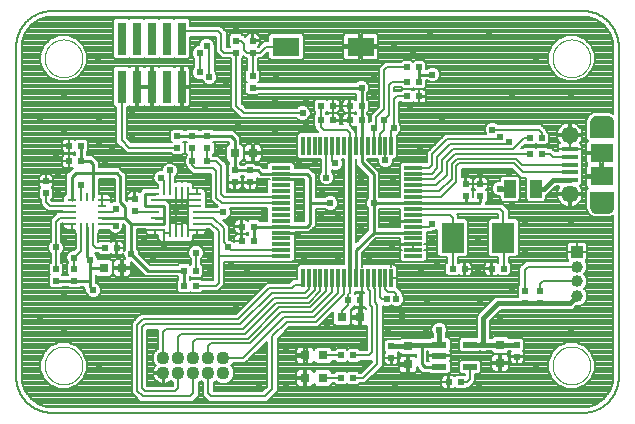
<source format=gtl>
G75*
%MOIN*%
%OFA0B0*%
%FSLAX25Y25*%
%IPPOS*%
%LPD*%
%AMOC8*
5,1,8,0,0,1.08239X$1,22.5*
%
%ADD10C,0.00800*%
%ADD11C,0.00000*%
%ADD12R,0.03150X0.01083*%
%ADD13R,0.01083X0.03150*%
%ADD14R,0.01969X0.01969*%
%ADD15R,0.03150X0.03150*%
%ADD16R,0.06299X0.01181*%
%ADD17R,0.01181X0.06299*%
%ADD18R,0.07480X0.10236*%
%ADD19C,0.05709*%
%ADD20R,0.05315X0.01575*%
%ADD21R,0.07480X0.05906*%
%ADD22C,0.00001*%
%ADD23R,0.09055X0.06299*%
%ADD24R,0.04724X0.02165*%
%ADD25R,0.03937X0.05906*%
%ADD26R,0.03000X0.11000*%
%ADD27R,0.03969X0.03969*%
%ADD28C,0.03969*%
%ADD29C,0.04362*%
%ADD30C,0.02381*%
%ADD31C,0.01000*%
%ADD32C,0.01600*%
%ADD33C,0.01200*%
D10*
X0007303Y0005281D02*
X0042543Y0005281D01*
X0042750Y0005074D02*
X0060201Y0005074D01*
X0061201Y0006074D01*
X0062255Y0007128D01*
X0062255Y0011517D01*
X0062484Y0011612D01*
X0062955Y0012084D01*
X0063427Y0011612D01*
X0063655Y0011517D01*
X0063655Y0007128D01*
X0064710Y0006074D01*
X0065710Y0005074D01*
X0084942Y0005074D01*
X0085996Y0006128D01*
X0088496Y0008628D01*
X0088496Y0026128D01*
X0092242Y0029874D01*
X0101942Y0029874D01*
X0102996Y0030928D01*
X0107021Y0034954D01*
X0107021Y0031019D01*
X0107841Y0030199D01*
X0112151Y0030199D01*
X0112971Y0031019D01*
X0112971Y0035329D01*
X0112834Y0035466D01*
X0112842Y0035474D01*
X0113896Y0036528D01*
X0113896Y0036726D01*
X0114096Y0036926D01*
X0114252Y0036769D01*
X0114571Y0036585D01*
X0114927Y0036490D01*
X0116004Y0036490D01*
X0116004Y0038782D01*
X0116188Y0038782D01*
X0116188Y0036490D01*
X0117265Y0036490D01*
X0117557Y0036568D01*
X0118056Y0036068D01*
X0117755Y0036149D01*
X0116383Y0036149D01*
X0116383Y0033561D01*
X0115609Y0033561D01*
X0115609Y0032787D01*
X0116383Y0032787D01*
X0116383Y0030199D01*
X0117755Y0030199D01*
X0118111Y0030295D01*
X0118296Y0030401D01*
X0118296Y0022274D01*
X0115844Y0022274D01*
X0115260Y0022858D01*
X0112132Y0022858D01*
X0111696Y0022422D01*
X0111260Y0022858D01*
X0108132Y0022858D01*
X0107548Y0022274D01*
X0106624Y0022274D01*
X0106624Y0022629D01*
X0105804Y0023449D01*
X0101494Y0023449D01*
X0100674Y0022629D01*
X0100674Y0022398D01*
X0100623Y0022589D01*
X0100438Y0022908D01*
X0100178Y0023169D01*
X0099858Y0023353D01*
X0099502Y0023449D01*
X0098131Y0023449D01*
X0098131Y0020861D01*
X0097356Y0020861D01*
X0097356Y0020087D01*
X0094769Y0020087D01*
X0094769Y0018715D01*
X0094864Y0018359D01*
X0095048Y0018040D01*
X0095309Y0017779D01*
X0095628Y0017595D01*
X0095984Y0017499D01*
X0097356Y0017499D01*
X0097356Y0020087D01*
X0098131Y0020087D01*
X0098131Y0017499D01*
X0099502Y0017499D01*
X0099858Y0017595D01*
X0100178Y0017779D01*
X0100438Y0018040D01*
X0100623Y0018359D01*
X0100674Y0018550D01*
X0100674Y0018319D01*
X0101494Y0017499D01*
X0105804Y0017499D01*
X0106624Y0018319D01*
X0106624Y0018674D01*
X0107548Y0018674D01*
X0108132Y0018090D01*
X0111260Y0018090D01*
X0111696Y0018526D01*
X0112132Y0018090D01*
X0115260Y0018090D01*
X0115844Y0018674D01*
X0119842Y0018674D01*
X0119896Y0018728D01*
X0119896Y0018420D01*
X0116250Y0014774D01*
X0115744Y0014774D01*
X0115160Y0015358D01*
X0112032Y0015358D01*
X0111596Y0014922D01*
X0111160Y0015358D01*
X0108032Y0015358D01*
X0107448Y0014774D01*
X0106524Y0014774D01*
X0106524Y0015129D01*
X0105704Y0015949D01*
X0101394Y0015949D01*
X0100574Y0015129D01*
X0100574Y0014898D01*
X0100523Y0015089D01*
X0100338Y0015408D01*
X0100078Y0015669D01*
X0099758Y0015853D01*
X0099402Y0015949D01*
X0098031Y0015949D01*
X0098031Y0013361D01*
X0097256Y0013361D01*
X0097256Y0012587D01*
X0094669Y0012587D01*
X0094669Y0011215D01*
X0094764Y0010859D01*
X0094948Y0010540D01*
X0095209Y0010279D01*
X0095528Y0010095D01*
X0095884Y0009999D01*
X0097256Y0009999D01*
X0097256Y0012587D01*
X0098031Y0012587D01*
X0098031Y0009999D01*
X0099402Y0009999D01*
X0099758Y0010095D01*
X0100078Y0010279D01*
X0100338Y0010540D01*
X0100523Y0010859D01*
X0100574Y0011050D01*
X0100574Y0010819D01*
X0101394Y0009999D01*
X0105704Y0009999D01*
X0106524Y0010819D01*
X0106524Y0011174D01*
X0107448Y0011174D01*
X0108032Y0010590D01*
X0111160Y0010590D01*
X0111596Y0011026D01*
X0112032Y0010590D01*
X0115160Y0010590D01*
X0115744Y0011174D01*
X0117742Y0011174D01*
X0123496Y0016928D01*
X0123496Y0037009D01*
X0124281Y0036683D01*
X0125311Y0036683D01*
X0126263Y0037078D01*
X0126446Y0037260D01*
X0126629Y0037078D01*
X0127581Y0036683D01*
X0128611Y0036683D01*
X0129563Y0037078D01*
X0130292Y0037807D01*
X0130687Y0038759D01*
X0130687Y0039789D01*
X0130292Y0040741D01*
X0129896Y0041138D01*
X0129896Y0041720D01*
X0128842Y0042774D01*
X0128391Y0043225D01*
X0128391Y0046282D01*
X0128391Y0049616D01*
X0128295Y0049972D01*
X0128111Y0050291D01*
X0127850Y0050552D01*
X0127531Y0050736D01*
X0127175Y0050831D01*
X0126400Y0050831D01*
X0125625Y0050831D01*
X0125607Y0050827D01*
X0125602Y0050831D01*
X0117356Y0050831D01*
X0117351Y0050827D01*
X0117332Y0050831D01*
X0116558Y0050831D01*
X0116558Y0050033D01*
X0116557Y0050033D02*
X0116557Y0050034D01*
X0116557Y0050831D01*
X0116489Y0050831D01*
X0116489Y0054737D01*
X0121291Y0059539D01*
X0129134Y0059539D01*
X0129134Y0058300D01*
X0129139Y0058296D01*
X0129134Y0058277D01*
X0129134Y0057502D01*
X0129134Y0056727D01*
X0129190Y0056518D01*
X0129134Y0056309D01*
X0129134Y0055534D01*
X0129932Y0055534D01*
X0129932Y0055534D01*
X0129134Y0055534D01*
X0129134Y0054759D01*
X0129139Y0054741D01*
X0129134Y0054736D01*
X0129134Y0052395D01*
X0129954Y0051575D01*
X0137413Y0051575D01*
X0138233Y0052395D01*
X0138233Y0054736D01*
X0138228Y0054741D01*
X0138233Y0054759D01*
X0138233Y0055534D01*
X0138233Y0056309D01*
X0138177Y0056518D01*
X0138233Y0056727D01*
X0138233Y0057502D01*
X0137435Y0057502D01*
X0137435Y0057502D01*
X0138233Y0057502D01*
X0138233Y0058277D01*
X0138228Y0058296D01*
X0138233Y0058300D01*
X0138233Y0061608D01*
X0139842Y0061608D01*
X0140051Y0061817D01*
X0140611Y0061817D01*
X0141563Y0062212D01*
X0141691Y0062340D01*
X0141691Y0053976D01*
X0142511Y0053156D01*
X0144996Y0053156D01*
X0144996Y0051422D01*
X0144412Y0050838D01*
X0144412Y0047710D01*
X0145232Y0046890D01*
X0148360Y0046890D01*
X0148796Y0047326D01*
X0148952Y0047169D01*
X0149271Y0046985D01*
X0149627Y0046890D01*
X0150704Y0046890D01*
X0150704Y0049182D01*
X0150888Y0049182D01*
X0150888Y0046890D01*
X0151965Y0046890D01*
X0152321Y0046985D01*
X0152640Y0047169D01*
X0152901Y0047430D01*
X0153085Y0047749D01*
X0153180Y0048105D01*
X0153180Y0049182D01*
X0150888Y0049182D01*
X0150888Y0049366D01*
X0150704Y0049366D01*
X0150704Y0051658D01*
X0149627Y0051658D01*
X0149271Y0051563D01*
X0148952Y0051379D01*
X0148796Y0051222D01*
X0148596Y0051422D01*
X0148596Y0053156D01*
X0151152Y0053156D01*
X0151972Y0053976D01*
X0151972Y0065372D01*
X0151152Y0066192D01*
X0148631Y0066192D01*
X0148631Y0067090D01*
X0148209Y0067513D01*
X0161961Y0067513D01*
X0161961Y0066192D01*
X0159441Y0066192D01*
X0158620Y0065372D01*
X0158620Y0053976D01*
X0159441Y0053156D01*
X0161996Y0053156D01*
X0161996Y0051522D01*
X0161796Y0051322D01*
X0161640Y0051479D01*
X0161321Y0051663D01*
X0160965Y0051758D01*
X0159888Y0051758D01*
X0159888Y0049466D01*
X0159704Y0049466D01*
X0159704Y0049282D01*
X0157412Y0049282D01*
X0157412Y0048205D01*
X0157507Y0047849D01*
X0157692Y0047530D01*
X0157952Y0047269D01*
X0158271Y0047085D01*
X0158627Y0046990D01*
X0159704Y0046990D01*
X0159704Y0049282D01*
X0159888Y0049282D01*
X0159888Y0046990D01*
X0160965Y0046990D01*
X0161321Y0047085D01*
X0161640Y0047269D01*
X0161796Y0047426D01*
X0162232Y0046990D01*
X0165360Y0046990D01*
X0166180Y0047810D01*
X0166180Y0050938D01*
X0165596Y0051522D01*
X0165596Y0053156D01*
X0168081Y0053156D01*
X0168901Y0053976D01*
X0168901Y0065372D01*
X0168081Y0066192D01*
X0165561Y0066192D01*
X0165561Y0069059D01*
X0164506Y0070113D01*
X0163506Y0071113D01*
X0157983Y0071113D01*
X0157983Y0071599D01*
X0158467Y0072083D01*
X0158467Y0075211D01*
X0158031Y0075647D01*
X0158187Y0075803D01*
X0158372Y0076123D01*
X0158467Y0076479D01*
X0158467Y0077555D01*
X0156175Y0077555D01*
X0156175Y0077739D01*
X0158467Y0077739D01*
X0158467Y0078816D01*
X0158372Y0079172D01*
X0158187Y0079491D01*
X0157927Y0079752D01*
X0157607Y0079936D01*
X0157251Y0080031D01*
X0156175Y0080031D01*
X0156175Y0077739D01*
X0155991Y0077739D01*
X0155990Y0077739D02*
X0155990Y0077555D01*
X0153698Y0077555D01*
X0153698Y0076479D01*
X0153794Y0076123D01*
X0153978Y0075803D01*
X0154134Y0075647D01*
X0153698Y0075211D01*
X0153698Y0073182D01*
X0153590Y0073182D01*
X0153590Y0075222D01*
X0153154Y0075658D01*
X0153310Y0075814D01*
X0153494Y0076134D01*
X0153590Y0076490D01*
X0153590Y0077566D01*
X0151298Y0077566D01*
X0151298Y0077750D01*
X0153590Y0077750D01*
X0153590Y0078827D01*
X0153494Y0079183D01*
X0153310Y0079502D01*
X0153049Y0079763D01*
X0152730Y0079947D01*
X0152374Y0080043D01*
X0151298Y0080043D01*
X0151298Y0077750D01*
X0151113Y0077750D01*
X0151113Y0080042D01*
X0150037Y0080043D01*
X0149896Y0080005D01*
X0149896Y0082674D01*
X0166550Y0082674D01*
X0169467Y0079757D01*
X0171409Y0079757D01*
X0171258Y0079607D01*
X0171258Y0072541D01*
X0172078Y0071721D01*
X0177175Y0071721D01*
X0177995Y0072541D01*
X0177995Y0073874D01*
X0178207Y0073874D01*
X0181132Y0076798D01*
X0182448Y0076798D01*
X0182234Y0076504D01*
X0181930Y0075907D01*
X0181723Y0075270D01*
X0181628Y0074674D01*
X0185472Y0074674D01*
X0185472Y0073874D01*
X0181628Y0073874D01*
X0181723Y0073278D01*
X0181930Y0072641D01*
X0182234Y0072044D01*
X0182627Y0071502D01*
X0183101Y0071029D01*
X0183643Y0070635D01*
X0184239Y0070331D01*
X0184876Y0070124D01*
X0185472Y0070030D01*
X0185472Y0073874D01*
X0186272Y0073874D01*
X0186272Y0070030D01*
X0186869Y0070124D01*
X0187506Y0070331D01*
X0188102Y0070635D01*
X0188644Y0071029D01*
X0189117Y0071502D01*
X0189511Y0072044D01*
X0189815Y0072641D01*
X0190022Y0073278D01*
X0190116Y0073874D01*
X0186272Y0073874D01*
X0186272Y0074674D01*
X0190116Y0074674D01*
X0190022Y0075270D01*
X0189815Y0075907D01*
X0189511Y0076504D01*
X0189213Y0076914D01*
X0189930Y0077631D01*
X0189930Y0088043D01*
X0189883Y0088089D01*
X0189930Y0088263D01*
X0189930Y0089235D01*
X0189930Y0090206D01*
X0189834Y0090562D01*
X0189650Y0090882D01*
X0189390Y0091142D01*
X0189175Y0091266D01*
X0189511Y0091729D01*
X0189815Y0092326D01*
X0190022Y0092963D01*
X0190116Y0093559D01*
X0186272Y0093559D01*
X0186272Y0091422D01*
X0185872Y0091422D01*
X0185872Y0089235D01*
X0185872Y0089235D01*
X0181815Y0089235D01*
X0181815Y0090206D01*
X0181910Y0090562D01*
X0182095Y0090882D01*
X0182355Y0091142D01*
X0182570Y0091266D01*
X0182234Y0091729D01*
X0181930Y0092326D01*
X0181723Y0092963D01*
X0181628Y0093559D01*
X0185472Y0093559D01*
X0185472Y0094359D01*
X0181628Y0094359D01*
X0181723Y0094955D01*
X0181930Y0095592D01*
X0182234Y0096189D01*
X0182627Y0096731D01*
X0183101Y0097204D01*
X0183643Y0097598D01*
X0184239Y0097902D01*
X0184876Y0098109D01*
X0185472Y0098203D01*
X0185472Y0094359D01*
X0186272Y0094359D01*
X0186272Y0098203D01*
X0186869Y0098109D01*
X0187506Y0097902D01*
X0188102Y0097598D01*
X0188644Y0097204D01*
X0189117Y0096731D01*
X0189511Y0096189D01*
X0189815Y0095592D01*
X0190022Y0094955D01*
X0190116Y0094359D01*
X0186272Y0094359D01*
X0186272Y0093559D01*
X0185472Y0093559D01*
X0185472Y0091422D01*
X0185872Y0091422D01*
X0185872Y0089235D01*
X0185872Y0089235D01*
X0181815Y0089235D01*
X0181815Y0088476D01*
X0181040Y0088476D01*
X0180042Y0089474D01*
X0178644Y0089474D01*
X0178060Y0090058D01*
X0174932Y0090058D01*
X0174496Y0089622D01*
X0174060Y0090058D01*
X0170932Y0090058D01*
X0170348Y0089474D01*
X0169642Y0089474D01*
X0170795Y0090627D01*
X0170932Y0090490D01*
X0174060Y0090490D01*
X0174496Y0090926D01*
X0174932Y0090490D01*
X0178060Y0090490D01*
X0178880Y0091310D01*
X0178880Y0094438D01*
X0178296Y0095022D01*
X0178296Y0095420D01*
X0177242Y0096474D01*
X0177242Y0096474D01*
X0176242Y0097474D01*
X0161960Y0097474D01*
X0161563Y0097870D01*
X0160611Y0098265D01*
X0159581Y0098265D01*
X0158629Y0097870D01*
X0157900Y0097141D01*
X0157506Y0096189D01*
X0157506Y0095159D01*
X0157872Y0094274D01*
X0144350Y0094274D01*
X0143296Y0093220D01*
X0138296Y0088220D01*
X0138296Y0084893D01*
X0137604Y0084893D01*
X0137413Y0085083D01*
X0129954Y0085083D01*
X0129134Y0084263D01*
X0129134Y0073182D01*
X0122404Y0073182D01*
X0122404Y0081653D01*
X0121291Y0082766D01*
X0118457Y0085600D01*
X0118457Y0085827D01*
X0121806Y0085827D01*
X0121806Y0085059D01*
X0122200Y0084107D01*
X0122929Y0083378D01*
X0123881Y0082983D01*
X0124911Y0082983D01*
X0125863Y0083378D01*
X0126592Y0084107D01*
X0126987Y0085059D01*
X0126987Y0085827D01*
X0127570Y0085827D01*
X0128391Y0086647D01*
X0128391Y0093965D01*
X0128663Y0094078D01*
X0129392Y0094807D01*
X0129787Y0095759D01*
X0129787Y0096789D01*
X0129392Y0097741D01*
X0128996Y0098138D01*
X0128996Y0105074D01*
X0129548Y0105074D01*
X0130132Y0104490D01*
X0133260Y0104490D01*
X0133696Y0104926D01*
X0133852Y0104769D01*
X0134171Y0104585D01*
X0134527Y0104490D01*
X0135604Y0104490D01*
X0135604Y0106782D01*
X0135788Y0106782D01*
X0135788Y0104490D01*
X0136865Y0104490D01*
X0137221Y0104585D01*
X0137540Y0104769D01*
X0137801Y0105030D01*
X0137985Y0105349D01*
X0138080Y0105705D01*
X0138080Y0106782D01*
X0135788Y0106782D01*
X0135788Y0106966D01*
X0135604Y0106966D01*
X0135604Y0109258D01*
X0134527Y0109258D01*
X0134171Y0109163D01*
X0133852Y0108979D01*
X0133696Y0108822D01*
X0133260Y0109258D01*
X0130132Y0109258D01*
X0129548Y0108674D01*
X0127450Y0108674D01*
X0127396Y0108620D01*
X0127396Y0109874D01*
X0129548Y0109874D01*
X0130132Y0109290D01*
X0133260Y0109290D01*
X0133696Y0109726D01*
X0134132Y0109290D01*
X0137260Y0109290D01*
X0138080Y0110110D01*
X0138080Y0112174D01*
X0138332Y0112174D01*
X0138629Y0111878D01*
X0139581Y0111483D01*
X0138080Y0111483D01*
X0138080Y0110685D02*
X0200387Y0110685D01*
X0200387Y0111483D02*
X0140611Y0111483D01*
X0141563Y0111878D01*
X0142292Y0112607D01*
X0142687Y0113559D01*
X0142687Y0114589D01*
X0142292Y0115541D01*
X0141563Y0116270D01*
X0140611Y0116665D01*
X0139581Y0116665D01*
X0138629Y0116270D01*
X0138332Y0115974D01*
X0138080Y0115974D01*
X0138080Y0118038D01*
X0137260Y0118858D01*
X0134132Y0118858D01*
X0133696Y0118422D01*
X0133260Y0118858D01*
X0130132Y0118858D01*
X0129548Y0118274D01*
X0124250Y0118274D01*
X0123196Y0117220D01*
X0122196Y0116220D01*
X0122196Y0103220D01*
X0119596Y0100620D01*
X0119596Y0098706D01*
X0119027Y0098470D01*
X0118880Y0098323D01*
X0118880Y0100438D01*
X0118396Y0100922D01*
X0118396Y0101626D01*
X0118880Y0102110D01*
X0118880Y0105238D01*
X0118396Y0105722D01*
X0118396Y0107873D01*
X0118692Y0108169D01*
X0119087Y0109121D01*
X0119087Y0110152D01*
X0118692Y0111104D01*
X0117963Y0111832D01*
X0117011Y0112227D01*
X0115981Y0112227D01*
X0115029Y0111832D01*
X0114732Y0111536D01*
X0082189Y0111536D01*
X0082089Y0111636D01*
X0082524Y0112072D01*
X0082524Y0115200D01*
X0081940Y0115785D01*
X0081940Y0119299D01*
X0082289Y0119647D01*
X0083415Y0119647D01*
X0085415Y0121647D01*
X0085433Y0121647D01*
X0085433Y0119718D01*
X0086253Y0118898D01*
X0096468Y0118898D01*
X0097288Y0119718D01*
X0097288Y0127177D01*
X0096468Y0127997D01*
X0086253Y0127997D01*
X0085433Y0127177D01*
X0085433Y0125247D01*
X0083924Y0125247D01*
X0082869Y0124193D01*
X0082106Y0123430D01*
X0082089Y0123447D01*
X0082245Y0123603D01*
X0082429Y0123923D01*
X0082524Y0124279D01*
X0082524Y0125355D01*
X0080232Y0125355D01*
X0080232Y0125539D01*
X0082524Y0125539D01*
X0082524Y0126616D01*
X0082429Y0126972D01*
X0082245Y0127291D01*
X0081984Y0127552D01*
X0081665Y0127736D01*
X0081309Y0127831D01*
X0080232Y0127831D01*
X0080232Y0125539D01*
X0080048Y0125539D01*
X0080048Y0127831D01*
X0078972Y0127831D01*
X0078616Y0127736D01*
X0078296Y0127552D01*
X0078036Y0127291D01*
X0077851Y0126972D01*
X0077760Y0126629D01*
X0077142Y0127247D01*
X0076815Y0127247D01*
X0076230Y0127831D01*
X0073102Y0127831D01*
X0072282Y0127011D01*
X0072282Y0123883D01*
X0072718Y0123447D01*
X0072518Y0123247D01*
X0071496Y0123247D01*
X0071496Y0128220D01*
X0070496Y0129220D01*
X0069442Y0130274D01*
X0059396Y0130274D01*
X0059396Y0132154D01*
X0058576Y0132974D01*
X0054416Y0132974D01*
X0053996Y0132554D01*
X0053576Y0132974D01*
X0049416Y0132974D01*
X0048996Y0132554D01*
X0048576Y0132974D01*
X0044416Y0132974D01*
X0043996Y0132554D01*
X0043576Y0132974D01*
X0039416Y0132974D01*
X0038996Y0132554D01*
X0038576Y0132974D01*
X0034416Y0132974D01*
X0033596Y0132154D01*
X0033596Y0119994D01*
X0034416Y0119174D01*
X0038576Y0119174D01*
X0038996Y0119594D01*
X0039416Y0119174D01*
X0043576Y0119174D01*
X0043996Y0119594D01*
X0044416Y0119174D01*
X0048576Y0119174D01*
X0048996Y0119594D01*
X0049416Y0119174D01*
X0053576Y0119174D01*
X0053996Y0119594D01*
X0054416Y0119174D01*
X0058576Y0119174D01*
X0059396Y0119994D01*
X0059396Y0126674D01*
X0067896Y0126674D01*
X0067896Y0121702D01*
X0068950Y0120647D01*
X0069950Y0119647D01*
X0072518Y0119647D01*
X0072866Y0119299D01*
X0072866Y0103028D01*
X0073921Y0101974D01*
X0076421Y0099474D01*
X0095032Y0099474D01*
X0095429Y0099078D01*
X0096381Y0098683D01*
X0097411Y0098683D01*
X0098363Y0099078D01*
X0099092Y0099807D01*
X0099487Y0100759D01*
X0099487Y0101789D01*
X0099092Y0102741D01*
X0098363Y0103470D01*
X0097411Y0103865D01*
X0096381Y0103865D01*
X0095429Y0103470D01*
X0095032Y0103074D01*
X0077912Y0103074D01*
X0076466Y0104520D01*
X0076466Y0119299D01*
X0077050Y0119883D01*
X0077050Y0120247D01*
X0077650Y0119647D01*
X0077992Y0119647D01*
X0078340Y0119299D01*
X0078340Y0115785D01*
X0077756Y0115200D01*
X0077756Y0112072D01*
X0078192Y0111636D01*
X0077756Y0111200D01*
X0077756Y0108072D01*
X0078576Y0107252D01*
X0081704Y0107252D01*
X0082189Y0107736D01*
X0114596Y0107736D01*
X0114596Y0105722D01*
X0114496Y0105622D01*
X0114340Y0105779D01*
X0114021Y0105963D01*
X0113665Y0106058D01*
X0112588Y0106058D01*
X0112588Y0103766D01*
X0112404Y0103766D01*
X0112404Y0103582D01*
X0110112Y0103582D01*
X0110112Y0102505D01*
X0110207Y0102149D01*
X0110392Y0101830D01*
X0110652Y0101569D01*
X0110971Y0101385D01*
X0111327Y0101290D01*
X0112404Y0101290D01*
X0112404Y0103582D01*
X0112588Y0103582D01*
X0112588Y0101290D01*
X0113665Y0101290D01*
X0114021Y0101385D01*
X0114340Y0101569D01*
X0114496Y0101726D01*
X0114596Y0101626D01*
X0114596Y0100922D01*
X0114496Y0100822D01*
X0114340Y0100979D01*
X0114021Y0101163D01*
X0113665Y0101258D01*
X0112588Y0101258D01*
X0112588Y0098966D01*
X0112404Y0098966D01*
X0112404Y0098782D01*
X0110112Y0098782D01*
X0110112Y0097705D01*
X0110174Y0097474D01*
X0109218Y0097474D01*
X0109280Y0097705D01*
X0109280Y0098782D01*
X0106988Y0098782D01*
X0106988Y0098966D01*
X0106804Y0098966D01*
X0106804Y0101258D01*
X0105727Y0101258D01*
X0105371Y0101163D01*
X0105052Y0100979D01*
X0104896Y0100822D01*
X0104696Y0101022D01*
X0104696Y0101526D01*
X0104896Y0101726D01*
X0105052Y0101569D01*
X0105371Y0101385D01*
X0105727Y0101290D01*
X0106804Y0101290D01*
X0106804Y0103582D01*
X0106988Y0103582D01*
X0106988Y0101290D01*
X0108065Y0101290D01*
X0108421Y0101385D01*
X0108740Y0101569D01*
X0109001Y0101830D01*
X0109185Y0102149D01*
X0109280Y0102505D01*
X0109280Y0103582D01*
X0106988Y0103582D01*
X0106988Y0103766D01*
X0106804Y0103766D01*
X0106804Y0106058D01*
X0105727Y0106058D01*
X0105371Y0105963D01*
X0105052Y0105779D01*
X0104896Y0105622D01*
X0104460Y0106058D01*
X0101332Y0106058D01*
X0100512Y0105238D01*
X0100512Y0102110D01*
X0101096Y0101526D01*
X0101096Y0101022D01*
X0100512Y0100438D01*
X0100512Y0097310D01*
X0101096Y0096726D01*
X0101096Y0095928D01*
X0102099Y0094926D01*
X0095702Y0094926D01*
X0094882Y0094106D01*
X0094882Y0086647D01*
X0095702Y0085827D01*
X0102946Y0085827D01*
X0102946Y0081588D01*
X0102550Y0081191D01*
X0102156Y0080239D01*
X0102156Y0079209D01*
X0102550Y0078257D01*
X0103279Y0077528D01*
X0104231Y0077133D01*
X0105262Y0077133D01*
X0106214Y0077528D01*
X0106943Y0078257D01*
X0107337Y0079209D01*
X0107337Y0080239D01*
X0106943Y0081191D01*
X0106546Y0081588D01*
X0106546Y0082146D01*
X0107181Y0081883D01*
X0108211Y0081883D01*
X0109163Y0082278D01*
X0109892Y0083007D01*
X0110287Y0083959D01*
X0110287Y0084989D01*
X0109940Y0085827D01*
X0110620Y0085827D01*
X0110620Y0050831D01*
X0095702Y0050831D01*
X0094882Y0050011D01*
X0094882Y0045874D01*
X0093650Y0045874D01*
X0092596Y0044820D01*
X0092450Y0044674D01*
X0084950Y0044674D01*
X0074550Y0034274D01*
X0042750Y0034274D01*
X0040950Y0032474D01*
X0039896Y0031420D01*
X0039896Y0007928D01*
X0040950Y0006874D01*
X0040950Y0006874D01*
X0042750Y0005074D01*
X0041745Y0006080D02*
X0006204Y0006080D01*
X0006132Y0006132D02*
X0004291Y0008666D01*
X0003323Y0011645D01*
X0003200Y0013211D01*
X0003200Y0123447D01*
X0003323Y0125013D01*
X0004291Y0127992D01*
X0006132Y0130526D01*
X0008666Y0132367D01*
X0011645Y0133335D01*
X0013211Y0133458D01*
X0190376Y0133458D01*
X0191942Y0133335D01*
X0194921Y0132367D01*
X0197455Y0130526D01*
X0199296Y0127992D01*
X0200264Y0125013D01*
X0200387Y0123447D01*
X0200387Y0100925D01*
X0200380Y0100930D01*
X0200157Y0101153D01*
X0200138Y0101193D01*
X0200105Y0101205D01*
X0200081Y0101229D01*
X0200036Y0101229D01*
X0199739Y0101333D01*
X0199473Y0101500D01*
X0199445Y0101535D01*
X0199411Y0101539D01*
X0199382Y0101557D01*
X0199338Y0101547D01*
X0199026Y0101582D01*
X0198878Y0101634D01*
X0198854Y0101658D01*
X0198809Y0101658D01*
X0198627Y0101722D01*
X0198495Y0101658D01*
X0198353Y0101658D01*
X0197855Y0101714D01*
X0197784Y0101658D01*
X0195221Y0101658D01*
X0195150Y0101714D01*
X0194652Y0101658D01*
X0194510Y0101658D01*
X0194378Y0101722D01*
X0194196Y0101658D01*
X0194151Y0101658D01*
X0194127Y0101634D01*
X0193979Y0101582D01*
X0193667Y0101547D01*
X0193623Y0101557D01*
X0193594Y0101539D01*
X0193560Y0101535D01*
X0193532Y0101500D01*
X0193265Y0101333D01*
X0192968Y0101229D01*
X0192923Y0101229D01*
X0192899Y0101205D01*
X0192867Y0101193D01*
X0192847Y0101153D01*
X0192625Y0100930D01*
X0192359Y0100763D01*
X0192315Y0100753D01*
X0192297Y0100724D01*
X0192268Y0100706D01*
X0192257Y0100662D01*
X0192090Y0100395D01*
X0191868Y0100173D01*
X0191827Y0100154D01*
X0191816Y0100121D01*
X0191792Y0100097D01*
X0191792Y0100052D01*
X0191688Y0099755D01*
X0191521Y0099489D01*
X0191485Y0099461D01*
X0191481Y0099427D01*
X0191463Y0099398D01*
X0191473Y0099354D01*
X0191438Y0099041D01*
X0191386Y0098894D01*
X0191362Y0098870D01*
X0191362Y0098825D01*
X0191299Y0098643D01*
X0191362Y0098511D01*
X0191362Y0098368D01*
X0191306Y0097870D01*
X0191362Y0097800D01*
X0191362Y0092592D01*
X0191865Y0092089D01*
X0191642Y0091866D01*
X0191458Y0091547D01*
X0191362Y0091191D01*
X0191362Y0088454D01*
X0196102Y0088454D01*
X0196102Y0087654D01*
X0191362Y0087654D01*
X0191362Y0084916D01*
X0191458Y0084560D01*
X0191642Y0084241D01*
X0191767Y0084117D01*
X0191642Y0083992D01*
X0191458Y0083673D01*
X0191362Y0083317D01*
X0191362Y0080579D01*
X0196102Y0080579D01*
X0196102Y0079780D01*
X0191362Y0079780D01*
X0191362Y0077042D01*
X0191458Y0076686D01*
X0191642Y0076367D01*
X0191865Y0076144D01*
X0191362Y0075641D01*
X0191362Y0070433D01*
X0191306Y0070363D01*
X0191362Y0069865D01*
X0191362Y0069722D01*
X0191299Y0069590D01*
X0191362Y0069408D01*
X0191362Y0069363D01*
X0191386Y0069339D01*
X0191438Y0069192D01*
X0191473Y0068879D01*
X0191463Y0068835D01*
X0191481Y0068806D01*
X0191485Y0068772D01*
X0191521Y0068744D01*
X0191688Y0068478D01*
X0191792Y0068181D01*
X0191792Y0068136D01*
X0191816Y0068112D01*
X0191827Y0068079D01*
X0191868Y0068060D01*
X0192090Y0067838D01*
X0192257Y0067571D01*
X0192268Y0067527D01*
X0192297Y0067509D01*
X0192315Y0067480D01*
X0192359Y0067470D01*
X0192625Y0067303D01*
X0192847Y0067080D01*
X0192867Y0067040D01*
X0192899Y0067029D01*
X0192923Y0067004D01*
X0192968Y0067004D01*
X0193265Y0066900D01*
X0193532Y0066733D01*
X0193560Y0066698D01*
X0193594Y0066694D01*
X0193623Y0066676D01*
X0193667Y0066686D01*
X0193979Y0066651D01*
X0194127Y0066599D01*
X0194151Y0066575D01*
X0194196Y0066575D01*
X0194378Y0066511D01*
X0194510Y0066575D01*
X0194652Y0066575D01*
X0195150Y0066519D01*
X0195221Y0066575D01*
X0197784Y0066575D01*
X0197855Y0066519D01*
X0198353Y0066575D01*
X0198495Y0066575D01*
X0198627Y0066511D01*
X0198809Y0066575D01*
X0198854Y0066575D01*
X0198878Y0066599D01*
X0199026Y0066651D01*
X0199338Y0066686D01*
X0199382Y0066676D01*
X0199411Y0066694D01*
X0199445Y0066698D01*
X0199473Y0066733D01*
X0199739Y0066900D01*
X0200036Y0067004D01*
X0200081Y0067004D01*
X0200105Y0067029D01*
X0200138Y0067040D01*
X0200157Y0067080D01*
X0200380Y0067303D01*
X0200387Y0067308D01*
X0200387Y0013957D01*
X0200387Y0013211D01*
X0200264Y0011645D01*
X0199296Y0008666D01*
X0197455Y0006132D01*
X0194921Y0004291D01*
X0191942Y0003323D01*
X0190376Y0003200D01*
X0013211Y0003200D01*
X0011645Y0003323D01*
X0008666Y0004291D01*
X0006132Y0006132D01*
X0005590Y0006878D02*
X0040946Y0006878D01*
X0040147Y0007677D02*
X0005010Y0007677D01*
X0004430Y0008476D02*
X0039896Y0008476D01*
X0039896Y0009274D02*
X0004094Y0009274D01*
X0003834Y0010073D02*
X0014111Y0010073D01*
X0012787Y0010621D02*
X0015617Y0009449D01*
X0018680Y0009449D01*
X0021509Y0010621D01*
X0023675Y0012787D01*
X0024847Y0015617D01*
X0024847Y0018680D01*
X0023675Y0021509D01*
X0021509Y0023675D01*
X0018680Y0024847D01*
X0015617Y0024847D01*
X0012787Y0023675D01*
X0010621Y0021509D01*
X0009449Y0018680D01*
X0009449Y0015617D01*
X0010621Y0012787D01*
X0012787Y0010621D01*
X0012537Y0010871D02*
X0003575Y0010871D01*
X0003321Y0011670D02*
X0011738Y0011670D01*
X0010940Y0012468D02*
X0003258Y0012468D01*
X0003200Y0013267D02*
X0010422Y0013267D01*
X0010091Y0014065D02*
X0003200Y0014065D01*
X0003200Y0014864D02*
X0009761Y0014864D01*
X0009449Y0015662D02*
X0003200Y0015662D01*
X0003200Y0016461D02*
X0009449Y0016461D01*
X0009449Y0017259D02*
X0003200Y0017259D01*
X0003200Y0018058D02*
X0009449Y0018058D01*
X0009522Y0018856D02*
X0003200Y0018856D01*
X0003200Y0019655D02*
X0009853Y0019655D01*
X0010184Y0020453D02*
X0003200Y0020453D01*
X0003200Y0021252D02*
X0010514Y0021252D01*
X0011162Y0022050D02*
X0003200Y0022050D01*
X0003200Y0022849D02*
X0011960Y0022849D01*
X0012759Y0023647D02*
X0003200Y0023647D01*
X0003200Y0024446D02*
X0014647Y0024446D01*
X0019649Y0024446D02*
X0039896Y0024446D01*
X0039896Y0025244D02*
X0003200Y0025244D01*
X0003200Y0026043D02*
X0039896Y0026043D01*
X0039896Y0026841D02*
X0003200Y0026841D01*
X0003200Y0027640D02*
X0039896Y0027640D01*
X0039896Y0028438D02*
X0003200Y0028438D01*
X0003200Y0029237D02*
X0039896Y0029237D01*
X0039896Y0030035D02*
X0003200Y0030035D01*
X0003200Y0030834D02*
X0039896Y0030834D01*
X0040109Y0031632D02*
X0003200Y0031632D01*
X0003200Y0032431D02*
X0040907Y0032431D01*
X0041706Y0033229D02*
X0003200Y0033229D01*
X0003200Y0034028D02*
X0042504Y0034028D01*
X0043496Y0032474D02*
X0041696Y0030674D01*
X0041696Y0008674D01*
X0043496Y0006874D01*
X0059455Y0006874D01*
X0060455Y0007874D01*
X0060455Y0014648D01*
X0062541Y0011670D02*
X0063369Y0011670D01*
X0063655Y0010871D02*
X0062255Y0010871D01*
X0062255Y0010073D02*
X0063655Y0010073D01*
X0063655Y0009274D02*
X0062255Y0009274D01*
X0062255Y0008476D02*
X0063655Y0008476D01*
X0063655Y0007677D02*
X0062255Y0007677D01*
X0062005Y0006878D02*
X0063905Y0006878D01*
X0064704Y0006080D02*
X0061207Y0006080D01*
X0060408Y0005281D02*
X0065502Y0005281D01*
X0066455Y0006874D02*
X0065455Y0007874D01*
X0065455Y0014648D01*
X0067955Y0012084D02*
X0068427Y0011612D01*
X0069743Y0011067D01*
X0071167Y0011067D01*
X0072484Y0011612D01*
X0073491Y0012620D01*
X0074036Y0013936D01*
X0074036Y0015360D01*
X0073491Y0016677D01*
X0073020Y0017148D01*
X0073491Y0017620D01*
X0073586Y0017848D01*
X0077616Y0017848D01*
X0078670Y0018902D01*
X0084896Y0025128D01*
X0084896Y0010120D01*
X0083450Y0008674D01*
X0067255Y0008674D01*
X0067255Y0011517D01*
X0067484Y0011612D01*
X0067955Y0012084D01*
X0067541Y0011670D02*
X0068369Y0011670D01*
X0067255Y0010871D02*
X0084896Y0010871D01*
X0084896Y0011670D02*
X0072541Y0011670D01*
X0073340Y0012468D02*
X0084896Y0012468D01*
X0084896Y0013267D02*
X0073759Y0013267D01*
X0074036Y0014065D02*
X0084896Y0014065D01*
X0084896Y0014864D02*
X0074036Y0014864D01*
X0073911Y0015662D02*
X0084896Y0015662D01*
X0084896Y0016461D02*
X0073580Y0016461D01*
X0073131Y0017259D02*
X0084896Y0017259D01*
X0084896Y0018058D02*
X0077825Y0018058D01*
X0078624Y0018856D02*
X0084896Y0018856D01*
X0084896Y0019655D02*
X0079422Y0019655D01*
X0080221Y0020453D02*
X0084896Y0020453D01*
X0084896Y0021252D02*
X0081019Y0021252D01*
X0081818Y0022050D02*
X0084896Y0022050D01*
X0084896Y0022849D02*
X0082616Y0022849D01*
X0083415Y0023647D02*
X0084896Y0023647D01*
X0084896Y0024446D02*
X0084213Y0024446D01*
X0086696Y0026874D02*
X0086696Y0009374D01*
X0084196Y0006874D01*
X0066455Y0006874D01*
X0067255Y0009274D02*
X0084050Y0009274D01*
X0084849Y0010073D02*
X0067255Y0010073D01*
X0055455Y0009474D02*
X0055455Y0014648D01*
X0052955Y0012084D02*
X0053427Y0011612D01*
X0053655Y0011517D01*
X0053655Y0010274D01*
X0045096Y0010274D01*
X0045096Y0029074D01*
X0048710Y0029074D01*
X0048655Y0029020D01*
X0048655Y0022779D01*
X0048427Y0022684D01*
X0047419Y0021677D01*
X0046874Y0020360D01*
X0046874Y0018936D01*
X0047419Y0017620D01*
X0047891Y0017148D01*
X0047673Y0016931D01*
X0047282Y0016344D01*
X0047012Y0015693D01*
X0046874Y0015001D01*
X0046874Y0014839D01*
X0050264Y0014839D01*
X0050264Y0014457D01*
X0046874Y0014457D01*
X0046874Y0014295D01*
X0047012Y0013603D01*
X0047282Y0012952D01*
X0047673Y0012365D01*
X0048172Y0011866D01*
X0048759Y0011474D01*
X0049411Y0011205D01*
X0050102Y0011067D01*
X0050265Y0011067D01*
X0050265Y0014457D01*
X0050646Y0014457D01*
X0050646Y0011067D01*
X0050808Y0011067D01*
X0051500Y0011205D01*
X0052151Y0011474D01*
X0052738Y0011866D01*
X0052955Y0012084D01*
X0053369Y0011670D02*
X0052443Y0011670D01*
X0053655Y0010871D02*
X0045096Y0010871D01*
X0045096Y0011670D02*
X0048467Y0011670D01*
X0047605Y0012468D02*
X0045096Y0012468D01*
X0045096Y0013267D02*
X0047151Y0013267D01*
X0046920Y0014065D02*
X0045096Y0014065D01*
X0045096Y0014864D02*
X0046874Y0014864D01*
X0047006Y0015662D02*
X0045096Y0015662D01*
X0045096Y0016461D02*
X0047359Y0016461D01*
X0047780Y0017259D02*
X0045096Y0017259D01*
X0045096Y0018058D02*
X0047238Y0018058D01*
X0046907Y0018856D02*
X0045096Y0018856D01*
X0045096Y0019655D02*
X0046874Y0019655D01*
X0046912Y0020453D02*
X0045096Y0020453D01*
X0045096Y0021252D02*
X0047243Y0021252D01*
X0047793Y0022050D02*
X0045096Y0022050D01*
X0045096Y0022849D02*
X0048655Y0022849D01*
X0048655Y0023647D02*
X0045096Y0023647D01*
X0045096Y0024446D02*
X0048655Y0024446D01*
X0048655Y0025244D02*
X0045096Y0025244D01*
X0045096Y0026043D02*
X0048655Y0026043D01*
X0048655Y0026841D02*
X0045096Y0026841D01*
X0045096Y0027640D02*
X0048655Y0027640D01*
X0048655Y0028438D02*
X0045096Y0028438D01*
X0043296Y0029874D02*
X0044296Y0030874D01*
X0076096Y0030874D01*
X0086496Y0041274D01*
X0097591Y0041274D01*
X0098841Y0042524D01*
X0098841Y0046282D01*
X0100809Y0046282D02*
X0100809Y0042287D01*
X0098196Y0039674D01*
X0087296Y0039674D01*
X0076896Y0029274D01*
X0051455Y0029274D01*
X0050455Y0028274D01*
X0050455Y0019648D01*
X0055455Y0019648D02*
X0055455Y0026674D01*
X0056455Y0027674D01*
X0077696Y0027674D01*
X0088096Y0038074D01*
X0098796Y0038074D01*
X0102778Y0042056D01*
X0102778Y0046282D01*
X0104746Y0046282D02*
X0104746Y0041824D01*
X0099396Y0036474D01*
X0088896Y0036474D01*
X0078496Y0026074D01*
X0061455Y0026074D01*
X0060455Y0025074D01*
X0060455Y0019648D01*
X0065455Y0019648D02*
X0065455Y0023474D01*
X0066455Y0024474D01*
X0079296Y0024474D01*
X0089696Y0034874D01*
X0099996Y0034874D01*
X0106715Y0041593D01*
X0106715Y0046282D01*
X0108683Y0046282D02*
X0108683Y0041361D01*
X0100596Y0033274D01*
X0090496Y0033274D01*
X0076870Y0019648D01*
X0070455Y0019648D01*
X0086696Y0026874D02*
X0091496Y0031674D01*
X0101196Y0031674D01*
X0110652Y0041130D01*
X0110652Y0046282D01*
X0112620Y0046282D02*
X0112620Y0041398D01*
X0112096Y0040874D01*
X0112096Y0038874D01*
X0112096Y0037274D01*
X0109996Y0035174D01*
X0109996Y0033174D01*
X0107021Y0033229D02*
X0105297Y0033229D01*
X0104498Y0032431D02*
X0107021Y0032431D01*
X0107021Y0031632D02*
X0103700Y0031632D01*
X0102901Y0030834D02*
X0107207Y0030834D01*
X0107021Y0034028D02*
X0106095Y0034028D01*
X0106894Y0034826D02*
X0107021Y0034826D01*
X0112971Y0034826D02*
X0113021Y0034826D01*
X0113021Y0034933D02*
X0113021Y0033561D01*
X0115609Y0033561D01*
X0115609Y0036149D01*
X0114237Y0036149D01*
X0113881Y0036053D01*
X0113562Y0035869D01*
X0113301Y0035608D01*
X0113117Y0035289D01*
X0113021Y0034933D01*
X0112993Y0035625D02*
X0113317Y0035625D01*
X0113791Y0036423D02*
X0117701Y0036423D01*
X0116383Y0035625D02*
X0115609Y0035625D01*
X0115609Y0034826D02*
X0116383Y0034826D01*
X0116383Y0034028D02*
X0115609Y0034028D01*
X0115609Y0033229D02*
X0112971Y0033229D01*
X0113021Y0032787D02*
X0113021Y0031415D01*
X0113117Y0031059D01*
X0113301Y0030740D01*
X0113562Y0030479D01*
X0113881Y0030295D01*
X0114237Y0030199D01*
X0115609Y0030199D01*
X0115609Y0032787D01*
X0113021Y0032787D01*
X0113021Y0032431D02*
X0112971Y0032431D01*
X0112971Y0031632D02*
X0113021Y0031632D01*
X0113247Y0030834D02*
X0112785Y0030834D01*
X0115609Y0030834D02*
X0116383Y0030834D01*
X0116383Y0031632D02*
X0115609Y0031632D01*
X0115609Y0032431D02*
X0116383Y0032431D01*
X0115996Y0033174D02*
X0116596Y0033774D01*
X0116596Y0038374D01*
X0116096Y0038874D01*
X0116557Y0039335D01*
X0116557Y0046282D01*
X0118526Y0046282D02*
X0118526Y0042644D01*
X0119296Y0041874D01*
X0119296Y0037374D01*
X0120096Y0036574D01*
X0120096Y0021474D01*
X0119096Y0020474D01*
X0113696Y0020474D01*
X0112122Y0022849D02*
X0111270Y0022849D01*
X0109696Y0020474D02*
X0103649Y0020474D01*
X0100936Y0018058D02*
X0100449Y0018058D01*
X0098131Y0018058D02*
X0097356Y0018058D01*
X0097356Y0018856D02*
X0098131Y0018856D01*
X0098131Y0019655D02*
X0097356Y0019655D01*
X0097356Y0020453D02*
X0088496Y0020453D01*
X0088496Y0019655D02*
X0094769Y0019655D01*
X0094769Y0018856D02*
X0088496Y0018856D01*
X0088496Y0018058D02*
X0095038Y0018058D01*
X0095528Y0015853D02*
X0095209Y0015669D01*
X0094948Y0015408D01*
X0094764Y0015089D01*
X0094669Y0014733D01*
X0094668Y0013361D01*
X0097256Y0013361D01*
X0097256Y0015949D01*
X0095884Y0015949D01*
X0095528Y0015853D01*
X0095202Y0015662D02*
X0088496Y0015662D01*
X0088496Y0014864D02*
X0094703Y0014864D01*
X0094669Y0014065D02*
X0088496Y0014065D01*
X0088496Y0013267D02*
X0097256Y0013267D01*
X0097256Y0014065D02*
X0098031Y0014065D01*
X0098031Y0014864D02*
X0097256Y0014864D01*
X0097256Y0015662D02*
X0098031Y0015662D01*
X0100085Y0015662D02*
X0101107Y0015662D01*
X0103549Y0012974D02*
X0109596Y0012974D01*
X0107537Y0014864D02*
X0106524Y0014864D01*
X0105990Y0015662D02*
X0117139Y0015662D01*
X0117937Y0016461D02*
X0088496Y0016461D01*
X0088496Y0017259D02*
X0118736Y0017259D01*
X0119534Y0018058D02*
X0106362Y0018058D01*
X0106404Y0022849D02*
X0108122Y0022849D01*
X0100894Y0022849D02*
X0100473Y0022849D01*
X0098131Y0022849D02*
X0097356Y0022849D01*
X0097356Y0023449D02*
X0097356Y0020861D01*
X0094768Y0020861D01*
X0094769Y0022233D01*
X0094864Y0022589D01*
X0095048Y0022908D01*
X0095309Y0023169D01*
X0095628Y0023353D01*
X0095984Y0023449D01*
X0097356Y0023449D01*
X0097356Y0022050D02*
X0098131Y0022050D01*
X0098131Y0021252D02*
X0097356Y0021252D01*
X0094769Y0021252D02*
X0088496Y0021252D01*
X0088496Y0022050D02*
X0094769Y0022050D01*
X0095014Y0022849D02*
X0088496Y0022849D01*
X0088496Y0023647D02*
X0118296Y0023647D01*
X0118296Y0022849D02*
X0115270Y0022849D01*
X0118296Y0024446D02*
X0088496Y0024446D01*
X0088496Y0025244D02*
X0118296Y0025244D01*
X0118296Y0026043D02*
X0088496Y0026043D01*
X0089209Y0026841D02*
X0118296Y0026841D01*
X0118296Y0027640D02*
X0090007Y0027640D01*
X0090806Y0028438D02*
X0118296Y0028438D01*
X0118296Y0029237D02*
X0091604Y0029237D01*
X0102103Y0030035D02*
X0118296Y0030035D01*
X0123496Y0030035D02*
X0139972Y0030035D01*
X0139787Y0029589D02*
X0139787Y0028559D01*
X0140178Y0027616D01*
X0140178Y0026597D01*
X0139436Y0026597D01*
X0139153Y0026314D01*
X0134285Y0026314D01*
X0134151Y0026449D01*
X0129841Y0026449D01*
X0129267Y0025874D01*
X0128144Y0025874D01*
X0127960Y0026058D01*
X0124832Y0026058D01*
X0124012Y0025238D01*
X0124012Y0022110D01*
X0124448Y0021674D01*
X0124292Y0021518D01*
X0124107Y0021199D01*
X0124012Y0020843D01*
X0124012Y0019766D01*
X0126304Y0019766D01*
X0126304Y0019582D01*
X0124012Y0019582D01*
X0124012Y0018505D01*
X0124107Y0018149D01*
X0124292Y0017830D01*
X0124552Y0017569D01*
X0124871Y0017385D01*
X0125227Y0017290D01*
X0126304Y0017290D01*
X0126304Y0019582D01*
X0126488Y0019582D01*
X0126488Y0017290D01*
X0127565Y0017290D01*
X0127921Y0017385D01*
X0128240Y0017569D01*
X0128501Y0017830D01*
X0128685Y0018149D01*
X0128780Y0018505D01*
X0128780Y0019582D01*
X0126488Y0019582D01*
X0126488Y0019766D01*
X0128780Y0019766D01*
X0128780Y0020843D01*
X0128685Y0021199D01*
X0128526Y0021474D01*
X0129021Y0021474D01*
X0129021Y0021319D01*
X0129841Y0020499D01*
X0134151Y0020499D01*
X0134596Y0020945D01*
X0134596Y0020003D01*
X0134430Y0020169D01*
X0134111Y0020353D01*
X0133755Y0020449D01*
X0132383Y0020449D01*
X0132383Y0017861D01*
X0131609Y0017861D01*
X0131609Y0017087D01*
X0132383Y0017087D01*
X0132383Y0014499D01*
X0133755Y0014499D01*
X0134111Y0014595D01*
X0134430Y0014779D01*
X0134691Y0015040D01*
X0134875Y0015359D01*
X0134971Y0015715D01*
X0134971Y0016472D01*
X0135709Y0015734D01*
X0136709Y0014734D01*
X0138853Y0014734D01*
X0139436Y0014151D01*
X0145320Y0014151D01*
X0146140Y0014971D01*
X0146140Y0018296D01*
X0145913Y0018523D01*
X0146045Y0018751D01*
X0146140Y0019107D01*
X0146140Y0020233D01*
X0142519Y0020233D01*
X0142519Y0020515D01*
X0146140Y0020515D01*
X0146140Y0021641D01*
X0146045Y0021997D01*
X0145913Y0022225D01*
X0146140Y0022452D01*
X0146140Y0025777D01*
X0145320Y0026597D01*
X0144578Y0026597D01*
X0144578Y0027616D01*
X0144968Y0028559D01*
X0144968Y0029589D01*
X0144574Y0030541D01*
X0143845Y0031270D01*
X0142893Y0031665D01*
X0141863Y0031665D01*
X0140911Y0031270D01*
X0140182Y0030541D01*
X0139787Y0029589D01*
X0139787Y0029237D02*
X0123496Y0029237D01*
X0123496Y0028438D02*
X0139837Y0028438D01*
X0140168Y0027640D02*
X0123496Y0027640D01*
X0123496Y0026841D02*
X0140178Y0026841D01*
X0144578Y0026841D02*
X0154796Y0026841D01*
X0154796Y0026597D02*
X0149672Y0026597D01*
X0148852Y0025777D01*
X0148852Y0022452D01*
X0149672Y0021631D01*
X0155556Y0021631D01*
X0155751Y0021826D01*
X0156481Y0021524D01*
X0157511Y0021524D01*
X0158454Y0021914D01*
X0159726Y0021914D01*
X0160541Y0021099D01*
X0164851Y0021099D01*
X0165666Y0021914D01*
X0166189Y0021914D01*
X0166007Y0021599D01*
X0165912Y0021243D01*
X0165912Y0020166D01*
X0168204Y0020166D01*
X0168204Y0019982D01*
X0165912Y0019982D01*
X0165912Y0018905D01*
X0166007Y0018549D01*
X0166192Y0018230D01*
X0166452Y0017969D01*
X0166771Y0017785D01*
X0167127Y0017690D01*
X0168204Y0017690D01*
X0168204Y0019982D01*
X0168388Y0019982D01*
X0168388Y0017690D01*
X0169465Y0017690D01*
X0169821Y0017785D01*
X0170140Y0017969D01*
X0170401Y0018230D01*
X0170585Y0018549D01*
X0170680Y0018905D01*
X0170680Y0019982D01*
X0168388Y0019982D01*
X0168388Y0020166D01*
X0170680Y0020166D01*
X0170680Y0021243D01*
X0170585Y0021599D01*
X0170401Y0021918D01*
X0170244Y0022074D01*
X0170680Y0022510D01*
X0170680Y0025638D01*
X0169860Y0026458D01*
X0166732Y0026458D01*
X0166588Y0026314D01*
X0165585Y0026314D01*
X0164851Y0027049D01*
X0160541Y0027049D01*
X0159807Y0026314D01*
X0159196Y0026314D01*
X0159196Y0031963D01*
X0162907Y0035674D01*
X0169148Y0035674D01*
X0169332Y0035490D01*
X0172460Y0035490D01*
X0172644Y0035674D01*
X0174348Y0035674D01*
X0174532Y0035490D01*
X0177660Y0035490D01*
X0177844Y0035674D01*
X0186852Y0035674D01*
X0188025Y0036847D01*
X0188972Y0036847D01*
X0190215Y0037362D01*
X0191167Y0038314D01*
X0191683Y0039558D01*
X0191683Y0040905D01*
X0191167Y0042149D01*
X0190624Y0042692D01*
X0191167Y0043236D01*
X0191683Y0044480D01*
X0191683Y0045826D01*
X0191167Y0047070D01*
X0190624Y0047613D01*
X0191167Y0048157D01*
X0191683Y0049401D01*
X0191683Y0050747D01*
X0191189Y0051938D01*
X0191403Y0052151D01*
X0191587Y0052471D01*
X0191683Y0052827D01*
X0191683Y0054903D01*
X0188391Y0054903D01*
X0188391Y0055087D01*
X0191683Y0055087D01*
X0191683Y0057164D01*
X0191587Y0057520D01*
X0191403Y0057839D01*
X0191142Y0058100D01*
X0190823Y0058284D01*
X0190467Y0058380D01*
X0188391Y0058380D01*
X0188391Y0055087D01*
X0188206Y0055087D01*
X0188206Y0054903D01*
X0184914Y0054903D01*
X0184914Y0052827D01*
X0185010Y0052471D01*
X0185194Y0052151D01*
X0185407Y0051938D01*
X0185381Y0051874D01*
X0171150Y0051874D01*
X0170150Y0050874D01*
X0169096Y0049820D01*
X0169096Y0044022D01*
X0168512Y0043438D01*
X0168512Y0040310D01*
X0168748Y0040074D01*
X0161085Y0040074D01*
X0156085Y0035074D01*
X0154796Y0033785D01*
X0154796Y0026597D01*
X0154796Y0027640D02*
X0144588Y0027640D01*
X0144919Y0028438D02*
X0154796Y0028438D01*
X0154796Y0029237D02*
X0144968Y0029237D01*
X0144784Y0030035D02*
X0154796Y0030035D01*
X0154796Y0030834D02*
X0144282Y0030834D01*
X0142971Y0031632D02*
X0154796Y0031632D01*
X0154796Y0032431D02*
X0123496Y0032431D01*
X0123496Y0033229D02*
X0154796Y0033229D01*
X0155039Y0034028D02*
X0123496Y0034028D01*
X0123496Y0034826D02*
X0155837Y0034826D01*
X0156636Y0035625D02*
X0123496Y0035625D01*
X0123496Y0036423D02*
X0157434Y0036423D01*
X0158233Y0037222D02*
X0129708Y0037222D01*
X0130381Y0038020D02*
X0159031Y0038020D01*
X0159830Y0038819D02*
X0130687Y0038819D01*
X0130687Y0039617D02*
X0160628Y0039617D01*
X0162858Y0035625D02*
X0169197Y0035625D01*
X0172595Y0035625D02*
X0174397Y0035625D01*
X0177795Y0035625D02*
X0200387Y0035625D01*
X0200387Y0036423D02*
X0187602Y0036423D01*
X0189876Y0037222D02*
X0200387Y0037222D01*
X0200387Y0038020D02*
X0190873Y0038020D01*
X0191376Y0038819D02*
X0200387Y0038819D01*
X0200387Y0039617D02*
X0191683Y0039617D01*
X0191683Y0040416D02*
X0200387Y0040416D01*
X0200387Y0041214D02*
X0191554Y0041214D01*
X0191224Y0042013D02*
X0200387Y0042013D01*
X0200387Y0042811D02*
X0190743Y0042811D01*
X0191322Y0043610D02*
X0200387Y0043610D01*
X0200387Y0044409D02*
X0191653Y0044409D01*
X0191683Y0045207D02*
X0200387Y0045207D01*
X0200387Y0046006D02*
X0191608Y0046006D01*
X0191278Y0046804D02*
X0200387Y0046804D01*
X0200387Y0047603D02*
X0190635Y0047603D01*
X0191269Y0048401D02*
X0200387Y0048401D01*
X0200387Y0049200D02*
X0191599Y0049200D01*
X0191683Y0049998D02*
X0200387Y0049998D01*
X0200387Y0050797D02*
X0191662Y0050797D01*
X0191331Y0051595D02*
X0200387Y0051595D01*
X0200387Y0052394D02*
X0191543Y0052394D01*
X0191683Y0053192D02*
X0200387Y0053192D01*
X0200387Y0053991D02*
X0191683Y0053991D01*
X0191683Y0054789D02*
X0200387Y0054789D01*
X0200387Y0055588D02*
X0191683Y0055588D01*
X0191683Y0056386D02*
X0200387Y0056386D01*
X0200387Y0057185D02*
X0191677Y0057185D01*
X0191259Y0057983D02*
X0200387Y0057983D01*
X0200387Y0058782D02*
X0168901Y0058782D01*
X0168901Y0059580D02*
X0200387Y0059580D01*
X0200387Y0060379D02*
X0168901Y0060379D01*
X0168901Y0061177D02*
X0200387Y0061177D01*
X0200387Y0061976D02*
X0168901Y0061976D01*
X0168901Y0062774D02*
X0200387Y0062774D01*
X0200387Y0063573D02*
X0168901Y0063573D01*
X0168901Y0064371D02*
X0200387Y0064371D01*
X0200387Y0065170D02*
X0168901Y0065170D01*
X0168304Y0065968D02*
X0200387Y0065968D01*
X0200387Y0066767D02*
X0199527Y0066767D01*
X0193478Y0066767D02*
X0165561Y0066767D01*
X0165561Y0067565D02*
X0192259Y0067565D01*
X0191728Y0068364D02*
X0165561Y0068364D01*
X0165457Y0069162D02*
X0191441Y0069162D01*
X0191351Y0069961D02*
X0164659Y0069961D01*
X0163860Y0070759D02*
X0183472Y0070759D01*
X0182587Y0071558D02*
X0157983Y0071558D01*
X0158467Y0072356D02*
X0162782Y0072356D01*
X0162597Y0072541D02*
X0163417Y0071721D01*
X0168514Y0071721D01*
X0169334Y0072541D01*
X0169334Y0079607D01*
X0168514Y0080427D01*
X0163417Y0080427D01*
X0162597Y0079607D01*
X0162597Y0078665D01*
X0161981Y0078665D01*
X0161029Y0078270D01*
X0160300Y0077541D01*
X0159906Y0076589D01*
X0159906Y0075559D01*
X0160300Y0074607D01*
X0161029Y0073878D01*
X0161981Y0073483D01*
X0162597Y0073483D01*
X0162597Y0072541D01*
X0162597Y0073155D02*
X0158467Y0073155D01*
X0158467Y0073953D02*
X0160953Y0073953D01*
X0160240Y0074752D02*
X0158467Y0074752D01*
X0158128Y0075550D02*
X0159909Y0075550D01*
X0159906Y0076349D02*
X0158432Y0076349D01*
X0158467Y0077147D02*
X0160137Y0077147D01*
X0160704Y0077946D02*
X0158467Y0077946D01*
X0158467Y0078745D02*
X0162597Y0078745D01*
X0162597Y0079543D02*
X0158135Y0079543D01*
X0156175Y0079543D02*
X0155991Y0079543D01*
X0155991Y0080031D02*
X0154914Y0080031D01*
X0154558Y0079936D01*
X0154239Y0079752D01*
X0153978Y0079491D01*
X0153794Y0079172D01*
X0153698Y0078816D01*
X0153698Y0077739D01*
X0155990Y0077739D01*
X0155991Y0077739D02*
X0155991Y0080031D01*
X0155991Y0078745D02*
X0156175Y0078745D01*
X0156175Y0077946D02*
X0155991Y0077946D01*
X0154030Y0079543D02*
X0153269Y0079543D01*
X0153590Y0078745D02*
X0153698Y0078745D01*
X0153698Y0077946D02*
X0153590Y0077946D01*
X0153590Y0077147D02*
X0153698Y0077147D01*
X0153733Y0076349D02*
X0153552Y0076349D01*
X0153262Y0075550D02*
X0154038Y0075550D01*
X0153698Y0074752D02*
X0153590Y0074752D01*
X0153590Y0073953D02*
X0153698Y0073953D01*
X0151296Y0073658D02*
X0151206Y0073658D01*
X0151298Y0077946D02*
X0151113Y0077946D01*
X0151113Y0078745D02*
X0151298Y0078745D01*
X0151298Y0079543D02*
X0151113Y0079543D01*
X0149896Y0080342D02*
X0163332Y0080342D01*
X0167286Y0081939D02*
X0149896Y0081939D01*
X0149896Y0081140D02*
X0168084Y0081140D01*
X0168599Y0080342D02*
X0168883Y0080342D01*
X0169334Y0079543D02*
X0171258Y0079543D01*
X0171258Y0078745D02*
X0169334Y0078745D01*
X0169334Y0077946D02*
X0171258Y0077946D01*
X0171258Y0077147D02*
X0169334Y0077147D01*
X0169334Y0076349D02*
X0171258Y0076349D01*
X0171258Y0075550D02*
X0169334Y0075550D01*
X0169334Y0074752D02*
X0171258Y0074752D01*
X0171258Y0073953D02*
X0169334Y0073953D01*
X0169334Y0073155D02*
X0171258Y0073155D01*
X0171443Y0072356D02*
X0169149Y0072356D01*
X0163761Y0068313D02*
X0163761Y0059674D01*
X0163796Y0059674D01*
X0163796Y0049374D01*
X0166180Y0049200D02*
X0169096Y0049200D01*
X0169096Y0048401D02*
X0166180Y0048401D01*
X0165973Y0047603D02*
X0169096Y0047603D01*
X0169096Y0046804D02*
X0128391Y0046804D01*
X0128391Y0046282D02*
X0126422Y0046282D01*
X0126422Y0046282D01*
X0128391Y0046282D01*
X0128391Y0046006D02*
X0169096Y0046006D01*
X0169096Y0045207D02*
X0128391Y0045207D01*
X0128391Y0044409D02*
X0169096Y0044409D01*
X0168684Y0043610D02*
X0128391Y0043610D01*
X0128804Y0042811D02*
X0168512Y0042811D01*
X0168512Y0042013D02*
X0129603Y0042013D01*
X0129896Y0041214D02*
X0168512Y0041214D01*
X0168512Y0040416D02*
X0130427Y0040416D01*
X0128096Y0040974D02*
X0128096Y0039274D01*
X0128096Y0040974D02*
X0127296Y0041774D01*
X0125231Y0041774D01*
X0124431Y0042574D01*
X0124431Y0046282D01*
X0122496Y0046282D02*
X0122463Y0046282D01*
X0122463Y0040074D01*
X0123263Y0039274D01*
X0124796Y0039274D01*
X0126408Y0037222D02*
X0126485Y0037222D01*
X0121696Y0037374D02*
X0121696Y0017674D01*
X0116996Y0012974D01*
X0113596Y0012974D01*
X0115655Y0014864D02*
X0116340Y0014864D01*
X0119036Y0012468D02*
X0143112Y0012468D01*
X0143112Y0012743D02*
X0143112Y0011666D01*
X0145404Y0011666D01*
X0145404Y0011482D01*
X0143112Y0011482D01*
X0143112Y0010405D01*
X0143207Y0010049D01*
X0143392Y0009730D01*
X0143652Y0009469D01*
X0143971Y0009285D01*
X0144327Y0009190D01*
X0145404Y0009190D01*
X0145404Y0011482D01*
X0145588Y0011482D01*
X0145588Y0009190D01*
X0146665Y0009190D01*
X0147021Y0009285D01*
X0147340Y0009469D01*
X0147496Y0009626D01*
X0147932Y0009190D01*
X0151060Y0009190D01*
X0151644Y0009774D01*
X0152360Y0009774D01*
X0153360Y0010774D01*
X0154414Y0011828D01*
X0154414Y0014151D01*
X0155556Y0014151D01*
X0156376Y0014971D01*
X0156376Y0018296D01*
X0155556Y0019117D01*
X0149672Y0019117D01*
X0148852Y0018296D01*
X0148852Y0014971D01*
X0149672Y0014151D01*
X0150814Y0014151D01*
X0150814Y0013958D01*
X0147932Y0013958D01*
X0147496Y0013522D01*
X0147340Y0013679D01*
X0147021Y0013863D01*
X0146665Y0013958D01*
X0145588Y0013958D01*
X0145588Y0011666D01*
X0145404Y0011666D01*
X0145404Y0013958D01*
X0144327Y0013958D01*
X0143971Y0013863D01*
X0143652Y0013679D01*
X0143392Y0013418D01*
X0143207Y0013099D01*
X0143112Y0012743D01*
X0143304Y0013267D02*
X0119834Y0013267D01*
X0120633Y0014065D02*
X0150814Y0014065D01*
X0148960Y0014864D02*
X0146032Y0014864D01*
X0146140Y0015662D02*
X0148852Y0015662D01*
X0148852Y0016461D02*
X0146140Y0016461D01*
X0146140Y0017259D02*
X0148852Y0017259D01*
X0148852Y0018058D02*
X0146140Y0018058D01*
X0146073Y0018856D02*
X0149412Y0018856D01*
X0146140Y0019655D02*
X0159721Y0019655D01*
X0159721Y0019833D02*
X0159721Y0018461D01*
X0162309Y0018461D01*
X0162309Y0017687D01*
X0163083Y0017687D01*
X0163083Y0015099D01*
X0164455Y0015099D01*
X0164811Y0015195D01*
X0165130Y0015379D01*
X0165391Y0015640D01*
X0165575Y0015959D01*
X0165671Y0016315D01*
X0165671Y0017687D01*
X0163084Y0017687D01*
X0163084Y0018461D01*
X0165671Y0018461D01*
X0165671Y0019833D01*
X0165575Y0020189D01*
X0165391Y0020508D01*
X0165130Y0020769D01*
X0164811Y0020953D01*
X0164455Y0021049D01*
X0163083Y0021049D01*
X0163083Y0018461D01*
X0162309Y0018461D01*
X0162309Y0021049D01*
X0160937Y0021049D01*
X0160581Y0020953D01*
X0160262Y0020769D01*
X0160001Y0020508D01*
X0159817Y0020189D01*
X0159721Y0019833D01*
X0159969Y0020453D02*
X0142519Y0020453D01*
X0142237Y0020453D02*
X0138396Y0020453D01*
X0138616Y0020515D02*
X0142237Y0020515D01*
X0142237Y0020233D01*
X0138616Y0020233D01*
X0138616Y0019107D01*
X0138711Y0018751D01*
X0138837Y0018534D01*
X0138396Y0018534D01*
X0138396Y0021914D01*
X0138689Y0021914D01*
X0138616Y0021641D01*
X0138616Y0020515D01*
X0138616Y0021252D02*
X0138396Y0021252D01*
X0138396Y0019655D02*
X0138616Y0019655D01*
X0138683Y0018856D02*
X0138396Y0018856D01*
X0134596Y0020453D02*
X0128780Y0020453D01*
X0129301Y0019908D02*
X0129117Y0019589D01*
X0129021Y0019233D01*
X0129021Y0017861D01*
X0131609Y0017861D01*
X0131609Y0020449D01*
X0130237Y0020449D01*
X0129881Y0020353D01*
X0129562Y0020169D01*
X0129301Y0019908D01*
X0129154Y0019655D02*
X0126488Y0019655D01*
X0126304Y0019655D02*
X0123496Y0019655D01*
X0123496Y0020453D02*
X0124012Y0020453D01*
X0124138Y0021252D02*
X0123496Y0021252D01*
X0123496Y0022050D02*
X0124071Y0022050D01*
X0124012Y0022849D02*
X0123496Y0022849D01*
X0123496Y0023647D02*
X0124012Y0023647D01*
X0124012Y0024446D02*
X0123496Y0024446D01*
X0123496Y0025244D02*
X0124018Y0025244D01*
X0123496Y0026043D02*
X0124816Y0026043D01*
X0127976Y0026043D02*
X0129435Y0026043D01*
X0123496Y0030834D02*
X0140474Y0030834D01*
X0141785Y0031632D02*
X0123496Y0031632D01*
X0121696Y0037374D02*
X0120896Y0038174D01*
X0120896Y0042474D01*
X0120494Y0042876D01*
X0120494Y0046282D01*
X0116558Y0042530D02*
X0116558Y0041732D01*
X0116892Y0041732D01*
X0117403Y0041221D01*
X0117265Y0041258D01*
X0116188Y0041258D01*
X0116188Y0038966D01*
X0116004Y0038966D01*
X0116004Y0041258D01*
X0114927Y0041258D01*
X0114571Y0041163D01*
X0114420Y0041076D01*
X0114420Y0041732D01*
X0115759Y0041732D01*
X0115764Y0041737D01*
X0115783Y0041732D01*
X0116557Y0041732D01*
X0116557Y0042530D01*
X0116557Y0042530D01*
X0116558Y0042530D01*
X0116557Y0042013D02*
X0116558Y0042013D01*
X0116188Y0041214D02*
X0116004Y0041214D01*
X0116004Y0040416D02*
X0116188Y0040416D01*
X0116188Y0039617D02*
X0116004Y0039617D01*
X0116004Y0038020D02*
X0116188Y0038020D01*
X0116188Y0037222D02*
X0116004Y0037222D01*
X0112620Y0039398D02*
X0112096Y0038874D01*
X0114420Y0041214D02*
X0114764Y0041214D01*
X0113021Y0034028D02*
X0112971Y0034028D01*
X0096872Y0044074D02*
X0096872Y0046282D01*
X0094882Y0046006D02*
X0070696Y0046006D01*
X0070696Y0046804D02*
X0094882Y0046804D01*
X0094882Y0047603D02*
X0070696Y0047603D01*
X0070696Y0048401D02*
X0094882Y0048401D01*
X0094882Y0049200D02*
X0070696Y0049200D01*
X0070696Y0049998D02*
X0094882Y0049998D01*
X0095667Y0050797D02*
X0070696Y0050797D01*
X0070696Y0051595D02*
X0085839Y0051595D01*
X0085859Y0051575D02*
X0093318Y0051575D01*
X0094139Y0052395D01*
X0094139Y0060641D01*
X0094134Y0060646D01*
X0094139Y0060664D01*
X0094139Y0061439D01*
X0093341Y0061439D01*
X0093341Y0061439D01*
X0094139Y0061439D01*
X0094139Y0061508D01*
X0099083Y0061508D01*
X0100083Y0062508D01*
X0101196Y0063621D01*
X0101196Y0069382D01*
X0104340Y0069382D01*
X0104637Y0069086D01*
X0105589Y0068691D01*
X0106619Y0068691D01*
X0107571Y0069086D01*
X0108300Y0069814D01*
X0108694Y0070767D01*
X0108694Y0071797D01*
X0108300Y0072749D01*
X0107571Y0073478D01*
X0106619Y0073872D01*
X0105589Y0073872D01*
X0104637Y0073478D01*
X0104340Y0073182D01*
X0101196Y0073182D01*
X0101196Y0080911D01*
X0100083Y0082024D01*
X0099083Y0083024D01*
X0094139Y0083024D01*
X0094139Y0084263D01*
X0093318Y0085083D01*
X0085859Y0085083D01*
X0085039Y0084263D01*
X0085039Y0083024D01*
X0083633Y0083024D01*
X0082583Y0084074D01*
X0081344Y0084074D01*
X0080860Y0084558D01*
X0077732Y0084558D01*
X0077248Y0084074D01*
X0076244Y0084074D01*
X0076096Y0084222D01*
X0076096Y0084999D01*
X0076351Y0084999D01*
X0077171Y0085819D01*
X0077171Y0090129D01*
X0076351Y0090949D01*
X0076096Y0090949D01*
X0076096Y0093211D01*
X0074983Y0094324D01*
X0073733Y0095574D01*
X0067144Y0095574D01*
X0066660Y0096058D01*
X0063532Y0096058D01*
X0063048Y0095574D01*
X0062144Y0095574D01*
X0061660Y0096058D01*
X0058532Y0096058D01*
X0058048Y0095574D01*
X0057144Y0095574D01*
X0056660Y0096058D01*
X0053532Y0096058D01*
X0052712Y0095238D01*
X0052712Y0092110D01*
X0053148Y0091674D01*
X0052948Y0091474D01*
X0039742Y0091474D01*
X0038296Y0092920D01*
X0038296Y0103174D01*
X0038576Y0103174D01*
X0038996Y0103594D01*
X0039136Y0103454D01*
X0039456Y0103269D01*
X0039812Y0103174D01*
X0041146Y0103174D01*
X0041146Y0109724D01*
X0041846Y0109724D01*
X0041846Y0103174D01*
X0043180Y0103174D01*
X0043536Y0103269D01*
X0043856Y0103454D01*
X0043996Y0103594D01*
X0044136Y0103454D01*
X0044456Y0103269D01*
X0044812Y0103174D01*
X0046146Y0103174D01*
X0046146Y0109724D01*
X0043596Y0109724D01*
X0041846Y0109724D01*
X0041846Y0110424D01*
X0041146Y0110424D01*
X0041146Y0116974D01*
X0039812Y0116974D01*
X0039456Y0116879D01*
X0039136Y0116694D01*
X0038996Y0116554D01*
X0038576Y0116974D01*
X0034416Y0116974D01*
X0033596Y0116154D01*
X0033596Y0103994D01*
X0034416Y0103174D01*
X0034696Y0103174D01*
X0034696Y0091428D01*
X0037196Y0088928D01*
X0038250Y0087874D01*
X0052948Y0087874D01*
X0053532Y0087290D01*
X0056660Y0087290D01*
X0057480Y0088110D01*
X0057480Y0091238D01*
X0057044Y0091674D01*
X0057144Y0091774D01*
X0058048Y0091774D01*
X0058148Y0091674D01*
X0057712Y0091238D01*
X0057712Y0088110D01*
X0058296Y0087526D01*
X0058296Y0087138D01*
X0057900Y0086741D01*
X0057506Y0085789D01*
X0057506Y0084759D01*
X0057900Y0083807D01*
X0058296Y0083410D01*
X0058296Y0083128D01*
X0059350Y0082074D01*
X0060350Y0081074D01*
X0066296Y0081074D01*
X0066296Y0072336D01*
X0067350Y0071282D01*
X0068495Y0070137D01*
X0068432Y0070074D01*
X0064513Y0070074D01*
X0064513Y0070285D01*
X0064702Y0070474D01*
X0064702Y0072094D01*
X0064532Y0072264D01*
X0064702Y0072434D01*
X0064702Y0074074D01*
X0064513Y0074263D01*
X0064513Y0074960D01*
X0064417Y0075316D01*
X0064233Y0075636D01*
X0063972Y0075896D01*
X0063653Y0076081D01*
X0063297Y0076176D01*
X0061538Y0076176D01*
X0061538Y0074894D01*
X0061538Y0074894D01*
X0061538Y0076176D01*
X0060428Y0076176D01*
X0060428Y0077076D01*
X0060333Y0077433D01*
X0060148Y0077752D01*
X0059888Y0078012D01*
X0059568Y0078197D01*
X0059212Y0078292D01*
X0058504Y0078292D01*
X0058322Y0078474D01*
X0056682Y0078474D01*
X0056512Y0078304D01*
X0056342Y0078474D01*
X0054722Y0078474D01*
X0054540Y0078292D01*
X0054396Y0078292D01*
X0054396Y0080310D01*
X0054792Y0080707D01*
X0055187Y0081659D01*
X0055187Y0082689D01*
X0054792Y0083641D01*
X0054063Y0084370D01*
X0053111Y0084765D01*
X0052081Y0084765D01*
X0051129Y0084370D01*
X0050400Y0083641D01*
X0050006Y0082689D01*
X0050006Y0082265D01*
X0049181Y0082265D01*
X0048229Y0081870D01*
X0047500Y0081141D01*
X0047106Y0080189D01*
X0047106Y0079159D01*
X0047500Y0078207D01*
X0048229Y0077478D01*
X0048671Y0077295D01*
X0048671Y0076176D01*
X0045407Y0076176D01*
X0045365Y0076135D01*
X0043635Y0076135D01*
X0042522Y0075022D01*
X0042522Y0074962D01*
X0042347Y0075063D01*
X0041991Y0075158D01*
X0040914Y0075158D01*
X0040914Y0072866D01*
X0040730Y0072866D01*
X0040730Y0072682D01*
X0038438Y0072682D01*
X0038438Y0072019D01*
X0037996Y0072461D01*
X0037996Y0080811D01*
X0036746Y0082061D01*
X0035633Y0083174D01*
X0028896Y0083174D01*
X0028896Y0085061D01*
X0027896Y0086061D01*
X0026783Y0087174D01*
X0024944Y0087174D01*
X0024796Y0087322D01*
X0024796Y0088326D01*
X0025280Y0088810D01*
X0025280Y0091938D01*
X0024460Y0092758D01*
X0021332Y0092758D01*
X0020896Y0092322D01*
X0020740Y0092479D01*
X0020421Y0092663D01*
X0020065Y0092758D01*
X0018988Y0092758D01*
X0018988Y0090466D01*
X0018804Y0090466D01*
X0018804Y0090282D01*
X0016512Y0090282D01*
X0016512Y0089205D01*
X0016607Y0088849D01*
X0016792Y0088530D01*
X0017052Y0088269D01*
X0017371Y0088085D01*
X0017727Y0087990D01*
X0018804Y0087990D01*
X0018804Y0090282D01*
X0018988Y0090282D01*
X0018988Y0087990D01*
X0020065Y0087990D01*
X0020421Y0088085D01*
X0020740Y0088269D01*
X0020896Y0088426D01*
X0020996Y0088326D01*
X0020996Y0087322D01*
X0020896Y0087222D01*
X0020740Y0087379D01*
X0020421Y0087563D01*
X0020065Y0087658D01*
X0018988Y0087658D01*
X0018988Y0085366D01*
X0018804Y0085366D01*
X0018804Y0085182D01*
X0016512Y0085182D01*
X0016512Y0084105D01*
X0016607Y0083749D01*
X0016792Y0083430D01*
X0017052Y0083169D01*
X0017371Y0082985D01*
X0017727Y0082890D01*
X0018804Y0082890D01*
X0018804Y0085182D01*
X0018988Y0085182D01*
X0018988Y0082890D01*
X0020065Y0082890D01*
X0020224Y0082932D01*
X0019215Y0081924D01*
X0018102Y0080811D01*
X0018102Y0074207D01*
X0017848Y0074207D01*
X0017028Y0073387D01*
X0017028Y0072098D01*
X0013292Y0072098D01*
X0013096Y0072293D01*
X0013096Y0072326D01*
X0013680Y0072910D01*
X0013680Y0076038D01*
X0013244Y0076474D01*
X0013401Y0076630D01*
X0013585Y0076949D01*
X0013680Y0077305D01*
X0013680Y0078382D01*
X0011388Y0078382D01*
X0011388Y0078566D01*
X0011204Y0078566D01*
X0011204Y0078382D01*
X0008912Y0078382D01*
X0008912Y0077305D01*
X0009007Y0076949D01*
X0009192Y0076630D01*
X0009348Y0076474D01*
X0008912Y0076038D01*
X0008912Y0072910D01*
X0009496Y0072326D01*
X0009496Y0070802D01*
X0010550Y0069748D01*
X0010550Y0069748D01*
X0010746Y0069552D01*
X0011800Y0068498D01*
X0017028Y0068498D01*
X0017028Y0068329D01*
X0017028Y0068161D01*
X0015100Y0068161D01*
X0014046Y0067106D01*
X0012796Y0065856D01*
X0012796Y0058338D01*
X0012400Y0057941D01*
X0012006Y0056989D01*
X0012006Y0055959D01*
X0012400Y0055007D01*
X0012796Y0054610D01*
X0012796Y0051422D01*
X0012212Y0050838D01*
X0012212Y0047710D01*
X0012648Y0047274D01*
X0012212Y0046838D01*
X0012212Y0043710D01*
X0013032Y0042890D01*
X0016160Y0042890D01*
X0016644Y0043374D01*
X0018648Y0043374D01*
X0019132Y0042890D01*
X0022260Y0042890D01*
X0022744Y0043374D01*
X0024122Y0043374D01*
X0024122Y0042487D01*
X0024431Y0042178D01*
X0024431Y0041759D01*
X0024826Y0040807D01*
X0025555Y0040078D01*
X0026507Y0039683D01*
X0027537Y0039683D01*
X0028489Y0040078D01*
X0029218Y0040807D01*
X0029613Y0041759D01*
X0029613Y0042789D01*
X0029218Y0043741D01*
X0028489Y0044470D01*
X0027922Y0044705D01*
X0027922Y0047219D01*
X0028441Y0046699D01*
X0032751Y0046699D01*
X0033571Y0047519D01*
X0033571Y0051829D01*
X0032751Y0052649D01*
X0028613Y0052649D01*
X0028613Y0052789D01*
X0028218Y0053741D01*
X0027489Y0054470D01*
X0027480Y0054474D01*
X0028674Y0054474D01*
X0029258Y0053890D01*
X0032386Y0053890D01*
X0032822Y0054326D01*
X0032978Y0054169D01*
X0033297Y0053985D01*
X0033653Y0053890D01*
X0034730Y0053890D01*
X0034730Y0056182D01*
X0034914Y0056182D01*
X0034914Y0053890D01*
X0035991Y0053890D01*
X0036347Y0053985D01*
X0036666Y0054169D01*
X0036927Y0054430D01*
X0037074Y0054686D01*
X0037074Y0053809D01*
X0037468Y0052857D01*
X0037676Y0052649D01*
X0036983Y0052649D01*
X0036983Y0050061D01*
X0036984Y0050061D02*
X0039571Y0050061D01*
X0039571Y0051433D01*
X0039490Y0051733D01*
X0039568Y0051733D01*
X0044428Y0046874D01*
X0055248Y0046874D01*
X0055396Y0046726D01*
X0055396Y0045722D01*
X0054912Y0045238D01*
X0054912Y0042110D01*
X0055732Y0041290D01*
X0058860Y0041290D01*
X0059296Y0041726D01*
X0059732Y0041290D01*
X0062860Y0041290D01*
X0063444Y0041874D01*
X0068642Y0041874D01*
X0069696Y0042928D01*
X0070696Y0043928D01*
X0070696Y0051765D01*
X0085669Y0051765D01*
X0085859Y0051575D01*
X0089589Y0053565D02*
X0068896Y0053565D01*
X0068896Y0044674D01*
X0067896Y0043674D01*
X0061296Y0043674D01*
X0059296Y0045622D02*
X0059196Y0045722D01*
X0059196Y0046726D01*
X0059296Y0046826D01*
X0059732Y0046390D01*
X0062860Y0046390D01*
X0063680Y0047210D01*
X0063680Y0050338D01*
X0063096Y0050922D01*
X0063096Y0052870D01*
X0063492Y0053266D01*
X0063887Y0054219D01*
X0063887Y0055249D01*
X0063492Y0056201D01*
X0062763Y0056930D01*
X0061811Y0057324D01*
X0060781Y0057324D01*
X0059829Y0056930D01*
X0059100Y0056201D01*
X0058706Y0055249D01*
X0058706Y0054219D01*
X0059100Y0053266D01*
X0059496Y0052870D01*
X0059496Y0050922D01*
X0059296Y0050722D01*
X0058860Y0051158D01*
X0055732Y0051158D01*
X0055248Y0050674D01*
X0046002Y0050674D01*
X0042255Y0054420D01*
X0042255Y0054839D01*
X0041861Y0055791D01*
X0041565Y0056088D01*
X0041565Y0062492D01*
X0044587Y0062492D01*
X0044587Y0062424D01*
X0047561Y0062424D01*
X0047561Y0062424D01*
X0044587Y0062424D01*
X0044587Y0061698D01*
X0044682Y0061342D01*
X0044866Y0061023D01*
X0045127Y0060762D01*
X0045446Y0060578D01*
X0045802Y0060482D01*
X0047561Y0060482D01*
X0047561Y0062423D01*
X0047561Y0062423D01*
X0047561Y0060482D01*
X0048671Y0060482D01*
X0048671Y0059582D01*
X0048767Y0059226D01*
X0048951Y0058907D01*
X0049212Y0058646D01*
X0049531Y0058462D01*
X0049887Y0058366D01*
X0050613Y0058366D01*
X0051338Y0058366D01*
X0051597Y0058435D01*
X0051855Y0058366D01*
X0052570Y0058366D01*
X0052762Y0058174D01*
X0054382Y0058174D01*
X0054574Y0058366D01*
X0055275Y0058366D01*
X0055534Y0058435D01*
X0055792Y0058366D01*
X0056490Y0058366D01*
X0056682Y0058174D01*
X0058322Y0058174D01*
X0058514Y0058366D01*
X0059212Y0058366D01*
X0059568Y0058462D01*
X0059888Y0058646D01*
X0060148Y0058907D01*
X0060333Y0059226D01*
X0060428Y0059582D01*
X0060428Y0060482D01*
X0061538Y0060482D01*
X0063297Y0060482D01*
X0063653Y0060578D01*
X0063972Y0060762D01*
X0064233Y0061023D01*
X0064417Y0061342D01*
X0064513Y0061698D01*
X0064513Y0062424D01*
X0064513Y0062592D01*
X0065650Y0062592D01*
X0067096Y0061147D01*
X0067096Y0045474D01*
X0063444Y0045474D01*
X0062860Y0046058D01*
X0059732Y0046058D01*
X0059296Y0045622D01*
X0059196Y0046006D02*
X0059679Y0046006D01*
X0059318Y0046804D02*
X0059274Y0046804D01*
X0061296Y0048774D02*
X0061296Y0054734D01*
X0058706Y0054789D02*
X0042255Y0054789D01*
X0041945Y0055588D02*
X0058846Y0055588D01*
X0059285Y0056386D02*
X0041565Y0056386D01*
X0041565Y0057185D02*
X0060443Y0057185D01*
X0062149Y0057185D02*
X0067096Y0057185D01*
X0067096Y0057983D02*
X0041565Y0057983D01*
X0041565Y0058782D02*
X0049076Y0058782D01*
X0048672Y0059580D02*
X0041565Y0059580D01*
X0041565Y0060379D02*
X0048671Y0060379D01*
X0047561Y0061177D02*
X0047561Y0061177D01*
X0047561Y0061976D02*
X0047561Y0061976D01*
X0047561Y0062424D02*
X0050613Y0062424D01*
X0050613Y0061341D01*
X0050613Y0062492D01*
X0050613Y0062492D01*
X0050613Y0061341D01*
X0050613Y0061341D01*
X0050613Y0058366D01*
X0050613Y0061341D01*
X0050613Y0061341D01*
X0052581Y0061341D01*
X0052581Y0066074D01*
X0054550Y0066074D01*
X0054622Y0066074D01*
X0054622Y0061341D01*
X0054550Y0061341D01*
X0056518Y0061341D02*
X0056518Y0066074D01*
X0058487Y0066074D01*
X0058487Y0061341D01*
X0058487Y0062424D01*
X0061538Y0062424D01*
X0064513Y0062424D01*
X0061538Y0062424D01*
X0061538Y0062424D01*
X0061538Y0062423D02*
X0061538Y0060482D01*
X0061538Y0062423D01*
X0061538Y0062423D01*
X0061538Y0061976D02*
X0061538Y0061976D01*
X0061538Y0061177D02*
X0061538Y0061177D01*
X0060428Y0060379D02*
X0067096Y0060379D01*
X0067096Y0059580D02*
X0060428Y0059580D01*
X0060023Y0058782D02*
X0067096Y0058782D01*
X0067065Y0061177D02*
X0064322Y0061177D01*
X0064513Y0061976D02*
X0066267Y0061976D01*
X0066396Y0064392D02*
X0061538Y0064392D01*
X0061538Y0066361D02*
X0066996Y0066361D01*
X0070496Y0062861D01*
X0070496Y0058134D01*
X0072096Y0056534D01*
X0073096Y0055534D01*
X0089589Y0055534D01*
X0094139Y0055588D02*
X0110620Y0055588D01*
X0110620Y0056386D02*
X0094139Y0056386D01*
X0094139Y0057185D02*
X0110620Y0057185D01*
X0110620Y0057983D02*
X0094139Y0057983D01*
X0094139Y0058782D02*
X0110620Y0058782D01*
X0110620Y0059580D02*
X0094139Y0059580D01*
X0094139Y0060379D02*
X0110620Y0060379D01*
X0110620Y0061177D02*
X0094139Y0061177D01*
X0093341Y0061439D02*
X0093341Y0061439D01*
X0089589Y0063408D02*
X0089575Y0063422D01*
X0094139Y0065308D02*
X0094139Y0078358D01*
X0094134Y0078363D01*
X0094139Y0078381D01*
X0094139Y0079156D01*
X0094139Y0079224D01*
X0097396Y0079224D01*
X0097396Y0070495D01*
X0097396Y0065308D01*
X0094139Y0065308D01*
X0094139Y0065968D02*
X0097396Y0065968D01*
X0097396Y0066767D02*
X0094139Y0066767D01*
X0094139Y0067565D02*
X0097396Y0067565D01*
X0097396Y0068364D02*
X0094139Y0068364D01*
X0094139Y0069162D02*
X0097396Y0069162D01*
X0097396Y0069961D02*
X0094139Y0069961D01*
X0094139Y0070759D02*
X0097396Y0070759D01*
X0097396Y0071558D02*
X0094139Y0071558D01*
X0094139Y0072356D02*
X0097396Y0072356D01*
X0097396Y0073155D02*
X0094139Y0073155D01*
X0094139Y0073953D02*
X0097396Y0073953D01*
X0097396Y0074752D02*
X0094139Y0074752D01*
X0094139Y0075550D02*
X0097396Y0075550D01*
X0097396Y0076349D02*
X0094139Y0076349D01*
X0094139Y0077147D02*
X0097396Y0077147D01*
X0097396Y0077946D02*
X0094139Y0077946D01*
X0094139Y0078745D02*
X0097396Y0078745D01*
X0094139Y0079156D02*
X0093341Y0079156D01*
X0094139Y0079156D01*
X0093341Y0079156D02*
X0093341Y0079156D01*
X0093341Y0079156D01*
X0099370Y0082737D02*
X0102946Y0082737D01*
X0102946Y0081939D02*
X0100169Y0081939D01*
X0100967Y0081140D02*
X0102529Y0081140D01*
X0102198Y0080342D02*
X0101196Y0080342D01*
X0101196Y0079543D02*
X0102156Y0079543D01*
X0102348Y0078745D02*
X0101196Y0078745D01*
X0101196Y0077946D02*
X0102861Y0077946D01*
X0104197Y0077147D02*
X0101196Y0077147D01*
X0101196Y0076349D02*
X0110620Y0076349D01*
X0110620Y0077147D02*
X0105296Y0077147D01*
X0106632Y0077946D02*
X0110620Y0077946D01*
X0110620Y0078745D02*
X0107145Y0078745D01*
X0107337Y0079543D02*
X0110620Y0079543D01*
X0110620Y0080342D02*
X0107295Y0080342D01*
X0106964Y0081140D02*
X0110620Y0081140D01*
X0110620Y0081939D02*
X0108344Y0081939D01*
X0107048Y0081939D02*
X0106546Y0081939D01*
X0104746Y0079724D02*
X0104746Y0090376D01*
X0106715Y0090376D02*
X0106715Y0085455D01*
X0107696Y0084474D01*
X0110111Y0083536D02*
X0110620Y0083536D01*
X0110620Y0084334D02*
X0110287Y0084334D01*
X0110227Y0085133D02*
X0110620Y0085133D01*
X0110620Y0082737D02*
X0109623Y0082737D01*
X0114620Y0082737D02*
X0115946Y0082737D01*
X0115770Y0082913D02*
X0118604Y0080079D01*
X0118604Y0073045D01*
X0118308Y0072749D01*
X0117913Y0071797D01*
X0117913Y0070767D01*
X0118308Y0069814D01*
X0118604Y0069518D01*
X0118604Y0062226D01*
X0114620Y0058243D01*
X0114620Y0085827D01*
X0114657Y0085827D01*
X0114657Y0084026D01*
X0115770Y0082913D01*
X0115148Y0083536D02*
X0114620Y0083536D01*
X0114620Y0084334D02*
X0114657Y0084334D01*
X0114620Y0085133D02*
X0114657Y0085133D01*
X0118924Y0085133D02*
X0121806Y0085133D01*
X0122106Y0084334D02*
X0119723Y0084334D01*
X0120521Y0083536D02*
X0122771Y0083536D01*
X0121320Y0082737D02*
X0129134Y0082737D01*
X0129134Y0081939D02*
X0122119Y0081939D01*
X0122404Y0081140D02*
X0129134Y0081140D01*
X0129134Y0080342D02*
X0122404Y0080342D01*
X0122404Y0079543D02*
X0129134Y0079543D01*
X0129134Y0078745D02*
X0122404Y0078745D01*
X0122404Y0077946D02*
X0129134Y0077946D01*
X0129134Y0077147D02*
X0122404Y0077147D01*
X0122404Y0076349D02*
X0129134Y0076349D01*
X0129134Y0075550D02*
X0122404Y0075550D01*
X0122404Y0074752D02*
X0129134Y0074752D01*
X0129134Y0073953D02*
X0122404Y0073953D01*
X0118604Y0073953D02*
X0114620Y0073953D01*
X0114620Y0073155D02*
X0118604Y0073155D01*
X0118145Y0072356D02*
X0114620Y0072356D01*
X0114620Y0071558D02*
X0117913Y0071558D01*
X0117916Y0070759D02*
X0114620Y0070759D01*
X0114620Y0069961D02*
X0118247Y0069961D01*
X0118604Y0069162D02*
X0114620Y0069162D01*
X0114620Y0068364D02*
X0118604Y0068364D01*
X0118604Y0067565D02*
X0114620Y0067565D01*
X0114620Y0066767D02*
X0118604Y0066767D01*
X0118604Y0065968D02*
X0114620Y0065968D01*
X0114620Y0065170D02*
X0118604Y0065170D01*
X0118604Y0064371D02*
X0114620Y0064371D01*
X0114620Y0063573D02*
X0118604Y0063573D01*
X0118604Y0062774D02*
X0114620Y0062774D01*
X0114620Y0061976D02*
X0118353Y0061976D01*
X0117555Y0061177D02*
X0114620Y0061177D01*
X0114620Y0060379D02*
X0116756Y0060379D01*
X0115958Y0059580D02*
X0114620Y0059580D01*
X0114620Y0058782D02*
X0115159Y0058782D01*
X0118138Y0056386D02*
X0129155Y0056386D01*
X0129134Y0055588D02*
X0117339Y0055588D01*
X0116541Y0054789D02*
X0129134Y0054789D01*
X0129134Y0053991D02*
X0116489Y0053991D01*
X0116489Y0053192D02*
X0129134Y0053192D01*
X0129135Y0052394D02*
X0116489Y0052394D01*
X0116489Y0051595D02*
X0129934Y0051595D01*
X0128280Y0049998D02*
X0144412Y0049998D01*
X0144412Y0049200D02*
X0128391Y0049200D01*
X0128391Y0048401D02*
X0144412Y0048401D01*
X0144519Y0047603D02*
X0128391Y0047603D01*
X0126400Y0050033D02*
X0126400Y0050034D01*
X0126400Y0050831D01*
X0126400Y0050033D01*
X0126400Y0050797D02*
X0126400Y0050797D01*
X0127305Y0050797D02*
X0144412Y0050797D01*
X0144996Y0051595D02*
X0137433Y0051595D01*
X0138232Y0052394D02*
X0144996Y0052394D01*
X0142475Y0053192D02*
X0138233Y0053192D01*
X0138233Y0053991D02*
X0141691Y0053991D01*
X0141691Y0054789D02*
X0138233Y0054789D01*
X0138233Y0055534D02*
X0137435Y0055534D01*
X0138233Y0055534D01*
X0138233Y0055588D02*
X0141691Y0055588D01*
X0141691Y0056386D02*
X0138212Y0056386D01*
X0138233Y0057185D02*
X0141691Y0057185D01*
X0141691Y0057983D02*
X0138233Y0057983D01*
X0138233Y0058782D02*
X0141691Y0058782D01*
X0141691Y0059580D02*
X0138233Y0059580D01*
X0138233Y0060379D02*
X0141691Y0060379D01*
X0141691Y0061177D02*
X0138233Y0061177D01*
X0140994Y0061976D02*
X0141691Y0061976D01*
X0140096Y0064408D02*
X0139096Y0063408D01*
X0133683Y0063408D01*
X0129932Y0065376D02*
X0129932Y0065376D01*
X0129134Y0065376D01*
X0129134Y0064602D01*
X0129139Y0064583D01*
X0129134Y0064578D01*
X0129134Y0063339D01*
X0122404Y0063339D01*
X0122404Y0069382D01*
X0129134Y0069382D01*
X0129134Y0068143D01*
X0129134Y0066174D01*
X0129139Y0066170D01*
X0129134Y0066151D01*
X0129134Y0065376D01*
X0129932Y0065376D01*
X0129932Y0065376D01*
X0129134Y0065170D02*
X0122404Y0065170D01*
X0122404Y0065968D02*
X0129134Y0065968D01*
X0129134Y0066767D02*
X0122404Y0066767D01*
X0122404Y0067565D02*
X0129134Y0067565D01*
X0129134Y0068364D02*
X0122404Y0068364D01*
X0122404Y0069162D02*
X0129134Y0069162D01*
X0133683Y0069313D02*
X0162761Y0069313D01*
X0163761Y0068313D01*
X0161961Y0066767D02*
X0148631Y0066767D01*
X0146831Y0066345D02*
X0145831Y0067345D01*
X0133683Y0067345D01*
X0129134Y0064371D02*
X0122404Y0064371D01*
X0122404Y0063573D02*
X0129134Y0063573D01*
X0129134Y0058782D02*
X0120533Y0058782D01*
X0119735Y0057983D02*
X0129134Y0057983D01*
X0129134Y0057502D02*
X0129932Y0057502D01*
X0129134Y0057502D01*
X0129134Y0057185D02*
X0118936Y0057185D01*
X0116557Y0050797D02*
X0116558Y0050797D01*
X0116558Y0050033D02*
X0116557Y0050033D01*
X0110620Y0051595D02*
X0093339Y0051595D01*
X0094137Y0052394D02*
X0110620Y0052394D01*
X0110620Y0053192D02*
X0094139Y0053192D01*
X0094139Y0053991D02*
X0110620Y0053991D01*
X0110620Y0054789D02*
X0094139Y0054789D01*
X0099551Y0061976D02*
X0110620Y0061976D01*
X0110620Y0062774D02*
X0100349Y0062774D01*
X0101148Y0063573D02*
X0110620Y0063573D01*
X0110620Y0064371D02*
X0101196Y0064371D01*
X0101196Y0065170D02*
X0110620Y0065170D01*
X0110620Y0065968D02*
X0101196Y0065968D01*
X0101196Y0066767D02*
X0110620Y0066767D01*
X0110620Y0067565D02*
X0101196Y0067565D01*
X0101196Y0068364D02*
X0110620Y0068364D01*
X0110620Y0069162D02*
X0107648Y0069162D01*
X0108361Y0069961D02*
X0110620Y0069961D01*
X0110620Y0070759D02*
X0108691Y0070759D01*
X0108694Y0071558D02*
X0110620Y0071558D01*
X0110620Y0072356D02*
X0108463Y0072356D01*
X0107894Y0073155D02*
X0110620Y0073155D01*
X0110620Y0073953D02*
X0101196Y0073953D01*
X0101196Y0074752D02*
X0110620Y0074752D01*
X0110620Y0075550D02*
X0101196Y0075550D01*
X0101196Y0069162D02*
X0104560Y0069162D01*
X0114620Y0074752D02*
X0118604Y0074752D01*
X0118604Y0075550D02*
X0114620Y0075550D01*
X0114620Y0076349D02*
X0118604Y0076349D01*
X0118604Y0077147D02*
X0114620Y0077147D01*
X0114620Y0077946D02*
X0118604Y0077946D01*
X0118604Y0078745D02*
X0114620Y0078745D01*
X0114620Y0079543D02*
X0118604Y0079543D01*
X0118342Y0080342D02*
X0114620Y0080342D01*
X0114620Y0081140D02*
X0117543Y0081140D01*
X0116745Y0081939D02*
X0114620Y0081939D01*
X0121291Y0082766D02*
X0121291Y0082766D01*
X0124396Y0085574D02*
X0124396Y0090341D01*
X0124431Y0090376D01*
X0126396Y0090380D02*
X0126396Y0095474D01*
X0127196Y0096274D01*
X0127196Y0105874D01*
X0128196Y0106874D01*
X0131696Y0106874D01*
X0129962Y0109088D02*
X0127396Y0109088D01*
X0125596Y0110674D02*
X0126596Y0111674D01*
X0131696Y0111674D01*
X0133431Y0109088D02*
X0134042Y0109088D01*
X0135604Y0109088D02*
X0135788Y0109088D01*
X0135788Y0109258D02*
X0135788Y0106966D01*
X0138080Y0106966D01*
X0138080Y0108043D01*
X0137985Y0108399D01*
X0137801Y0108718D01*
X0137540Y0108979D01*
X0137221Y0109163D01*
X0136865Y0109258D01*
X0135788Y0109258D01*
X0135788Y0108289D02*
X0135604Y0108289D01*
X0135604Y0107491D02*
X0135788Y0107491D01*
X0135788Y0106692D02*
X0135604Y0106692D01*
X0135604Y0105894D02*
X0135788Y0105894D01*
X0135788Y0105095D02*
X0135604Y0105095D01*
X0137838Y0105095D02*
X0200387Y0105095D01*
X0200387Y0104297D02*
X0128996Y0104297D01*
X0128996Y0103498D02*
X0200387Y0103498D01*
X0200387Y0102700D02*
X0128996Y0102700D01*
X0128996Y0101901D02*
X0200387Y0101901D01*
X0200387Y0101103D02*
X0200207Y0101103D01*
X0200387Y0105894D02*
X0138080Y0105894D01*
X0138080Y0106692D02*
X0200387Y0106692D01*
X0200387Y0107491D02*
X0138080Y0107491D01*
X0138014Y0108289D02*
X0200387Y0108289D01*
X0200387Y0109088D02*
X0137350Y0109088D01*
X0137857Y0109886D02*
X0200387Y0109886D01*
X0200387Y0112282D02*
X0189108Y0112282D01*
X0187971Y0111811D02*
X0190801Y0112983D01*
X0192966Y0115149D01*
X0194139Y0117979D01*
X0194139Y0121042D01*
X0192966Y0123871D01*
X0190801Y0126037D01*
X0187971Y0127209D01*
X0184908Y0127209D01*
X0182078Y0126037D01*
X0179912Y0123871D01*
X0178740Y0121042D01*
X0178740Y0117979D01*
X0179912Y0115149D01*
X0182078Y0112983D01*
X0184908Y0111811D01*
X0187971Y0111811D01*
X0190898Y0113080D02*
X0200387Y0113080D01*
X0200387Y0113879D02*
X0191696Y0113879D01*
X0192495Y0114678D02*
X0200387Y0114678D01*
X0200387Y0115476D02*
X0193102Y0115476D01*
X0193433Y0116275D02*
X0200387Y0116275D01*
X0200387Y0117073D02*
X0193763Y0117073D01*
X0194094Y0117872D02*
X0200387Y0117872D01*
X0200387Y0118670D02*
X0194139Y0118670D01*
X0194139Y0119469D02*
X0200387Y0119469D01*
X0200387Y0120267D02*
X0194139Y0120267D01*
X0194129Y0121066D02*
X0200387Y0121066D01*
X0200387Y0121864D02*
X0193798Y0121864D01*
X0193467Y0122663D02*
X0200387Y0122663D01*
X0200386Y0123461D02*
X0193136Y0123461D01*
X0192578Y0124260D02*
X0200323Y0124260D01*
X0200250Y0125058D02*
X0191780Y0125058D01*
X0190981Y0125857D02*
X0199990Y0125857D01*
X0199731Y0126655D02*
X0189309Y0126655D01*
X0190376Y0135258D02*
X0190661Y0135255D01*
X0190947Y0135244D01*
X0191232Y0135227D01*
X0191516Y0135203D01*
X0191800Y0135172D01*
X0192083Y0135134D01*
X0192364Y0135089D01*
X0192645Y0135038D01*
X0192925Y0134980D01*
X0193203Y0134915D01*
X0193479Y0134843D01*
X0193753Y0134765D01*
X0194026Y0134680D01*
X0194296Y0134588D01*
X0194564Y0134490D01*
X0194830Y0134386D01*
X0195093Y0134275D01*
X0195353Y0134158D01*
X0195611Y0134035D01*
X0195865Y0133905D01*
X0196116Y0133769D01*
X0196364Y0133628D01*
X0196608Y0133480D01*
X0196849Y0133327D01*
X0197085Y0133167D01*
X0197318Y0133002D01*
X0197547Y0132832D01*
X0197772Y0132656D01*
X0197992Y0132474D01*
X0198208Y0132288D01*
X0198419Y0132096D01*
X0198626Y0131899D01*
X0198828Y0131697D01*
X0199025Y0131490D01*
X0199217Y0131279D01*
X0199403Y0131063D01*
X0199585Y0130843D01*
X0199761Y0130618D01*
X0199931Y0130389D01*
X0200096Y0130156D01*
X0200256Y0129920D01*
X0200409Y0129679D01*
X0200557Y0129435D01*
X0200698Y0129187D01*
X0200834Y0128936D01*
X0200964Y0128682D01*
X0201087Y0128424D01*
X0201204Y0128164D01*
X0201315Y0127901D01*
X0201419Y0127635D01*
X0201517Y0127367D01*
X0201609Y0127097D01*
X0201694Y0126824D01*
X0201772Y0126550D01*
X0201844Y0126274D01*
X0201909Y0125996D01*
X0201967Y0125716D01*
X0202018Y0125435D01*
X0202063Y0125154D01*
X0202101Y0124871D01*
X0202132Y0124587D01*
X0202156Y0124303D01*
X0202173Y0124018D01*
X0202184Y0123732D01*
X0202187Y0123447D01*
X0202187Y0013211D01*
X0200387Y0013267D02*
X0193165Y0013267D01*
X0192966Y0012787D02*
X0194139Y0015617D01*
X0194139Y0018680D01*
X0192966Y0021509D01*
X0190801Y0023675D01*
X0187971Y0024847D01*
X0184908Y0024847D01*
X0182078Y0023675D01*
X0179912Y0021509D01*
X0178740Y0018680D01*
X0178740Y0015617D01*
X0179912Y0012787D01*
X0182078Y0010621D01*
X0184908Y0009449D01*
X0187971Y0009449D01*
X0190801Y0010621D01*
X0192966Y0012787D01*
X0192648Y0012468D02*
X0200329Y0012468D01*
X0200266Y0011670D02*
X0191849Y0011670D01*
X0191051Y0010871D02*
X0200013Y0010871D01*
X0199753Y0010073D02*
X0189477Y0010073D01*
X0190376Y0001400D02*
X0190661Y0001403D01*
X0190947Y0001414D01*
X0191232Y0001431D01*
X0191516Y0001455D01*
X0191800Y0001486D01*
X0192083Y0001524D01*
X0192364Y0001569D01*
X0192645Y0001620D01*
X0192925Y0001678D01*
X0193203Y0001743D01*
X0193479Y0001815D01*
X0193753Y0001893D01*
X0194026Y0001978D01*
X0194296Y0002070D01*
X0194564Y0002168D01*
X0194830Y0002272D01*
X0195093Y0002383D01*
X0195353Y0002500D01*
X0195611Y0002623D01*
X0195865Y0002753D01*
X0196116Y0002889D01*
X0196364Y0003030D01*
X0196608Y0003178D01*
X0196849Y0003331D01*
X0197085Y0003491D01*
X0197318Y0003656D01*
X0197547Y0003826D01*
X0197772Y0004002D01*
X0197992Y0004184D01*
X0198208Y0004370D01*
X0198419Y0004562D01*
X0198626Y0004759D01*
X0198828Y0004961D01*
X0199025Y0005168D01*
X0199217Y0005379D01*
X0199403Y0005595D01*
X0199585Y0005815D01*
X0199761Y0006040D01*
X0199931Y0006269D01*
X0200096Y0006502D01*
X0200256Y0006738D01*
X0200409Y0006979D01*
X0200557Y0007223D01*
X0200698Y0007471D01*
X0200834Y0007722D01*
X0200964Y0007976D01*
X0201087Y0008234D01*
X0201204Y0008494D01*
X0201315Y0008757D01*
X0201419Y0009023D01*
X0201517Y0009291D01*
X0201609Y0009561D01*
X0201694Y0009834D01*
X0201772Y0010108D01*
X0201844Y0010384D01*
X0201909Y0010662D01*
X0201967Y0010942D01*
X0202018Y0011223D01*
X0202063Y0011504D01*
X0202101Y0011787D01*
X0202132Y0012071D01*
X0202156Y0012355D01*
X0202173Y0012640D01*
X0202184Y0012926D01*
X0202187Y0013211D01*
X0200387Y0014065D02*
X0193496Y0014065D01*
X0193827Y0014864D02*
X0200387Y0014864D01*
X0200387Y0015662D02*
X0194139Y0015662D01*
X0194139Y0016461D02*
X0200387Y0016461D01*
X0200387Y0017259D02*
X0194139Y0017259D01*
X0194139Y0018058D02*
X0200387Y0018058D01*
X0200387Y0018856D02*
X0194065Y0018856D01*
X0193735Y0019655D02*
X0200387Y0019655D01*
X0200387Y0020453D02*
X0193404Y0020453D01*
X0193073Y0021252D02*
X0200387Y0021252D01*
X0200387Y0022050D02*
X0192426Y0022050D01*
X0191627Y0022849D02*
X0200387Y0022849D01*
X0200387Y0023647D02*
X0190828Y0023647D01*
X0188940Y0024446D02*
X0200387Y0024446D01*
X0200387Y0025244D02*
X0170680Y0025244D01*
X0170680Y0024446D02*
X0183939Y0024446D01*
X0182050Y0023647D02*
X0170680Y0023647D01*
X0170680Y0022849D02*
X0181252Y0022849D01*
X0180453Y0022050D02*
X0170268Y0022050D01*
X0170678Y0021252D02*
X0179806Y0021252D01*
X0179475Y0020453D02*
X0170680Y0020453D01*
X0170680Y0019655D02*
X0179144Y0019655D01*
X0178813Y0018856D02*
X0170667Y0018856D01*
X0170228Y0018058D02*
X0178740Y0018058D01*
X0178740Y0017259D02*
X0165671Y0017259D01*
X0165671Y0016461D02*
X0178740Y0016461D01*
X0178740Y0015662D02*
X0165404Y0015662D01*
X0163083Y0015662D02*
X0162309Y0015662D01*
X0162309Y0015099D02*
X0162309Y0017687D01*
X0159721Y0017687D01*
X0159721Y0016315D01*
X0159817Y0015959D01*
X0160001Y0015640D01*
X0160262Y0015379D01*
X0160581Y0015195D01*
X0160937Y0015099D01*
X0162309Y0015099D01*
X0162309Y0016461D02*
X0163083Y0016461D01*
X0163083Y0017259D02*
X0162309Y0017259D01*
X0162309Y0018058D02*
X0156376Y0018058D01*
X0156376Y0017259D02*
X0159721Y0017259D01*
X0159721Y0016461D02*
X0156376Y0016461D01*
X0156376Y0015662D02*
X0159988Y0015662D01*
X0156269Y0014864D02*
X0179052Y0014864D01*
X0179383Y0014065D02*
X0154414Y0014065D01*
X0154414Y0013267D02*
X0179714Y0013267D01*
X0180231Y0012468D02*
X0154414Y0012468D01*
X0154255Y0011670D02*
X0181030Y0011670D01*
X0181828Y0010871D02*
X0153457Y0010871D01*
X0152658Y0010073D02*
X0183402Y0010073D01*
X0193054Y0003684D02*
X0010533Y0003684D01*
X0008402Y0004483D02*
X0195185Y0004483D01*
X0196284Y0005281D02*
X0085149Y0005281D01*
X0085948Y0006080D02*
X0197383Y0006080D01*
X0197997Y0006878D02*
X0086746Y0006878D01*
X0087545Y0007677D02*
X0198578Y0007677D01*
X0199158Y0008476D02*
X0088343Y0008476D01*
X0088496Y0009274D02*
X0144013Y0009274D01*
X0143201Y0010073D02*
X0105777Y0010073D01*
X0106524Y0010871D02*
X0107751Y0010871D01*
X0111441Y0010871D02*
X0111751Y0010871D01*
X0115441Y0010871D02*
X0143112Y0010871D01*
X0143112Y0011670D02*
X0118237Y0011670D01*
X0121431Y0014864D02*
X0129477Y0014864D01*
X0129562Y0014779D02*
X0129881Y0014595D01*
X0130237Y0014499D01*
X0131609Y0014499D01*
X0131609Y0017087D01*
X0129021Y0017087D01*
X0129021Y0015715D01*
X0129117Y0015359D01*
X0129301Y0015040D01*
X0129562Y0014779D01*
X0129035Y0015662D02*
X0122230Y0015662D01*
X0123028Y0016461D02*
X0129021Y0016461D01*
X0129021Y0018058D02*
X0128632Y0018058D01*
X0128780Y0018856D02*
X0129021Y0018856D01*
X0131609Y0018856D02*
X0132383Y0018856D01*
X0132383Y0018058D02*
X0131609Y0018058D01*
X0131609Y0017259D02*
X0123496Y0017259D01*
X0123496Y0018058D02*
X0124160Y0018058D01*
X0124012Y0018856D02*
X0123496Y0018856D01*
X0126304Y0018856D02*
X0126488Y0018856D01*
X0126488Y0018058D02*
X0126304Y0018058D01*
X0128654Y0021252D02*
X0129089Y0021252D01*
X0131609Y0019655D02*
X0132383Y0019655D01*
X0132383Y0016461D02*
X0131609Y0016461D01*
X0131609Y0015662D02*
X0132383Y0015662D01*
X0132383Y0014864D02*
X0131609Y0014864D01*
X0134515Y0014864D02*
X0136579Y0014864D01*
X0135781Y0015662D02*
X0134957Y0015662D01*
X0134971Y0016461D02*
X0134982Y0016461D01*
X0145404Y0013267D02*
X0145588Y0013267D01*
X0145588Y0012468D02*
X0145404Y0012468D01*
X0145404Y0011670D02*
X0145588Y0011670D01*
X0145588Y0010871D02*
X0145404Y0010871D01*
X0145404Y0010073D02*
X0145588Y0010073D01*
X0145588Y0009274D02*
X0145404Y0009274D01*
X0146979Y0009274D02*
X0147848Y0009274D01*
X0151144Y0009274D02*
X0199494Y0009274D01*
X0190376Y0001400D02*
X0013211Y0001400D01*
X0020185Y0010073D02*
X0039896Y0010073D01*
X0039896Y0010871D02*
X0021759Y0010871D01*
X0022558Y0011670D02*
X0039896Y0011670D01*
X0039896Y0012468D02*
X0023356Y0012468D01*
X0023874Y0013267D02*
X0039896Y0013267D01*
X0039896Y0014065D02*
X0024205Y0014065D01*
X0024535Y0014864D02*
X0039896Y0014864D01*
X0039896Y0015662D02*
X0024847Y0015662D01*
X0024847Y0016461D02*
X0039896Y0016461D01*
X0039896Y0017259D02*
X0024847Y0017259D01*
X0024847Y0018058D02*
X0039896Y0018058D01*
X0039896Y0018856D02*
X0024774Y0018856D01*
X0024443Y0019655D02*
X0039896Y0019655D01*
X0039896Y0020453D02*
X0024113Y0020453D01*
X0023782Y0021252D02*
X0039896Y0021252D01*
X0039896Y0022050D02*
X0023134Y0022050D01*
X0022336Y0022849D02*
X0039896Y0022849D01*
X0039896Y0023647D02*
X0021537Y0023647D01*
X0001400Y0013211D02*
X0001403Y0012926D01*
X0001414Y0012640D01*
X0001431Y0012355D01*
X0001455Y0012071D01*
X0001486Y0011787D01*
X0001524Y0011504D01*
X0001569Y0011223D01*
X0001620Y0010942D01*
X0001678Y0010662D01*
X0001743Y0010384D01*
X0001815Y0010108D01*
X0001893Y0009834D01*
X0001978Y0009561D01*
X0002070Y0009291D01*
X0002168Y0009023D01*
X0002272Y0008757D01*
X0002383Y0008494D01*
X0002500Y0008234D01*
X0002623Y0007976D01*
X0002753Y0007722D01*
X0002889Y0007471D01*
X0003030Y0007223D01*
X0003178Y0006979D01*
X0003331Y0006738D01*
X0003491Y0006502D01*
X0003656Y0006269D01*
X0003826Y0006040D01*
X0004002Y0005815D01*
X0004184Y0005595D01*
X0004370Y0005379D01*
X0004562Y0005168D01*
X0004759Y0004961D01*
X0004961Y0004759D01*
X0005168Y0004562D01*
X0005379Y0004370D01*
X0005595Y0004184D01*
X0005815Y0004002D01*
X0006040Y0003826D01*
X0006269Y0003656D01*
X0006502Y0003491D01*
X0006738Y0003331D01*
X0006979Y0003178D01*
X0007223Y0003030D01*
X0007471Y0002889D01*
X0007722Y0002753D01*
X0007976Y0002623D01*
X0008234Y0002500D01*
X0008494Y0002383D01*
X0008757Y0002272D01*
X0009023Y0002168D01*
X0009291Y0002070D01*
X0009561Y0001978D01*
X0009834Y0001893D01*
X0010108Y0001815D01*
X0010384Y0001743D01*
X0010662Y0001678D01*
X0010942Y0001620D01*
X0011223Y0001569D01*
X0011504Y0001524D01*
X0011787Y0001486D01*
X0012071Y0001455D01*
X0012355Y0001431D01*
X0012640Y0001414D01*
X0012926Y0001403D01*
X0013211Y0001400D01*
X0001400Y0013211D02*
X0001400Y0123447D01*
X0003201Y0123461D02*
X0010451Y0123461D01*
X0010621Y0123871D02*
X0009449Y0121042D01*
X0009449Y0117979D01*
X0010621Y0115149D01*
X0012787Y0112983D01*
X0015617Y0111811D01*
X0018680Y0111811D01*
X0021509Y0112983D01*
X0023675Y0115149D01*
X0024847Y0117979D01*
X0024847Y0121042D01*
X0023675Y0123871D01*
X0021509Y0126037D01*
X0018680Y0127209D01*
X0015617Y0127209D01*
X0012787Y0126037D01*
X0010621Y0123871D01*
X0011009Y0124260D02*
X0003264Y0124260D01*
X0003338Y0125058D02*
X0011808Y0125058D01*
X0012606Y0125857D02*
X0003597Y0125857D01*
X0003857Y0126655D02*
X0014278Y0126655D01*
X0013211Y0135258D02*
X0012926Y0135255D01*
X0012640Y0135244D01*
X0012355Y0135227D01*
X0012071Y0135203D01*
X0011787Y0135172D01*
X0011504Y0135134D01*
X0011223Y0135089D01*
X0010942Y0135038D01*
X0010662Y0134980D01*
X0010384Y0134915D01*
X0010108Y0134843D01*
X0009834Y0134765D01*
X0009561Y0134680D01*
X0009291Y0134588D01*
X0009023Y0134490D01*
X0008757Y0134386D01*
X0008494Y0134275D01*
X0008234Y0134158D01*
X0007976Y0134035D01*
X0007722Y0133905D01*
X0007471Y0133769D01*
X0007223Y0133628D01*
X0006979Y0133480D01*
X0006738Y0133327D01*
X0006502Y0133167D01*
X0006269Y0133002D01*
X0006040Y0132832D01*
X0005815Y0132656D01*
X0005595Y0132474D01*
X0005379Y0132288D01*
X0005168Y0132096D01*
X0004961Y0131899D01*
X0004759Y0131697D01*
X0004562Y0131490D01*
X0004370Y0131279D01*
X0004184Y0131063D01*
X0004002Y0130843D01*
X0003826Y0130618D01*
X0003656Y0130389D01*
X0003491Y0130156D01*
X0003331Y0129920D01*
X0003178Y0129679D01*
X0003030Y0129435D01*
X0002889Y0129187D01*
X0002753Y0128936D01*
X0002623Y0128682D01*
X0002500Y0128424D01*
X0002383Y0128164D01*
X0002272Y0127901D01*
X0002168Y0127635D01*
X0002070Y0127367D01*
X0001978Y0127097D01*
X0001893Y0126824D01*
X0001815Y0126550D01*
X0001743Y0126274D01*
X0001678Y0125996D01*
X0001620Y0125716D01*
X0001569Y0125435D01*
X0001524Y0125154D01*
X0001486Y0124871D01*
X0001455Y0124587D01*
X0001431Y0124303D01*
X0001414Y0124018D01*
X0001403Y0123732D01*
X0001400Y0123447D01*
X0003200Y0122663D02*
X0010120Y0122663D01*
X0009789Y0121864D02*
X0003200Y0121864D01*
X0003200Y0121066D02*
X0009459Y0121066D01*
X0009449Y0120267D02*
X0003200Y0120267D01*
X0003200Y0119469D02*
X0009449Y0119469D01*
X0009449Y0118670D02*
X0003200Y0118670D01*
X0003200Y0117872D02*
X0009493Y0117872D01*
X0009824Y0117073D02*
X0003200Y0117073D01*
X0003200Y0116275D02*
X0010155Y0116275D01*
X0010485Y0115476D02*
X0003200Y0115476D01*
X0003200Y0114678D02*
X0011092Y0114678D01*
X0011891Y0113879D02*
X0003200Y0113879D01*
X0003200Y0113080D02*
X0012689Y0113080D01*
X0014480Y0112282D02*
X0003200Y0112282D01*
X0003200Y0111483D02*
X0033596Y0111483D01*
X0033596Y0110685D02*
X0003200Y0110685D01*
X0003200Y0109886D02*
X0033596Y0109886D01*
X0033596Y0109088D02*
X0003200Y0109088D01*
X0003200Y0108289D02*
X0033596Y0108289D01*
X0033596Y0107491D02*
X0003200Y0107491D01*
X0003200Y0106692D02*
X0033596Y0106692D01*
X0033596Y0105894D02*
X0003200Y0105894D01*
X0003200Y0105095D02*
X0033596Y0105095D01*
X0033596Y0104297D02*
X0003200Y0104297D01*
X0003200Y0103498D02*
X0034092Y0103498D01*
X0034696Y0102700D02*
X0003200Y0102700D01*
X0003200Y0101901D02*
X0034696Y0101901D01*
X0034696Y0101103D02*
X0003200Y0101103D01*
X0003200Y0100304D02*
X0034696Y0100304D01*
X0034696Y0099506D02*
X0003200Y0099506D01*
X0003200Y0098707D02*
X0034696Y0098707D01*
X0034696Y0097909D02*
X0003200Y0097909D01*
X0003200Y0097110D02*
X0034696Y0097110D01*
X0034696Y0096312D02*
X0003200Y0096312D01*
X0003200Y0095513D02*
X0034696Y0095513D01*
X0034696Y0094715D02*
X0003200Y0094715D01*
X0003200Y0093916D02*
X0034696Y0093916D01*
X0034696Y0093118D02*
X0003200Y0093118D01*
X0003200Y0092319D02*
X0016893Y0092319D01*
X0016792Y0092218D02*
X0016607Y0091899D01*
X0016512Y0091543D01*
X0016512Y0090466D01*
X0018804Y0090466D01*
X0018804Y0092758D01*
X0017727Y0092758D01*
X0017371Y0092663D01*
X0017052Y0092479D01*
X0016792Y0092218D01*
X0016512Y0091521D02*
X0003200Y0091521D01*
X0003200Y0090722D02*
X0016512Y0090722D01*
X0016512Y0089924D02*
X0003200Y0089924D01*
X0003200Y0089125D02*
X0016533Y0089125D01*
X0016995Y0088327D02*
X0003200Y0088327D01*
X0003200Y0087528D02*
X0017311Y0087528D01*
X0017371Y0087563D02*
X0017052Y0087379D01*
X0016792Y0087118D01*
X0016607Y0086799D01*
X0016512Y0086443D01*
X0016512Y0085366D01*
X0018804Y0085366D01*
X0018804Y0087658D01*
X0017727Y0087658D01*
X0017371Y0087563D01*
X0016589Y0086730D02*
X0003200Y0086730D01*
X0003200Y0085931D02*
X0016512Y0085931D01*
X0016512Y0085133D02*
X0003200Y0085133D01*
X0003200Y0084334D02*
X0016512Y0084334D01*
X0016731Y0083536D02*
X0003200Y0083536D01*
X0003200Y0082737D02*
X0020028Y0082737D01*
X0019230Y0081939D02*
X0003200Y0081939D01*
X0003200Y0081140D02*
X0018431Y0081140D01*
X0018102Y0080342D02*
X0013377Y0080342D01*
X0013401Y0080318D02*
X0013140Y0080579D01*
X0012821Y0080763D01*
X0012465Y0080858D01*
X0011388Y0080858D01*
X0011388Y0078566D01*
X0013680Y0078566D01*
X0013680Y0079643D01*
X0013585Y0079999D01*
X0013401Y0080318D01*
X0013680Y0079543D02*
X0018102Y0079543D01*
X0018102Y0078745D02*
X0013680Y0078745D01*
X0013680Y0077946D02*
X0018102Y0077946D01*
X0018102Y0077147D02*
X0013638Y0077147D01*
X0013370Y0076349D02*
X0018102Y0076349D01*
X0018102Y0075550D02*
X0013680Y0075550D01*
X0013680Y0074752D02*
X0018102Y0074752D01*
X0017594Y0073953D02*
X0013680Y0073953D01*
X0013680Y0073155D02*
X0017028Y0073155D01*
X0017028Y0072356D02*
X0013127Y0072356D01*
X0011296Y0071548D02*
X0012546Y0070298D01*
X0020002Y0070298D01*
X0020002Y0072266D02*
X0020002Y0072274D01*
X0023054Y0073349D02*
X0023054Y0077374D01*
X0028896Y0077147D02*
X0034196Y0077147D01*
X0034196Y0076349D02*
X0028896Y0076349D01*
X0028896Y0075550D02*
X0034196Y0075550D01*
X0034196Y0074752D02*
X0028932Y0074752D01*
X0028932Y0074207D02*
X0028932Y0075504D01*
X0028896Y0075539D01*
X0028896Y0079374D01*
X0034059Y0079374D01*
X0034196Y0079237D01*
X0034196Y0071920D01*
X0033981Y0071920D01*
X0033029Y0071525D01*
X0033007Y0071503D01*
X0033017Y0071540D01*
X0033017Y0072266D01*
X0030042Y0072266D01*
X0030042Y0072266D01*
X0030042Y0070325D01*
X0030042Y0070298D01*
X0030042Y0070298D01*
X0030042Y0072266D01*
X0030042Y0072266D01*
X0033017Y0072266D01*
X0033017Y0072992D01*
X0032921Y0073348D01*
X0032737Y0073667D01*
X0032476Y0073928D01*
X0032157Y0074112D01*
X0031801Y0074207D01*
X0030042Y0074207D01*
X0030042Y0072266D01*
X0030042Y0072266D01*
X0030042Y0074207D01*
X0028932Y0074207D01*
X0030042Y0073953D02*
X0030042Y0073953D01*
X0030042Y0073155D02*
X0030042Y0073155D01*
X0030042Y0072356D02*
X0030042Y0072356D01*
X0030042Y0071558D02*
X0030042Y0071558D01*
X0030042Y0070759D02*
X0030042Y0070759D01*
X0030042Y0068329D02*
X0033496Y0068329D01*
X0034496Y0069329D01*
X0033107Y0071558D02*
X0033017Y0071558D01*
X0033017Y0072356D02*
X0034196Y0072356D01*
X0034196Y0073155D02*
X0032973Y0073155D01*
X0032432Y0073953D02*
X0034196Y0073953D01*
X0037996Y0073953D02*
X0038441Y0073953D01*
X0038438Y0073943D02*
X0038438Y0072866D01*
X0040730Y0072866D01*
X0040730Y0075158D01*
X0039653Y0075158D01*
X0039297Y0075063D01*
X0038978Y0074879D01*
X0038718Y0074618D01*
X0038533Y0074299D01*
X0038438Y0073943D01*
X0038438Y0073155D02*
X0037996Y0073155D01*
X0038101Y0072356D02*
X0038438Y0072356D01*
X0040730Y0073155D02*
X0040914Y0073155D01*
X0040914Y0073953D02*
X0040730Y0073953D01*
X0040730Y0074752D02*
X0040914Y0074752D01*
X0038852Y0074752D02*
X0037996Y0074752D01*
X0037996Y0075550D02*
X0043051Y0075550D01*
X0037996Y0076349D02*
X0048671Y0076349D01*
X0048671Y0077147D02*
X0037996Y0077147D01*
X0037996Y0077946D02*
X0047760Y0077946D01*
X0047277Y0078745D02*
X0037996Y0078745D01*
X0037996Y0079543D02*
X0047106Y0079543D01*
X0047169Y0080342D02*
X0037996Y0080342D01*
X0037667Y0081140D02*
X0047499Y0081140D01*
X0048394Y0081939D02*
X0036869Y0081939D01*
X0036070Y0082737D02*
X0050025Y0082737D01*
X0050356Y0083536D02*
X0028896Y0083536D01*
X0028896Y0084334D02*
X0051093Y0084334D01*
X0052596Y0082174D02*
X0052596Y0075332D01*
X0052581Y0075317D01*
X0050613Y0075317D02*
X0050613Y0078757D01*
X0049696Y0079674D01*
X0054396Y0079543D02*
X0066296Y0079543D01*
X0066296Y0078745D02*
X0054396Y0078745D01*
X0054427Y0080342D02*
X0066296Y0080342D01*
X0068096Y0081874D02*
X0067096Y0082874D01*
X0061096Y0082874D01*
X0060096Y0083874D01*
X0060096Y0085274D01*
X0060096Y0089674D01*
X0057712Y0089924D02*
X0057480Y0089924D01*
X0057480Y0090722D02*
X0057712Y0090722D01*
X0057994Y0091521D02*
X0057198Y0091521D01*
X0057480Y0089125D02*
X0057712Y0089125D01*
X0057712Y0088327D02*
X0057480Y0088327D01*
X0056899Y0087528D02*
X0058294Y0087528D01*
X0057895Y0086730D02*
X0027227Y0086730D01*
X0028026Y0085931D02*
X0057564Y0085931D01*
X0057506Y0085133D02*
X0028824Y0085133D01*
X0024796Y0087528D02*
X0053294Y0087528D01*
X0055096Y0089674D02*
X0038996Y0089674D01*
X0036496Y0092174D01*
X0036496Y0110074D01*
X0033596Y0112282D02*
X0019816Y0112282D01*
X0021607Y0113080D02*
X0033596Y0113080D01*
X0033596Y0113879D02*
X0022405Y0113879D01*
X0023204Y0114678D02*
X0033596Y0114678D01*
X0033596Y0115476D02*
X0023811Y0115476D01*
X0024141Y0116275D02*
X0033717Y0116275D01*
X0034122Y0119469D02*
X0024847Y0119469D01*
X0024847Y0120267D02*
X0033596Y0120267D01*
X0033596Y0121066D02*
X0024837Y0121066D01*
X0024507Y0121864D02*
X0033596Y0121864D01*
X0033596Y0122663D02*
X0024176Y0122663D01*
X0023845Y0123461D02*
X0033596Y0123461D01*
X0033596Y0124260D02*
X0023287Y0124260D01*
X0022488Y0125058D02*
X0033596Y0125058D01*
X0033596Y0125857D02*
X0021690Y0125857D01*
X0020018Y0126655D02*
X0033596Y0126655D01*
X0033596Y0127454D02*
X0004116Y0127454D01*
X0004480Y0128252D02*
X0033596Y0128252D01*
X0033596Y0129051D02*
X0005060Y0129051D01*
X0005640Y0129849D02*
X0033596Y0129849D01*
X0033596Y0130648D02*
X0006300Y0130648D01*
X0007399Y0131446D02*
X0033596Y0131446D01*
X0033687Y0132245D02*
X0008498Y0132245D01*
X0010747Y0133043D02*
X0192840Y0133043D01*
X0195090Y0132245D02*
X0059305Y0132245D01*
X0059396Y0131446D02*
X0196189Y0131446D01*
X0197288Y0130648D02*
X0059396Y0130648D01*
X0056896Y0128474D02*
X0056896Y0126474D01*
X0056496Y0126074D01*
X0059396Y0125857D02*
X0063415Y0125857D01*
X0063429Y0125870D02*
X0062700Y0125141D01*
X0062306Y0124189D01*
X0062306Y0123865D01*
X0061981Y0123865D01*
X0061029Y0123470D01*
X0060300Y0122741D01*
X0059906Y0121789D01*
X0059906Y0120759D01*
X0060300Y0119807D01*
X0060696Y0119410D01*
X0060696Y0116738D01*
X0060300Y0116341D01*
X0059906Y0115389D01*
X0059906Y0114359D01*
X0060300Y0113407D01*
X0061029Y0112678D01*
X0061981Y0112283D01*
X0063011Y0112283D01*
X0063260Y0112386D01*
X0063500Y0111807D01*
X0064229Y0111078D01*
X0065181Y0110683D01*
X0066211Y0110683D01*
X0067163Y0111078D01*
X0067892Y0111807D01*
X0068287Y0112759D01*
X0068287Y0113789D01*
X0067892Y0114741D01*
X0067496Y0115138D01*
X0067496Y0123620D01*
X0067487Y0123629D01*
X0067487Y0124189D01*
X0067092Y0125141D01*
X0066363Y0125870D01*
X0065411Y0126265D01*
X0064381Y0126265D01*
X0063429Y0125870D01*
X0062665Y0125058D02*
X0059396Y0125058D01*
X0059396Y0124260D02*
X0062335Y0124260D01*
X0061020Y0123461D02*
X0059396Y0123461D01*
X0059396Y0122663D02*
X0060267Y0122663D01*
X0059937Y0121864D02*
X0059396Y0121864D01*
X0059396Y0121066D02*
X0059906Y0121066D01*
X0060109Y0120267D02*
X0059396Y0120267D01*
X0058871Y0119469D02*
X0060638Y0119469D01*
X0060696Y0118670D02*
X0024847Y0118670D01*
X0024803Y0117872D02*
X0060696Y0117872D01*
X0060696Y0117073D02*
X0024472Y0117073D01*
X0038871Y0119469D02*
X0039122Y0119469D01*
X0041846Y0116974D02*
X0041846Y0110424D01*
X0046146Y0110424D01*
X0046146Y0109724D01*
X0046846Y0109724D01*
X0046846Y0103174D01*
X0048180Y0103174D01*
X0048536Y0103269D01*
X0048856Y0103454D01*
X0048996Y0103594D01*
X0049416Y0103174D01*
X0053576Y0103174D01*
X0053996Y0103594D01*
X0054136Y0103454D01*
X0054456Y0103269D01*
X0054812Y0103174D01*
X0056146Y0103174D01*
X0056146Y0109724D01*
X0056846Y0109724D01*
X0056846Y0103174D01*
X0058180Y0103174D01*
X0058536Y0103269D01*
X0058856Y0103454D01*
X0059116Y0103714D01*
X0059301Y0104034D01*
X0059396Y0104390D01*
X0059396Y0109724D01*
X0056846Y0109724D01*
X0056846Y0110424D01*
X0056146Y0110424D01*
X0056146Y0116974D01*
X0054812Y0116974D01*
X0054456Y0116879D01*
X0054136Y0116694D01*
X0053996Y0116554D01*
X0053576Y0116974D01*
X0049416Y0116974D01*
X0048996Y0116554D01*
X0048856Y0116694D01*
X0048536Y0116879D01*
X0048180Y0116974D01*
X0046846Y0116974D01*
X0046846Y0110424D01*
X0046146Y0110424D01*
X0046146Y0116974D01*
X0044812Y0116974D01*
X0044456Y0116879D01*
X0044136Y0116694D01*
X0043996Y0116554D01*
X0043856Y0116694D01*
X0043536Y0116879D01*
X0043180Y0116974D01*
X0041846Y0116974D01*
X0041846Y0116275D02*
X0041146Y0116275D01*
X0041146Y0115476D02*
X0041846Y0115476D01*
X0041846Y0114678D02*
X0041146Y0114678D01*
X0041146Y0113879D02*
X0041846Y0113879D01*
X0041846Y0113080D02*
X0041146Y0113080D01*
X0041146Y0112282D02*
X0041846Y0112282D01*
X0041846Y0111483D02*
X0041146Y0111483D01*
X0041146Y0110685D02*
X0041846Y0110685D01*
X0041846Y0109886D02*
X0046146Y0109886D01*
X0046146Y0109088D02*
X0046846Y0109088D01*
X0046846Y0108289D02*
X0046146Y0108289D01*
X0046146Y0107491D02*
X0046846Y0107491D01*
X0046846Y0106692D02*
X0046146Y0106692D01*
X0046146Y0105894D02*
X0046846Y0105894D01*
X0046846Y0105095D02*
X0046146Y0105095D01*
X0046146Y0104297D02*
X0046846Y0104297D01*
X0046846Y0103498D02*
X0046146Y0103498D01*
X0044092Y0103498D02*
X0043900Y0103498D01*
X0041846Y0103498D02*
X0041146Y0103498D01*
X0041146Y0104297D02*
X0041846Y0104297D01*
X0041846Y0105095D02*
X0041146Y0105095D01*
X0041146Y0105894D02*
X0041846Y0105894D01*
X0041846Y0106692D02*
X0041146Y0106692D01*
X0041146Y0107491D02*
X0041846Y0107491D01*
X0041846Y0108289D02*
X0041146Y0108289D01*
X0041146Y0109088D02*
X0041846Y0109088D01*
X0046146Y0110685D02*
X0046846Y0110685D01*
X0046846Y0111483D02*
X0046146Y0111483D01*
X0046146Y0112282D02*
X0046846Y0112282D01*
X0046846Y0113080D02*
X0046146Y0113080D01*
X0046146Y0113879D02*
X0046846Y0113879D01*
X0046846Y0114678D02*
X0046146Y0114678D01*
X0046146Y0115476D02*
X0046846Y0115476D01*
X0046846Y0116275D02*
X0046146Y0116275D01*
X0044122Y0119469D02*
X0043871Y0119469D01*
X0048871Y0119469D02*
X0049122Y0119469D01*
X0053871Y0119469D02*
X0054122Y0119469D01*
X0056846Y0116974D02*
X0058180Y0116974D01*
X0058536Y0116879D01*
X0058856Y0116694D01*
X0059116Y0116434D01*
X0059301Y0116114D01*
X0059396Y0115758D01*
X0059396Y0110424D01*
X0056846Y0110424D01*
X0056846Y0116974D01*
X0056846Y0116275D02*
X0056146Y0116275D01*
X0056146Y0115476D02*
X0056846Y0115476D01*
X0056846Y0114678D02*
X0056146Y0114678D01*
X0056146Y0113879D02*
X0056846Y0113879D01*
X0056846Y0113080D02*
X0056146Y0113080D01*
X0056146Y0112282D02*
X0056846Y0112282D01*
X0056846Y0111483D02*
X0056146Y0111483D01*
X0056146Y0110685D02*
X0056846Y0110685D01*
X0056846Y0109886D02*
X0072866Y0109886D01*
X0072866Y0109088D02*
X0059396Y0109088D01*
X0059396Y0108289D02*
X0072866Y0108289D01*
X0072866Y0107491D02*
X0059396Y0107491D01*
X0059396Y0106692D02*
X0072866Y0106692D01*
X0072866Y0105894D02*
X0059396Y0105894D01*
X0059396Y0105095D02*
X0072866Y0105095D01*
X0072866Y0104297D02*
X0059371Y0104297D01*
X0058900Y0103498D02*
X0072866Y0103498D01*
X0073195Y0102700D02*
X0038296Y0102700D01*
X0038296Y0101901D02*
X0073993Y0101901D01*
X0074792Y0101103D02*
X0038296Y0101103D01*
X0038296Y0100304D02*
X0075590Y0100304D01*
X0076389Y0099506D02*
X0038296Y0099506D01*
X0038296Y0098707D02*
X0096323Y0098707D01*
X0097469Y0098707D02*
X0100512Y0098707D01*
X0100512Y0097909D02*
X0038296Y0097909D01*
X0038296Y0097110D02*
X0100711Y0097110D01*
X0101096Y0096312D02*
X0038296Y0096312D01*
X0038296Y0095513D02*
X0052987Y0095513D01*
X0052712Y0094715D02*
X0038296Y0094715D01*
X0038296Y0093916D02*
X0052712Y0093916D01*
X0052712Y0093118D02*
X0038296Y0093118D01*
X0038896Y0092319D02*
X0052712Y0092319D01*
X0052994Y0091521D02*
X0039695Y0091521D01*
X0036999Y0089125D02*
X0025280Y0089125D01*
X0025280Y0089924D02*
X0036201Y0089924D01*
X0035402Y0090722D02*
X0025280Y0090722D01*
X0025280Y0091521D02*
X0034696Y0091521D01*
X0034696Y0092319D02*
X0024899Y0092319D01*
X0018988Y0092319D02*
X0018804Y0092319D01*
X0018804Y0091521D02*
X0018988Y0091521D01*
X0018988Y0090722D02*
X0018804Y0090722D01*
X0018804Y0089924D02*
X0018988Y0089924D01*
X0018988Y0089125D02*
X0018804Y0089125D01*
X0018804Y0088327D02*
X0018988Y0088327D01*
X0018988Y0087528D02*
X0018804Y0087528D01*
X0018804Y0086730D02*
X0018988Y0086730D01*
X0018988Y0085931D02*
X0018804Y0085931D01*
X0018804Y0085133D02*
X0018988Y0085133D01*
X0018988Y0084334D02*
X0018804Y0084334D01*
X0018804Y0083536D02*
X0018988Y0083536D01*
X0022796Y0085374D02*
X0022896Y0085274D01*
X0020996Y0087528D02*
X0020481Y0087528D01*
X0020797Y0088327D02*
X0020995Y0088327D01*
X0024797Y0088327D02*
X0037798Y0088327D01*
X0034196Y0078745D02*
X0028896Y0078745D01*
X0028896Y0077946D02*
X0034196Y0077946D01*
X0027022Y0073349D02*
X0026996Y0073349D01*
X0026991Y0073349D01*
X0020002Y0068329D02*
X0020002Y0068329D01*
X0017028Y0068329D01*
X0020002Y0068329D01*
X0017028Y0068364D02*
X0003200Y0068364D01*
X0003200Y0069162D02*
X0011136Y0069162D01*
X0010746Y0069552D02*
X0010746Y0069552D01*
X0010337Y0069961D02*
X0003200Y0069961D01*
X0003200Y0070759D02*
X0009539Y0070759D01*
X0009496Y0071558D02*
X0003200Y0071558D01*
X0003200Y0072356D02*
X0009465Y0072356D01*
X0008912Y0073155D02*
X0003200Y0073155D01*
X0003200Y0073953D02*
X0008912Y0073953D01*
X0008912Y0074752D02*
X0003200Y0074752D01*
X0003200Y0075550D02*
X0008912Y0075550D01*
X0009223Y0076349D02*
X0003200Y0076349D01*
X0003200Y0077147D02*
X0008954Y0077147D01*
X0008912Y0077946D02*
X0003200Y0077946D01*
X0003200Y0078745D02*
X0008912Y0078745D01*
X0008912Y0078566D02*
X0011204Y0078566D01*
X0011204Y0080858D01*
X0010127Y0080858D01*
X0009771Y0080763D01*
X0009452Y0080579D01*
X0009192Y0080318D01*
X0009007Y0079999D01*
X0008912Y0079643D01*
X0008912Y0078566D01*
X0008912Y0079543D02*
X0003200Y0079543D01*
X0003200Y0080342D02*
X0009215Y0080342D01*
X0011204Y0080342D02*
X0011388Y0080342D01*
X0011388Y0079543D02*
X0011204Y0079543D01*
X0011204Y0078745D02*
X0011388Y0078745D01*
X0011296Y0074474D02*
X0011296Y0071548D01*
X0014505Y0067565D02*
X0003200Y0067565D01*
X0003200Y0066767D02*
X0013707Y0066767D01*
X0012908Y0065968D02*
X0003200Y0065968D01*
X0003200Y0065170D02*
X0012796Y0065170D01*
X0012796Y0064371D02*
X0003200Y0064371D01*
X0003200Y0063573D02*
X0012796Y0063573D01*
X0012796Y0062774D02*
X0003200Y0062774D01*
X0003200Y0061976D02*
X0012796Y0061976D01*
X0012796Y0061177D02*
X0003200Y0061177D01*
X0003200Y0060379D02*
X0012796Y0060379D01*
X0012796Y0059580D02*
X0003200Y0059580D01*
X0003200Y0058782D02*
X0012796Y0058782D01*
X0012442Y0057983D02*
X0003200Y0057983D01*
X0003200Y0057185D02*
X0012086Y0057185D01*
X0012006Y0056386D02*
X0003200Y0056386D01*
X0003200Y0055588D02*
X0012159Y0055588D01*
X0012617Y0054789D02*
X0003200Y0054789D01*
X0003200Y0053991D02*
X0012796Y0053991D01*
X0012796Y0053192D02*
X0003200Y0053192D01*
X0003200Y0052394D02*
X0012796Y0052394D01*
X0012796Y0051595D02*
X0003200Y0051595D01*
X0003200Y0050797D02*
X0012212Y0050797D01*
X0012212Y0049998D02*
X0003200Y0049998D01*
X0003200Y0049200D02*
X0012212Y0049200D01*
X0012212Y0048401D02*
X0003200Y0048401D01*
X0003200Y0047603D02*
X0012319Y0047603D01*
X0012212Y0046804D02*
X0003200Y0046804D01*
X0003200Y0046006D02*
X0012212Y0046006D01*
X0012212Y0045207D02*
X0003200Y0045207D01*
X0003200Y0044409D02*
X0012212Y0044409D01*
X0012312Y0043610D02*
X0003200Y0043610D01*
X0003200Y0042811D02*
X0024122Y0042811D01*
X0024431Y0042013D02*
X0003200Y0042013D01*
X0003200Y0041214D02*
X0024657Y0041214D01*
X0025217Y0040416D02*
X0003200Y0040416D01*
X0003200Y0039617D02*
X0079894Y0039617D01*
X0079095Y0038819D02*
X0003200Y0038819D01*
X0003200Y0038020D02*
X0078297Y0038020D01*
X0077498Y0037222D02*
X0003200Y0037222D01*
X0003200Y0036423D02*
X0076700Y0036423D01*
X0075901Y0035625D02*
X0003200Y0035625D01*
X0003200Y0034826D02*
X0075103Y0034826D01*
X0075296Y0032474D02*
X0043496Y0032474D01*
X0043296Y0029874D02*
X0043296Y0009474D01*
X0044296Y0008474D01*
X0054455Y0008474D01*
X0055455Y0009474D01*
X0050646Y0011670D02*
X0050265Y0011670D01*
X0050265Y0012468D02*
X0050646Y0012468D01*
X0050646Y0013267D02*
X0050265Y0013267D01*
X0050265Y0014065D02*
X0050646Y0014065D01*
X0075296Y0032474D02*
X0085696Y0042874D01*
X0093196Y0042874D01*
X0094396Y0044074D01*
X0096872Y0044074D01*
X0092983Y0045207D02*
X0070696Y0045207D01*
X0070696Y0044409D02*
X0084685Y0044409D01*
X0083886Y0043610D02*
X0070378Y0043610D01*
X0069579Y0042811D02*
X0083088Y0042811D01*
X0082289Y0042013D02*
X0068781Y0042013D01*
X0067096Y0046006D02*
X0062913Y0046006D01*
X0063274Y0046804D02*
X0067096Y0046804D01*
X0067096Y0047603D02*
X0063680Y0047603D01*
X0063680Y0048401D02*
X0067096Y0048401D01*
X0067096Y0049200D02*
X0063680Y0049200D01*
X0063680Y0049998D02*
X0067096Y0049998D01*
X0067096Y0050797D02*
X0063222Y0050797D01*
X0063096Y0051595D02*
X0067096Y0051595D01*
X0067096Y0052394D02*
X0063096Y0052394D01*
X0063418Y0053192D02*
X0067096Y0053192D01*
X0067096Y0053991D02*
X0063792Y0053991D01*
X0063887Y0054789D02*
X0067096Y0054789D01*
X0067096Y0055588D02*
X0063746Y0055588D01*
X0063307Y0056386D02*
X0067096Y0056386D01*
X0068896Y0053565D02*
X0068896Y0061892D01*
X0066396Y0064392D01*
X0070219Y0065683D02*
X0070811Y0065683D01*
X0071763Y0066078D01*
X0072492Y0066807D01*
X0072887Y0067759D01*
X0072887Y0068789D01*
X0072600Y0069482D01*
X0085039Y0069482D01*
X0085039Y0068515D01*
X0085039Y0065322D01*
X0082544Y0065322D01*
X0082060Y0065806D01*
X0078932Y0065806D01*
X0078496Y0065370D01*
X0078340Y0065527D01*
X0078021Y0065711D01*
X0077665Y0065806D01*
X0076588Y0065806D01*
X0076588Y0063514D01*
X0076404Y0063514D01*
X0076404Y0063330D01*
X0076588Y0063330D01*
X0076588Y0061038D01*
X0077665Y0061038D01*
X0078021Y0061133D01*
X0078340Y0061318D01*
X0078496Y0061474D01*
X0078596Y0061374D01*
X0078596Y0060670D01*
X0078496Y0060570D01*
X0078340Y0060727D01*
X0078021Y0060911D01*
X0077665Y0061006D01*
X0076588Y0061006D01*
X0076588Y0058714D01*
X0076404Y0058714D01*
X0076404Y0058530D01*
X0074112Y0058530D01*
X0074112Y0058182D01*
X0073563Y0058730D01*
X0072611Y0059124D01*
X0072296Y0059124D01*
X0072296Y0063606D01*
X0070219Y0065683D01*
X0070732Y0065170D02*
X0074336Y0065170D01*
X0074392Y0065266D02*
X0074207Y0064947D01*
X0074112Y0064591D01*
X0074112Y0063514D01*
X0076404Y0063514D01*
X0076404Y0065806D01*
X0075327Y0065806D01*
X0074971Y0065711D01*
X0074652Y0065527D01*
X0074392Y0065266D01*
X0074112Y0064371D02*
X0071531Y0064371D01*
X0072296Y0063573D02*
X0074112Y0063573D01*
X0074112Y0063330D02*
X0074112Y0062253D01*
X0074207Y0061897D01*
X0074392Y0061578D01*
X0074652Y0061318D01*
X0074971Y0061133D01*
X0075327Y0061038D01*
X0076404Y0061038D01*
X0076404Y0063330D01*
X0074112Y0063330D01*
X0074112Y0062774D02*
X0072296Y0062774D01*
X0072296Y0061976D02*
X0074186Y0061976D01*
X0074895Y0061177D02*
X0072296Y0061177D01*
X0072296Y0060379D02*
X0074341Y0060379D01*
X0074392Y0060466D02*
X0074207Y0060147D01*
X0074112Y0059791D01*
X0074112Y0058714D01*
X0076404Y0058714D01*
X0076404Y0061006D01*
X0075327Y0061006D01*
X0074971Y0060911D01*
X0074652Y0060727D01*
X0074392Y0060466D01*
X0074112Y0059580D02*
X0072296Y0059580D01*
X0073439Y0058782D02*
X0074112Y0058782D01*
X0076404Y0058782D02*
X0076588Y0058782D01*
X0076588Y0059580D02*
X0076404Y0059580D01*
X0076404Y0060379D02*
X0076588Y0060379D01*
X0076588Y0061177D02*
X0076404Y0061177D01*
X0076404Y0061976D02*
X0076588Y0061976D01*
X0076588Y0062774D02*
X0076404Y0062774D01*
X0076404Y0063573D02*
X0076588Y0063573D01*
X0076588Y0064371D02*
X0076404Y0064371D01*
X0076404Y0065170D02*
X0076588Y0065170D01*
X0072452Y0066767D02*
X0085039Y0066767D01*
X0085039Y0067565D02*
X0072806Y0067565D01*
X0072887Y0068364D02*
X0085039Y0068364D01*
X0085039Y0069162D02*
X0072732Y0069162D01*
X0070296Y0068274D02*
X0061593Y0068274D01*
X0061538Y0068329D01*
X0061538Y0070298D02*
X0058487Y0070298D01*
X0056518Y0070298D01*
X0054773Y0070298D01*
X0054746Y0070296D01*
X0054719Y0070291D01*
X0054694Y0070283D01*
X0054669Y0070272D01*
X0054646Y0070258D01*
X0054624Y0070242D01*
X0054605Y0070223D01*
X0054589Y0070201D01*
X0054575Y0070178D01*
X0054564Y0070153D01*
X0054556Y0070128D01*
X0054551Y0070101D01*
X0054549Y0070074D01*
X0054550Y0070074D02*
X0054550Y0066074D01*
X0054622Y0066074D02*
X0056518Y0066074D01*
X0056682Y0064494D02*
X0056504Y0064316D01*
X0055792Y0064316D01*
X0055534Y0064246D01*
X0055275Y0064316D01*
X0054560Y0064316D01*
X0054382Y0064494D01*
X0052762Y0064494D01*
X0052584Y0064316D01*
X0052581Y0064316D01*
X0052522Y0064316D01*
X0052522Y0071085D01*
X0051409Y0072198D01*
X0050536Y0072198D01*
X0050536Y0072266D01*
X0047562Y0072266D01*
X0047562Y0072266D01*
X0050536Y0072266D01*
X0050536Y0072343D01*
X0053702Y0072343D01*
X0053728Y0072368D01*
X0053824Y0072343D01*
X0054534Y0072343D01*
X0054722Y0072154D01*
X0056342Y0072154D01*
X0056512Y0072324D01*
X0056682Y0072154D01*
X0058322Y0072154D01*
X0058492Y0072324D01*
X0058552Y0072264D01*
X0058382Y0072094D01*
X0058382Y0070474D01*
X0058563Y0070293D01*
X0058563Y0069572D01*
X0058589Y0069476D01*
X0058563Y0069450D01*
X0058563Y0064316D01*
X0058500Y0064316D01*
X0058322Y0064494D01*
X0056682Y0064494D01*
X0056559Y0064371D02*
X0054505Y0064371D01*
X0052639Y0064371D02*
X0052522Y0064371D01*
X0052581Y0064316D02*
X0052581Y0064313D01*
X0052581Y0064313D01*
X0052581Y0064316D01*
X0052522Y0065170D02*
X0058563Y0065170D01*
X0058563Y0065968D02*
X0052522Y0065968D01*
X0052522Y0066767D02*
X0058563Y0066767D01*
X0058563Y0067565D02*
X0052522Y0067565D01*
X0052522Y0068364D02*
X0058563Y0068364D01*
X0058563Y0069162D02*
X0052522Y0069162D01*
X0052522Y0069961D02*
X0058563Y0069961D01*
X0058487Y0070298D02*
X0058487Y0072266D01*
X0061538Y0072266D01*
X0058487Y0072266D02*
X0058487Y0075317D01*
X0058487Y0074235D01*
X0061538Y0074235D01*
X0061538Y0075550D02*
X0061538Y0075550D01*
X0060428Y0076349D02*
X0066296Y0076349D01*
X0066296Y0077147D02*
X0060409Y0077147D01*
X0059954Y0077946D02*
X0066296Y0077946D01*
X0066296Y0075550D02*
X0064282Y0075550D01*
X0064513Y0074752D02*
X0066296Y0074752D01*
X0066296Y0073953D02*
X0064702Y0073953D01*
X0064702Y0073155D02*
X0066296Y0073155D01*
X0066296Y0072356D02*
X0064624Y0072356D01*
X0064702Y0071558D02*
X0067074Y0071558D01*
X0067873Y0070759D02*
X0064702Y0070759D01*
X0068096Y0073082D02*
X0068096Y0081874D01*
X0069696Y0083474D02*
X0067896Y0085274D01*
X0065096Y0085274D01*
X0065096Y0089674D01*
X0067480Y0089924D02*
X0071221Y0089924D01*
X0071221Y0090129D02*
X0071221Y0085819D01*
X0072041Y0084999D01*
X0072296Y0084999D01*
X0072296Y0084222D01*
X0071812Y0083738D01*
X0071812Y0080610D01*
X0072248Y0080174D01*
X0072092Y0080018D01*
X0071907Y0079699D01*
X0071812Y0079343D01*
X0071812Y0078266D01*
X0074104Y0078266D01*
X0074104Y0078082D01*
X0071812Y0078082D01*
X0071812Y0077005D01*
X0071907Y0076649D01*
X0072092Y0076330D01*
X0072352Y0076069D01*
X0072671Y0075885D01*
X0073027Y0075790D01*
X0074104Y0075790D01*
X0074104Y0078082D01*
X0074288Y0078082D01*
X0074288Y0075790D01*
X0075365Y0075790D01*
X0075721Y0075885D01*
X0076040Y0076069D01*
X0076301Y0076330D01*
X0076485Y0076649D01*
X0076580Y0077005D01*
X0076580Y0078082D01*
X0074288Y0078082D01*
X0074288Y0078266D01*
X0076580Y0078266D01*
X0076580Y0079343D01*
X0076485Y0079699D01*
X0076301Y0080018D01*
X0076144Y0080174D01*
X0076244Y0080274D01*
X0077248Y0080274D01*
X0077348Y0080174D01*
X0077192Y0080018D01*
X0077007Y0079699D01*
X0076912Y0079343D01*
X0076912Y0078266D01*
X0079204Y0078266D01*
X0079204Y0078082D01*
X0076912Y0078082D01*
X0076912Y0077005D01*
X0077007Y0076649D01*
X0077192Y0076330D01*
X0077452Y0076069D01*
X0077771Y0075885D01*
X0078127Y0075790D01*
X0079204Y0075790D01*
X0079204Y0078082D01*
X0079388Y0078082D01*
X0079388Y0075790D01*
X0080465Y0075790D01*
X0080821Y0075885D01*
X0081140Y0076069D01*
X0081401Y0076330D01*
X0081585Y0076649D01*
X0081680Y0077005D01*
X0081680Y0078082D01*
X0079388Y0078082D01*
X0079388Y0078266D01*
X0081680Y0078266D01*
X0081680Y0079343D01*
X0081585Y0079698D01*
X0082059Y0079224D01*
X0085039Y0079224D01*
X0085039Y0079156D01*
X0085837Y0079156D01*
X0085837Y0079156D01*
X0085039Y0079156D01*
X0085039Y0078381D01*
X0085044Y0078363D01*
X0085039Y0078358D01*
X0085039Y0075050D01*
X0071496Y0075050D01*
X0071496Y0084220D01*
X0069696Y0086020D01*
X0068642Y0087074D01*
X0066960Y0087074D01*
X0066896Y0087138D01*
X0066896Y0087526D01*
X0067480Y0088110D01*
X0067480Y0091238D01*
X0067044Y0091674D01*
X0067144Y0091774D01*
X0072159Y0091774D01*
X0072296Y0091637D01*
X0072296Y0090949D01*
X0072041Y0090949D01*
X0071221Y0090129D01*
X0071815Y0090722D02*
X0067480Y0090722D01*
X0067198Y0091521D02*
X0072296Y0091521D01*
X0071221Y0089125D02*
X0067480Y0089125D01*
X0067480Y0088327D02*
X0071221Y0088327D01*
X0071221Y0087528D02*
X0066899Y0087528D01*
X0068986Y0086730D02*
X0071221Y0086730D01*
X0071221Y0085931D02*
X0069785Y0085931D01*
X0070583Y0085133D02*
X0071908Y0085133D01*
X0072296Y0084334D02*
X0071382Y0084334D01*
X0071496Y0083536D02*
X0071812Y0083536D01*
X0071812Y0082737D02*
X0071496Y0082737D01*
X0071496Y0081939D02*
X0071812Y0081939D01*
X0071812Y0081140D02*
X0071496Y0081140D01*
X0071496Y0080342D02*
X0072080Y0080342D01*
X0071866Y0079543D02*
X0071496Y0079543D01*
X0071496Y0078745D02*
X0071812Y0078745D01*
X0071812Y0077946D02*
X0071496Y0077946D01*
X0071496Y0077147D02*
X0071812Y0077147D01*
X0072081Y0076349D02*
X0071496Y0076349D01*
X0071496Y0075550D02*
X0085039Y0075550D01*
X0085039Y0076349D02*
X0081411Y0076349D01*
X0081680Y0077147D02*
X0085039Y0077147D01*
X0085039Y0077946D02*
X0081680Y0077946D01*
X0081680Y0078745D02*
X0085039Y0078745D01*
X0085837Y0079156D02*
X0085837Y0079156D01*
X0081740Y0079543D02*
X0081627Y0079543D01*
X0079296Y0078174D02*
X0074196Y0078174D01*
X0074104Y0077946D02*
X0074288Y0077946D01*
X0074288Y0077147D02*
X0074104Y0077147D01*
X0074104Y0076349D02*
X0074288Y0076349D01*
X0076311Y0076349D02*
X0077181Y0076349D01*
X0076912Y0077147D02*
X0076580Y0077147D01*
X0076580Y0077946D02*
X0076912Y0077946D01*
X0076912Y0078745D02*
X0076580Y0078745D01*
X0076527Y0079543D02*
X0076966Y0079543D01*
X0079204Y0077946D02*
X0079388Y0077946D01*
X0079388Y0077147D02*
X0079204Y0077147D01*
X0079204Y0076349D02*
X0079388Y0076349D01*
X0070696Y0073250D02*
X0069696Y0074250D01*
X0069696Y0083474D01*
X0076096Y0084334D02*
X0077508Y0084334D01*
X0078015Y0085133D02*
X0076484Y0085133D01*
X0077171Y0085931D02*
X0077297Y0085931D01*
X0077317Y0085859D02*
X0077501Y0085540D01*
X0077762Y0085279D01*
X0078081Y0085095D01*
X0078437Y0084999D01*
X0079809Y0084999D01*
X0079809Y0087587D01*
X0080583Y0087587D01*
X0080583Y0084999D01*
X0081955Y0084999D01*
X0082311Y0085095D01*
X0082630Y0085279D01*
X0082891Y0085540D01*
X0083075Y0085859D01*
X0083171Y0086215D01*
X0083171Y0087587D01*
X0080584Y0087587D01*
X0080584Y0088361D01*
X0083171Y0088361D01*
X0083171Y0089733D01*
X0083075Y0090089D01*
X0082891Y0090408D01*
X0082630Y0090669D01*
X0082311Y0090853D01*
X0081955Y0090949D01*
X0080583Y0090949D01*
X0080583Y0088361D01*
X0079809Y0088361D01*
X0079809Y0087587D01*
X0077221Y0087587D01*
X0077221Y0086215D01*
X0077317Y0085859D01*
X0077221Y0086730D02*
X0077171Y0086730D01*
X0077171Y0087528D02*
X0077221Y0087528D01*
X0077171Y0088327D02*
X0079809Y0088327D01*
X0079809Y0088361D02*
X0077221Y0088361D01*
X0077221Y0089733D01*
X0077317Y0090089D01*
X0077501Y0090408D01*
X0077762Y0090669D01*
X0078081Y0090853D01*
X0078437Y0090949D01*
X0079809Y0090949D01*
X0079809Y0088361D01*
X0079809Y0089125D02*
X0080583Y0089125D01*
X0080584Y0088327D02*
X0094882Y0088327D01*
X0094882Y0089125D02*
X0083171Y0089125D01*
X0083120Y0089924D02*
X0094882Y0089924D01*
X0094882Y0090722D02*
X0082539Y0090722D01*
X0080583Y0090722D02*
X0079809Y0090722D01*
X0079809Y0089924D02*
X0080583Y0089924D01*
X0080583Y0087528D02*
X0079809Y0087528D01*
X0079809Y0086730D02*
X0080583Y0086730D01*
X0080583Y0085931D02*
X0079809Y0085931D01*
X0079809Y0085133D02*
X0080583Y0085133D01*
X0081084Y0084334D02*
X0085110Y0084334D01*
X0085039Y0083536D02*
X0083121Y0083536D01*
X0082377Y0085133D02*
X0102946Y0085133D01*
X0102946Y0084334D02*
X0094068Y0084334D01*
X0094139Y0083536D02*
X0102946Y0083536D01*
X0095598Y0085931D02*
X0083095Y0085931D01*
X0083171Y0086730D02*
X0094882Y0086730D01*
X0094882Y0087528D02*
X0083171Y0087528D01*
X0077221Y0089125D02*
X0077171Y0089125D01*
X0077171Y0089924D02*
X0077272Y0089924D01*
X0077854Y0090722D02*
X0076577Y0090722D01*
X0076096Y0091521D02*
X0094882Y0091521D01*
X0094882Y0092319D02*
X0076096Y0092319D01*
X0076096Y0093118D02*
X0094882Y0093118D01*
X0094882Y0093916D02*
X0075391Y0093916D01*
X0074592Y0094715D02*
X0095491Y0094715D01*
X0098791Y0099506D02*
X0100512Y0099506D01*
X0100512Y0100304D02*
X0099298Y0100304D01*
X0099487Y0101103D02*
X0101096Y0101103D01*
X0100720Y0101901D02*
X0099440Y0101901D01*
X0099109Y0102700D02*
X0100512Y0102700D01*
X0100512Y0103498D02*
X0098295Y0103498D01*
X0100512Y0104297D02*
X0076689Y0104297D01*
X0076466Y0105095D02*
X0100512Y0105095D01*
X0101168Y0105894D02*
X0076466Y0105894D01*
X0076466Y0106692D02*
X0114596Y0106692D01*
X0114596Y0105894D02*
X0114140Y0105894D01*
X0112588Y0105894D02*
X0112404Y0105894D01*
X0112404Y0106058D02*
X0111327Y0106058D01*
X0110971Y0105963D01*
X0110652Y0105779D01*
X0110392Y0105518D01*
X0110207Y0105199D01*
X0110112Y0104843D01*
X0110112Y0103766D01*
X0112404Y0103766D01*
X0112404Y0106058D01*
X0112404Y0105095D02*
X0112588Y0105095D01*
X0112588Y0104297D02*
X0112404Y0104297D01*
X0112496Y0103674D02*
X0112496Y0098874D01*
X0112496Y0097174D01*
X0114589Y0095081D01*
X0114589Y0090376D01*
X0112620Y0090376D02*
X0112620Y0094674D01*
X0111620Y0095674D01*
X0103896Y0095674D01*
X0102896Y0096674D01*
X0102896Y0098874D01*
X0102896Y0103674D01*
X0104625Y0105894D02*
X0105252Y0105894D01*
X0106804Y0105894D02*
X0106988Y0105894D01*
X0106988Y0106058D02*
X0106988Y0103766D01*
X0109280Y0103766D01*
X0109280Y0104843D01*
X0109185Y0105199D01*
X0109001Y0105518D01*
X0108740Y0105779D01*
X0108421Y0105963D01*
X0108065Y0106058D01*
X0106988Y0106058D01*
X0106988Y0105095D02*
X0106804Y0105095D01*
X0106804Y0104297D02*
X0106988Y0104297D01*
X0106896Y0103674D02*
X0106896Y0098874D01*
X0112496Y0098874D01*
X0112404Y0098966D02*
X0110112Y0098966D01*
X0110112Y0100043D01*
X0110207Y0100399D01*
X0110392Y0100718D01*
X0110652Y0100979D01*
X0110971Y0101163D01*
X0111327Y0101258D01*
X0112404Y0101258D01*
X0112404Y0098966D01*
X0112404Y0099506D02*
X0112588Y0099506D01*
X0112588Y0100304D02*
X0112404Y0100304D01*
X0112404Y0101103D02*
X0112588Y0101103D01*
X0112588Y0101901D02*
X0112404Y0101901D01*
X0112404Y0102700D02*
X0112588Y0102700D01*
X0112588Y0103498D02*
X0112404Y0103498D01*
X0110350Y0101901D02*
X0109042Y0101901D01*
X0109280Y0102700D02*
X0110112Y0102700D01*
X0110112Y0103498D02*
X0109280Y0103498D01*
X0109280Y0104297D02*
X0110112Y0104297D01*
X0110180Y0105095D02*
X0109213Y0105095D01*
X0108540Y0105894D02*
X0110852Y0105894D01*
X0114596Y0107491D02*
X0081943Y0107491D01*
X0078337Y0107491D02*
X0076466Y0107491D01*
X0076466Y0108289D02*
X0077756Y0108289D01*
X0077756Y0109088D02*
X0076466Y0109088D01*
X0076466Y0109886D02*
X0077756Y0109886D01*
X0077756Y0110685D02*
X0076466Y0110685D01*
X0076466Y0111483D02*
X0078039Y0111483D01*
X0077756Y0112282D02*
X0076466Y0112282D01*
X0076466Y0113080D02*
X0077756Y0113080D01*
X0077756Y0113879D02*
X0076466Y0113879D01*
X0076466Y0114678D02*
X0077756Y0114678D01*
X0078032Y0115476D02*
X0076466Y0115476D01*
X0076466Y0116275D02*
X0078340Y0116275D01*
X0078340Y0117073D02*
X0076466Y0117073D01*
X0076466Y0117872D02*
X0078340Y0117872D01*
X0078340Y0118670D02*
X0076466Y0118670D01*
X0076636Y0119469D02*
X0078170Y0119469D01*
X0078396Y0121447D02*
X0080140Y0121447D01*
X0080140Y0113636D01*
X0082524Y0113879D02*
X0122196Y0113879D01*
X0122196Y0114678D02*
X0082524Y0114678D01*
X0082249Y0115476D02*
X0122196Y0115476D01*
X0122251Y0116275D02*
X0081940Y0116275D01*
X0081940Y0117073D02*
X0123050Y0117073D01*
X0123848Y0117872D02*
X0081940Y0117872D01*
X0081940Y0118670D02*
X0129944Y0118670D01*
X0131696Y0116474D02*
X0124996Y0116474D01*
X0123996Y0115474D01*
X0123996Y0102474D01*
X0121396Y0099874D01*
X0121396Y0097176D01*
X0120494Y0096274D01*
X0120494Y0090376D01*
X0120496Y0090378D01*
X0122446Y0090393D02*
X0122463Y0090376D01*
X0122463Y0094291D01*
X0123946Y0095774D01*
X0123946Y0098874D01*
X0125596Y0100524D01*
X0125596Y0110674D01*
X0122196Y0110685D02*
X0118866Y0110685D01*
X0119087Y0109886D02*
X0122196Y0109886D01*
X0122196Y0109088D02*
X0119073Y0109088D01*
X0118742Y0108289D02*
X0122196Y0108289D01*
X0122196Y0107491D02*
X0118396Y0107491D01*
X0118396Y0106692D02*
X0122196Y0106692D01*
X0122196Y0105894D02*
X0118396Y0105894D01*
X0118880Y0105095D02*
X0122196Y0105095D01*
X0122196Y0104297D02*
X0118880Y0104297D01*
X0118880Y0103498D02*
X0122196Y0103498D01*
X0121676Y0102700D02*
X0118880Y0102700D01*
X0118672Y0101901D02*
X0120878Y0101901D01*
X0120079Y0101103D02*
X0118396Y0101103D01*
X0118880Y0100304D02*
X0119596Y0100304D01*
X0119596Y0099506D02*
X0118880Y0099506D01*
X0118880Y0098707D02*
X0119596Y0098707D01*
X0116557Y0098813D02*
X0116496Y0098874D01*
X0114596Y0101103D02*
X0114125Y0101103D01*
X0110867Y0101103D02*
X0108525Y0101103D01*
X0108421Y0101163D02*
X0108740Y0100979D01*
X0109001Y0100718D01*
X0109185Y0100399D01*
X0109280Y0100043D01*
X0109280Y0098966D01*
X0106988Y0098966D01*
X0106988Y0101258D01*
X0108065Y0101258D01*
X0108421Y0101163D01*
X0109210Y0100304D02*
X0110182Y0100304D01*
X0110112Y0099506D02*
X0109280Y0099506D01*
X0109280Y0098707D02*
X0110112Y0098707D01*
X0110112Y0097909D02*
X0109280Y0097909D01*
X0106988Y0099506D02*
X0106804Y0099506D01*
X0106804Y0100304D02*
X0106988Y0100304D01*
X0106988Y0101103D02*
X0106804Y0101103D01*
X0106804Y0101901D02*
X0106988Y0101901D01*
X0106988Y0102700D02*
X0106804Y0102700D01*
X0106804Y0103498D02*
X0106988Y0103498D01*
X0105267Y0101103D02*
X0104696Y0101103D01*
X0101511Y0095513D02*
X0073794Y0095513D01*
X0077166Y0101274D02*
X0074666Y0103774D01*
X0074666Y0121447D01*
X0070696Y0121447D01*
X0069696Y0122447D01*
X0069696Y0127474D01*
X0068696Y0128474D01*
X0056896Y0128474D01*
X0059396Y0126655D02*
X0067896Y0126655D01*
X0067896Y0125857D02*
X0066377Y0125857D01*
X0067127Y0125058D02*
X0067896Y0125058D01*
X0067896Y0124260D02*
X0067457Y0124260D01*
X0067496Y0123461D02*
X0067896Y0123461D01*
X0067896Y0122663D02*
X0067496Y0122663D01*
X0067496Y0121864D02*
X0067896Y0121864D01*
X0067496Y0121066D02*
X0068532Y0121066D01*
X0069331Y0120267D02*
X0067496Y0120267D01*
X0067496Y0119469D02*
X0072696Y0119469D01*
X0072866Y0118670D02*
X0067496Y0118670D01*
X0067496Y0117872D02*
X0072866Y0117872D01*
X0072866Y0117073D02*
X0067496Y0117073D01*
X0067496Y0116275D02*
X0072866Y0116275D01*
X0072866Y0115476D02*
X0067496Y0115476D01*
X0067919Y0114678D02*
X0072866Y0114678D01*
X0072866Y0113879D02*
X0068249Y0113879D01*
X0068287Y0113080D02*
X0072866Y0113080D01*
X0072866Y0112282D02*
X0068089Y0112282D01*
X0067569Y0111483D02*
X0072866Y0111483D01*
X0072866Y0110685D02*
X0066215Y0110685D01*
X0065177Y0110685D02*
X0059396Y0110685D01*
X0059396Y0111483D02*
X0063823Y0111483D01*
X0063303Y0112282D02*
X0059396Y0112282D01*
X0059396Y0113080D02*
X0060626Y0113080D01*
X0060104Y0113879D02*
X0059396Y0113879D01*
X0059396Y0114678D02*
X0059906Y0114678D01*
X0059941Y0115476D02*
X0059396Y0115476D01*
X0059208Y0116275D02*
X0060272Y0116275D01*
X0062496Y0114874D02*
X0062496Y0121274D01*
X0064896Y0123674D02*
X0065696Y0122874D01*
X0065696Y0113274D01*
X0056846Y0109088D02*
X0056146Y0109088D01*
X0056146Y0108289D02*
X0056846Y0108289D01*
X0056846Y0107491D02*
X0056146Y0107491D01*
X0056146Y0106692D02*
X0056846Y0106692D01*
X0056846Y0105894D02*
X0056146Y0105894D01*
X0056146Y0105095D02*
X0056846Y0105095D01*
X0056846Y0104297D02*
X0056146Y0104297D01*
X0056146Y0103498D02*
X0056846Y0103498D01*
X0054092Y0103498D02*
X0053900Y0103498D01*
X0049092Y0103498D02*
X0048900Y0103498D01*
X0039092Y0103498D02*
X0038900Y0103498D01*
X0054100Y0084334D02*
X0057681Y0084334D01*
X0058171Y0083536D02*
X0054836Y0083536D01*
X0055167Y0082737D02*
X0058687Y0082737D01*
X0059486Y0081939D02*
X0055187Y0081939D01*
X0054972Y0081140D02*
X0060284Y0081140D01*
X0056518Y0075317D02*
X0056518Y0070298D01*
X0058382Y0070759D02*
X0052522Y0070759D01*
X0052049Y0071558D02*
X0058382Y0071558D01*
X0054550Y0072266D02*
X0054550Y0070074D01*
X0054550Y0072266D02*
X0054550Y0075317D01*
X0054550Y0072266D02*
X0047561Y0072266D01*
X0047561Y0068329D02*
X0041267Y0068329D01*
X0041226Y0068331D01*
X0041185Y0068337D01*
X0041145Y0068346D01*
X0041106Y0068359D01*
X0041069Y0068376D01*
X0041033Y0068396D01*
X0040999Y0068419D01*
X0040967Y0068445D01*
X0040938Y0068474D01*
X0040912Y0068506D01*
X0040889Y0068540D01*
X0040869Y0068576D01*
X0040852Y0068613D01*
X0040839Y0068652D01*
X0040830Y0068692D01*
X0040824Y0068733D01*
X0040822Y0068774D01*
X0037020Y0064349D02*
X0037765Y0063605D01*
X0037765Y0056088D01*
X0037468Y0055791D01*
X0037206Y0055159D01*
X0037206Y0056182D01*
X0034914Y0056182D01*
X0034914Y0056366D01*
X0034730Y0056366D01*
X0034730Y0058658D01*
X0033653Y0058658D01*
X0033297Y0058563D01*
X0032978Y0058379D01*
X0032822Y0058222D01*
X0032386Y0058658D01*
X0029258Y0058658D01*
X0028791Y0058191D01*
X0028791Y0061013D01*
X0028932Y0061155D01*
X0028932Y0062451D01*
X0032196Y0062451D01*
X0032198Y0062452D01*
X0032300Y0062207D01*
X0033029Y0061478D01*
X0033981Y0061083D01*
X0035011Y0061083D01*
X0035963Y0061478D01*
X0036692Y0062207D01*
X0037087Y0063159D01*
X0037087Y0064189D01*
X0037020Y0064349D01*
X0037087Y0063573D02*
X0037765Y0063573D01*
X0037765Y0062774D02*
X0036927Y0062774D01*
X0036461Y0061976D02*
X0037765Y0061976D01*
X0037765Y0061177D02*
X0035238Y0061177D01*
X0033754Y0061177D02*
X0028932Y0061177D01*
X0028932Y0061976D02*
X0032531Y0061976D01*
X0034496Y0063674D02*
X0033778Y0064392D01*
X0030042Y0064392D01*
X0026991Y0063309D02*
X0026991Y0057274D01*
X0027991Y0056274D01*
X0030822Y0056274D01*
X0029157Y0053991D02*
X0027969Y0053991D01*
X0028446Y0053192D02*
X0037329Y0053192D01*
X0037074Y0053991D02*
X0036356Y0053991D01*
X0036209Y0052649D02*
X0034837Y0052649D01*
X0034481Y0052553D01*
X0034162Y0052369D01*
X0033901Y0052108D01*
X0033717Y0051789D01*
X0033621Y0051433D01*
X0033621Y0050061D01*
X0036209Y0050061D01*
X0036209Y0049287D01*
X0036983Y0049287D01*
X0036983Y0046699D01*
X0038355Y0046699D01*
X0038711Y0046795D01*
X0039030Y0046979D01*
X0039291Y0047240D01*
X0039475Y0047559D01*
X0039571Y0047915D01*
X0039571Y0049287D01*
X0036984Y0049287D01*
X0036984Y0050061D01*
X0036983Y0050061D02*
X0036209Y0050061D01*
X0036209Y0052649D01*
X0036209Y0052394D02*
X0036983Y0052394D01*
X0036983Y0051595D02*
X0036209Y0051595D01*
X0036209Y0050797D02*
X0036983Y0050797D01*
X0036984Y0049998D02*
X0041303Y0049998D01*
X0040505Y0050797D02*
X0039571Y0050797D01*
X0039527Y0051595D02*
X0039706Y0051595D01*
X0039571Y0049200D02*
X0042102Y0049200D01*
X0042901Y0048401D02*
X0039571Y0048401D01*
X0039487Y0047603D02*
X0043699Y0047603D01*
X0045879Y0050797D02*
X0055370Y0050797D01*
X0059222Y0050797D02*
X0059370Y0050797D01*
X0059496Y0051595D02*
X0045080Y0051595D01*
X0044282Y0052394D02*
X0059496Y0052394D01*
X0059174Y0053192D02*
X0043483Y0053192D01*
X0042685Y0053991D02*
X0058800Y0053991D01*
X0050613Y0058782D02*
X0050613Y0058782D01*
X0050613Y0059580D02*
X0050613Y0059580D01*
X0050613Y0060379D02*
X0050613Y0060379D01*
X0050613Y0061177D02*
X0050613Y0061177D01*
X0050613Y0061976D02*
X0050613Y0061976D01*
X0044777Y0061177D02*
X0041565Y0061177D01*
X0041565Y0061976D02*
X0044587Y0061976D01*
X0037765Y0060379D02*
X0028791Y0060379D01*
X0028791Y0059580D02*
X0037765Y0059580D01*
X0037765Y0058782D02*
X0028791Y0058782D01*
X0034730Y0057983D02*
X0034914Y0057983D01*
X0034914Y0058658D02*
X0034914Y0056366D01*
X0037206Y0056366D01*
X0037206Y0057443D01*
X0037111Y0057799D01*
X0036927Y0058118D01*
X0036666Y0058379D01*
X0036347Y0058563D01*
X0035991Y0058658D01*
X0034914Y0058658D01*
X0034914Y0057185D02*
X0034730Y0057185D01*
X0034730Y0056386D02*
X0034914Y0056386D01*
X0034914Y0055588D02*
X0034730Y0055588D01*
X0034730Y0054789D02*
X0034914Y0054789D01*
X0034914Y0053991D02*
X0034730Y0053991D01*
X0033288Y0053991D02*
X0032487Y0053991D01*
X0033006Y0052394D02*
X0034204Y0052394D01*
X0033665Y0051595D02*
X0033571Y0051595D01*
X0033571Y0050797D02*
X0033621Y0050797D01*
X0033571Y0049998D02*
X0036209Y0049998D01*
X0036209Y0049287D02*
X0033621Y0049287D01*
X0033621Y0047915D01*
X0033717Y0047559D01*
X0033901Y0047240D01*
X0034162Y0046979D01*
X0034481Y0046795D01*
X0034837Y0046699D01*
X0036209Y0046699D01*
X0036209Y0049287D01*
X0036209Y0049200D02*
X0036983Y0049200D01*
X0036983Y0048401D02*
X0036209Y0048401D01*
X0036209Y0047603D02*
X0036983Y0047603D01*
X0036983Y0046804D02*
X0036209Y0046804D01*
X0034465Y0046804D02*
X0032856Y0046804D01*
X0033571Y0047603D02*
X0033705Y0047603D01*
X0033621Y0048401D02*
X0033571Y0048401D01*
X0033571Y0049200D02*
X0033621Y0049200D01*
X0038728Y0046804D02*
X0055318Y0046804D01*
X0055396Y0046006D02*
X0027922Y0046006D01*
X0027922Y0046804D02*
X0028337Y0046804D01*
X0027922Y0045207D02*
X0054912Y0045207D01*
X0054912Y0044409D02*
X0028551Y0044409D01*
X0029273Y0043610D02*
X0054912Y0043610D01*
X0054912Y0042811D02*
X0029603Y0042811D01*
X0029613Y0042013D02*
X0055009Y0042013D01*
X0037384Y0055588D02*
X0037206Y0055588D01*
X0037206Y0056386D02*
X0037765Y0056386D01*
X0037765Y0057185D02*
X0037206Y0057185D01*
X0037004Y0057983D02*
X0037765Y0057983D01*
X0023054Y0055431D02*
X0020696Y0053074D01*
X0020696Y0049274D01*
X0018312Y0049200D02*
X0016980Y0049200D01*
X0016980Y0049998D02*
X0018312Y0049998D01*
X0018312Y0050797D02*
X0016980Y0050797D01*
X0016980Y0050838D02*
X0016396Y0051422D01*
X0016396Y0054610D01*
X0016792Y0055007D01*
X0017187Y0055959D01*
X0017187Y0056989D01*
X0016792Y0057941D01*
X0016396Y0058338D01*
X0016396Y0064365D01*
X0016592Y0064561D01*
X0017028Y0064561D01*
X0017028Y0064392D01*
X0017028Y0063666D01*
X0017123Y0063310D01*
X0017307Y0062991D01*
X0017568Y0062731D01*
X0017887Y0062546D01*
X0018243Y0062451D01*
X0020002Y0062451D01*
X0020002Y0064392D01*
X0017028Y0064392D01*
X0020002Y0064392D01*
X0020002Y0064392D01*
X0020002Y0064392D01*
X0020002Y0062451D01*
X0021112Y0062451D01*
X0021112Y0061155D01*
X0021254Y0061013D01*
X0021254Y0056177D01*
X0020741Y0055665D01*
X0020181Y0055665D01*
X0019229Y0055270D01*
X0018500Y0054541D01*
X0018106Y0053589D01*
X0018106Y0052559D01*
X0018500Y0051607D01*
X0018790Y0051316D01*
X0018312Y0050838D01*
X0018312Y0047710D01*
X0018748Y0047274D01*
X0018648Y0047174D01*
X0016644Y0047174D01*
X0016544Y0047274D01*
X0016980Y0047710D01*
X0016980Y0050838D01*
X0016396Y0051595D02*
X0018511Y0051595D01*
X0018174Y0052394D02*
X0016396Y0052394D01*
X0016396Y0053192D02*
X0018106Y0053192D01*
X0018272Y0053991D02*
X0016396Y0053991D01*
X0016575Y0054789D02*
X0018748Y0054789D01*
X0019995Y0055588D02*
X0017033Y0055588D01*
X0017187Y0056386D02*
X0021254Y0056386D01*
X0021254Y0057185D02*
X0017106Y0057185D01*
X0016750Y0057983D02*
X0021254Y0057983D01*
X0021254Y0058782D02*
X0016396Y0058782D01*
X0016396Y0059580D02*
X0021254Y0059580D01*
X0021254Y0060379D02*
X0016396Y0060379D01*
X0016396Y0061177D02*
X0021112Y0061177D01*
X0021112Y0061976D02*
X0016396Y0061976D01*
X0016396Y0062774D02*
X0017524Y0062774D01*
X0017053Y0063573D02*
X0016396Y0063573D01*
X0016402Y0064371D02*
X0017028Y0064371D01*
X0015846Y0066361D02*
X0020002Y0066361D01*
X0020002Y0064371D02*
X0020002Y0064371D01*
X0020002Y0063573D02*
X0020002Y0063573D01*
X0020002Y0062774D02*
X0020002Y0062774D01*
X0023054Y0063309D02*
X0023054Y0055431D01*
X0014596Y0056474D02*
X0014596Y0049274D01*
X0016980Y0048401D02*
X0018312Y0048401D01*
X0018419Y0047603D02*
X0016873Y0047603D01*
X0028828Y0040416D02*
X0080692Y0040416D01*
X0081491Y0041214D02*
X0029387Y0041214D01*
X0014596Y0056474D02*
X0014596Y0065111D01*
X0015846Y0066361D01*
X0053716Y0072356D02*
X0053772Y0072356D01*
X0058445Y0064371D02*
X0058563Y0064371D01*
X0068096Y0073082D02*
X0069896Y0071282D01*
X0089589Y0071282D01*
X0089589Y0073250D02*
X0070696Y0073250D01*
X0071499Y0065968D02*
X0085039Y0065968D01*
X0078596Y0061177D02*
X0078097Y0061177D01*
X0126021Y0083536D02*
X0129134Y0083536D01*
X0129205Y0084334D02*
X0126686Y0084334D01*
X0126987Y0085133D02*
X0138296Y0085133D01*
X0138296Y0085931D02*
X0127675Y0085931D01*
X0128391Y0086730D02*
X0138296Y0086730D01*
X0138296Y0087528D02*
X0128391Y0087528D01*
X0128391Y0088327D02*
X0138403Y0088327D01*
X0139202Y0089125D02*
X0128391Y0089125D01*
X0128391Y0089924D02*
X0140000Y0089924D01*
X0140799Y0090722D02*
X0128391Y0090722D01*
X0128391Y0091521D02*
X0141597Y0091521D01*
X0142396Y0092319D02*
X0128391Y0092319D01*
X0128391Y0093118D02*
X0143194Y0093118D01*
X0143993Y0093916D02*
X0128391Y0093916D01*
X0129300Y0094715D02*
X0157689Y0094715D01*
X0157506Y0095513D02*
X0129685Y0095513D01*
X0129787Y0096312D02*
X0157556Y0096312D01*
X0157887Y0097110D02*
X0129654Y0097110D01*
X0129225Y0097909D02*
X0158722Y0097909D01*
X0160096Y0095674D02*
X0175496Y0095674D01*
X0176496Y0094674D01*
X0176496Y0092874D01*
X0174699Y0090722D02*
X0174293Y0090722D01*
X0174195Y0089924D02*
X0174797Y0089924D01*
X0176496Y0087674D02*
X0179296Y0087674D01*
X0180294Y0086676D01*
X0185872Y0086676D01*
X0185873Y0089235D02*
X0185873Y0089235D01*
X0189930Y0089235D01*
X0185873Y0089235D01*
X0185872Y0089924D02*
X0185872Y0089924D01*
X0185872Y0090722D02*
X0185872Y0090722D01*
X0185472Y0091521D02*
X0186272Y0091521D01*
X0186272Y0092319D02*
X0185472Y0092319D01*
X0185472Y0093118D02*
X0186272Y0093118D01*
X0186272Y0093916D02*
X0191362Y0093916D01*
X0191362Y0093118D02*
X0190047Y0093118D01*
X0189812Y0092319D02*
X0191635Y0092319D01*
X0191451Y0091521D02*
X0189359Y0091521D01*
X0189742Y0090722D02*
X0191362Y0090722D01*
X0191362Y0089924D02*
X0189930Y0089924D01*
X0189930Y0089125D02*
X0191362Y0089125D01*
X0191362Y0087528D02*
X0189930Y0087528D01*
X0189930Y0086730D02*
X0191362Y0086730D01*
X0191362Y0085931D02*
X0189930Y0085931D01*
X0189930Y0085133D02*
X0191362Y0085133D01*
X0191588Y0084334D02*
X0189930Y0084334D01*
X0189930Y0083536D02*
X0191421Y0083536D01*
X0191362Y0082737D02*
X0189930Y0082737D01*
X0189930Y0081939D02*
X0191362Y0081939D01*
X0191362Y0081140D02*
X0189930Y0081140D01*
X0189930Y0080342D02*
X0196102Y0080342D01*
X0196102Y0080580D02*
X0196102Y0084532D01*
X0196102Y0087653D01*
X0196902Y0087653D01*
X0196902Y0080580D01*
X0196102Y0080580D01*
X0196102Y0081140D02*
X0196902Y0081140D01*
X0196902Y0081939D02*
X0196102Y0081939D01*
X0196102Y0082737D02*
X0196902Y0082737D01*
X0196902Y0083536D02*
X0196102Y0083536D01*
X0196102Y0084334D02*
X0196902Y0084334D01*
X0196902Y0085133D02*
X0196102Y0085133D01*
X0196102Y0085931D02*
X0196902Y0085931D01*
X0196902Y0086730D02*
X0196102Y0086730D01*
X0196102Y0087528D02*
X0196902Y0087528D01*
X0196102Y0088327D02*
X0189930Y0088327D01*
X0185872Y0084117D02*
X0169996Y0084117D01*
X0168039Y0086074D01*
X0148296Y0086074D01*
X0146496Y0084274D01*
X0146496Y0079419D01*
X0142296Y0075219D01*
X0133683Y0075219D01*
X0133683Y0077187D02*
X0141396Y0077187D01*
X0144896Y0080687D01*
X0144896Y0084974D01*
X0147596Y0087674D01*
X0172496Y0087674D01*
X0170797Y0089924D02*
X0170091Y0089924D01*
X0170496Y0092874D02*
X0166896Y0089274D01*
X0146796Y0089274D01*
X0143296Y0085774D01*
X0143296Y0081856D01*
X0140596Y0079156D01*
X0133683Y0079156D01*
X0133683Y0081124D02*
X0139896Y0081124D01*
X0141696Y0082924D01*
X0141696Y0086674D01*
X0145896Y0090874D01*
X0164896Y0090874D01*
X0165696Y0091674D01*
X0162496Y0093274D02*
X0161696Y0092474D01*
X0145096Y0092474D01*
X0140096Y0087474D01*
X0140096Y0084093D01*
X0139096Y0083093D01*
X0133683Y0083093D01*
X0126400Y0090376D02*
X0126396Y0090380D01*
X0114589Y0094128D02*
X0114589Y0094128D01*
X0114589Y0094926D01*
X0114657Y0094926D01*
X0114657Y0096764D01*
X0114496Y0096926D01*
X0114340Y0096769D01*
X0114021Y0096585D01*
X0113665Y0096490D01*
X0113350Y0096490D01*
X0113420Y0096420D01*
X0114420Y0095420D01*
X0114420Y0094926D01*
X0114589Y0094926D01*
X0114589Y0094128D01*
X0114589Y0094128D01*
X0114589Y0094715D02*
X0114589Y0094715D01*
X0114657Y0095513D02*
X0114327Y0095513D01*
X0114657Y0096312D02*
X0113528Y0096312D01*
X0128996Y0098707D02*
X0191321Y0098707D01*
X0191310Y0097909D02*
X0187484Y0097909D01*
X0186272Y0097909D02*
X0185472Y0097909D01*
X0185472Y0097110D02*
X0186272Y0097110D01*
X0186272Y0096312D02*
X0185472Y0096312D01*
X0185472Y0095513D02*
X0186272Y0095513D01*
X0186272Y0094715D02*
X0185472Y0094715D01*
X0185472Y0093916D02*
X0178880Y0093916D01*
X0178880Y0093118D02*
X0181698Y0093118D01*
X0181933Y0092319D02*
X0178880Y0092319D01*
X0178880Y0091521D02*
X0182385Y0091521D01*
X0182003Y0090722D02*
X0178293Y0090722D01*
X0178195Y0089924D02*
X0181815Y0089924D01*
X0181815Y0089125D02*
X0180391Y0089125D01*
X0181685Y0094715D02*
X0178604Y0094715D01*
X0178202Y0095513D02*
X0181904Y0095513D01*
X0182323Y0096312D02*
X0177404Y0096312D01*
X0176605Y0097110D02*
X0183007Y0097110D01*
X0184261Y0097909D02*
X0161470Y0097909D01*
X0170496Y0092874D02*
X0172496Y0092874D01*
X0167296Y0084474D02*
X0170213Y0081557D01*
X0185872Y0081557D01*
X0189930Y0079543D02*
X0191362Y0079543D01*
X0191362Y0078745D02*
X0189930Y0078745D01*
X0189930Y0077946D02*
X0191362Y0077946D01*
X0191362Y0077147D02*
X0189446Y0077147D01*
X0189590Y0076349D02*
X0191660Y0076349D01*
X0191362Y0075550D02*
X0189931Y0075550D01*
X0190104Y0074752D02*
X0191362Y0074752D01*
X0191362Y0073953D02*
X0186272Y0073953D01*
X0186272Y0073155D02*
X0185472Y0073155D01*
X0185472Y0073953D02*
X0178287Y0073953D01*
X0177995Y0073155D02*
X0181763Y0073155D01*
X0182075Y0072356D02*
X0177810Y0072356D01*
X0179085Y0074752D02*
X0181641Y0074752D01*
X0181814Y0075550D02*
X0179884Y0075550D01*
X0180682Y0076349D02*
X0182155Y0076349D01*
X0185472Y0072356D02*
X0186272Y0072356D01*
X0186272Y0071558D02*
X0185472Y0071558D01*
X0185472Y0070759D02*
X0186272Y0070759D01*
X0188273Y0070759D02*
X0191362Y0070759D01*
X0191362Y0071558D02*
X0189158Y0071558D01*
X0189670Y0072356D02*
X0191362Y0072356D01*
X0191362Y0073155D02*
X0189982Y0073155D01*
X0188206Y0058380D02*
X0186130Y0058380D01*
X0185774Y0058284D01*
X0185455Y0058100D01*
X0185194Y0057839D01*
X0185010Y0057520D01*
X0184914Y0057164D01*
X0184914Y0055087D01*
X0188206Y0055087D01*
X0188206Y0058380D01*
X0188206Y0057983D02*
X0188391Y0057983D01*
X0188391Y0057185D02*
X0188206Y0057185D01*
X0188206Y0056386D02*
X0188391Y0056386D01*
X0188391Y0055588D02*
X0188206Y0055588D01*
X0184914Y0055588D02*
X0168901Y0055588D01*
X0168901Y0056386D02*
X0184914Y0056386D01*
X0184920Y0057185D02*
X0168901Y0057185D01*
X0168901Y0057983D02*
X0185338Y0057983D01*
X0184914Y0054789D02*
X0168901Y0054789D01*
X0168901Y0053991D02*
X0184914Y0053991D01*
X0184914Y0053192D02*
X0168117Y0053192D01*
X0165596Y0052394D02*
X0185054Y0052394D01*
X0188298Y0050074D02*
X0171896Y0050074D01*
X0170896Y0049074D01*
X0170896Y0041874D01*
X0176096Y0041874D02*
X0176096Y0044153D01*
X0177096Y0045153D01*
X0188298Y0045153D01*
X0200387Y0034826D02*
X0162060Y0034826D01*
X0161261Y0034028D02*
X0200387Y0034028D01*
X0200387Y0033229D02*
X0160463Y0033229D01*
X0159664Y0032431D02*
X0200387Y0032431D01*
X0200387Y0031632D02*
X0159196Y0031632D01*
X0159196Y0030834D02*
X0200387Y0030834D01*
X0200387Y0030035D02*
X0159196Y0030035D01*
X0159196Y0029237D02*
X0200387Y0029237D01*
X0200387Y0028438D02*
X0159196Y0028438D01*
X0159196Y0027640D02*
X0200387Y0027640D01*
X0200387Y0026841D02*
X0165058Y0026841D01*
X0162696Y0024114D02*
X0162696Y0024074D01*
X0162696Y0024114D02*
X0162656Y0024114D01*
X0160334Y0026841D02*
X0159196Y0026841D01*
X0160389Y0021252D02*
X0146140Y0021252D01*
X0146014Y0022050D02*
X0149253Y0022050D01*
X0148852Y0022849D02*
X0146140Y0022849D01*
X0146140Y0023647D02*
X0148852Y0023647D01*
X0148852Y0024446D02*
X0146140Y0024446D01*
X0146140Y0025244D02*
X0148852Y0025244D01*
X0149118Y0026043D02*
X0145874Y0026043D01*
X0155817Y0018856D02*
X0159721Y0018856D01*
X0162309Y0018856D02*
X0163083Y0018856D01*
X0163084Y0018058D02*
X0166364Y0018058D01*
X0165925Y0018856D02*
X0165671Y0018856D01*
X0165671Y0019655D02*
X0165912Y0019655D01*
X0165912Y0020453D02*
X0165423Y0020453D01*
X0165003Y0021252D02*
X0165914Y0021252D01*
X0168204Y0019655D02*
X0168388Y0019655D01*
X0168388Y0018856D02*
X0168204Y0018856D01*
X0168204Y0018058D02*
X0168388Y0018058D01*
X0163083Y0019655D02*
X0162309Y0019655D01*
X0162309Y0020453D02*
X0163083Y0020453D01*
X0170276Y0026043D02*
X0200387Y0026043D01*
X0169275Y0049998D02*
X0166180Y0049998D01*
X0166180Y0050797D02*
X0170073Y0050797D01*
X0170872Y0051595D02*
X0165596Y0051595D01*
X0161996Y0051595D02*
X0161438Y0051595D01*
X0161996Y0052394D02*
X0148596Y0052394D01*
X0148596Y0051595D02*
X0149392Y0051595D01*
X0150704Y0051595D02*
X0150888Y0051595D01*
X0150888Y0051658D02*
X0150888Y0049366D01*
X0153180Y0049366D01*
X0153180Y0050443D01*
X0153085Y0050799D01*
X0152901Y0051118D01*
X0152640Y0051379D01*
X0152321Y0051563D01*
X0151965Y0051658D01*
X0150888Y0051658D01*
X0150888Y0050797D02*
X0150704Y0050797D01*
X0150704Y0049998D02*
X0150888Y0049998D01*
X0150888Y0049200D02*
X0157412Y0049200D01*
X0157412Y0049466D02*
X0159704Y0049466D01*
X0159704Y0051758D01*
X0158627Y0051758D01*
X0158271Y0051663D01*
X0157952Y0051479D01*
X0157692Y0051218D01*
X0157507Y0050899D01*
X0157412Y0050543D01*
X0157412Y0049466D01*
X0157412Y0049998D02*
X0153180Y0049998D01*
X0153085Y0050797D02*
X0157480Y0050797D01*
X0158154Y0051595D02*
X0152200Y0051595D01*
X0151188Y0053192D02*
X0159404Y0053192D01*
X0158620Y0053991D02*
X0151972Y0053991D01*
X0151972Y0054789D02*
X0158620Y0054789D01*
X0158620Y0055588D02*
X0151972Y0055588D01*
X0151972Y0056386D02*
X0158620Y0056386D01*
X0158620Y0057185D02*
X0151972Y0057185D01*
X0151972Y0057983D02*
X0158620Y0057983D01*
X0158620Y0058782D02*
X0151972Y0058782D01*
X0151972Y0059580D02*
X0158620Y0059580D01*
X0158620Y0060379D02*
X0151972Y0060379D01*
X0151972Y0061177D02*
X0158620Y0061177D01*
X0158620Y0061976D02*
X0151972Y0061976D01*
X0151972Y0062774D02*
X0158620Y0062774D01*
X0158620Y0063573D02*
X0151972Y0063573D01*
X0151972Y0064371D02*
X0158620Y0064371D01*
X0158620Y0065170D02*
X0151972Y0065170D01*
X0151375Y0065968D02*
X0159217Y0065968D01*
X0146831Y0066345D02*
X0146831Y0059674D01*
X0146796Y0059674D01*
X0146796Y0049274D01*
X0150704Y0048401D02*
X0150888Y0048401D01*
X0150888Y0047603D02*
X0150704Y0047603D01*
X0153000Y0047603D02*
X0157650Y0047603D01*
X0157412Y0048401D02*
X0153180Y0048401D01*
X0159704Y0048401D02*
X0159888Y0048401D01*
X0159888Y0047603D02*
X0159704Y0047603D01*
X0159704Y0049200D02*
X0159888Y0049200D01*
X0159888Y0049998D02*
X0159704Y0049998D01*
X0159704Y0050797D02*
X0159888Y0050797D01*
X0159888Y0051595D02*
X0159704Y0051595D01*
X0137435Y0055534D02*
X0137435Y0055534D01*
X0133684Y0055556D02*
X0133684Y0057480D01*
X0133683Y0057480D01*
X0133683Y0055556D01*
X0133684Y0055556D01*
X0133683Y0055588D02*
X0133684Y0055588D01*
X0133683Y0056386D02*
X0133684Y0056386D01*
X0133683Y0057185D02*
X0133684Y0057185D01*
X0129932Y0057502D02*
X0129932Y0057502D01*
X0133683Y0073250D02*
X0143096Y0073250D01*
X0148096Y0078250D01*
X0148096Y0083474D01*
X0149096Y0084474D01*
X0167296Y0084474D01*
X0188738Y0097110D02*
X0191362Y0097110D01*
X0191362Y0096312D02*
X0189422Y0096312D01*
X0189841Y0095513D02*
X0191362Y0095513D01*
X0191362Y0094715D02*
X0190060Y0094715D01*
X0191531Y0099506D02*
X0128996Y0099506D01*
X0128996Y0100304D02*
X0191999Y0100304D01*
X0192798Y0101103D02*
X0128996Y0101103D01*
X0122196Y0111483D02*
X0118312Y0111483D01*
X0122196Y0112282D02*
X0082524Y0112282D01*
X0082524Y0113080D02*
X0122196Y0113080D01*
X0120876Y0118898D02*
X0116564Y0118898D01*
X0116564Y0123047D01*
X0116564Y0123847D01*
X0122091Y0123847D01*
X0122091Y0126781D01*
X0121996Y0127137D01*
X0121812Y0127456D01*
X0121551Y0127717D01*
X0121232Y0127901D01*
X0120876Y0127997D01*
X0116564Y0127997D01*
X0116564Y0123847D01*
X0115764Y0123847D01*
X0115764Y0123047D01*
X0116564Y0123047D01*
X0122091Y0123047D01*
X0122091Y0120113D01*
X0121996Y0119757D01*
X0121812Y0119438D01*
X0121551Y0119177D01*
X0121232Y0118993D01*
X0120876Y0118898D01*
X0121829Y0119469D02*
X0178740Y0119469D01*
X0178740Y0120267D02*
X0122091Y0120267D01*
X0122091Y0121066D02*
X0178750Y0121066D01*
X0179081Y0121864D02*
X0122091Y0121864D01*
X0122091Y0122663D02*
X0179412Y0122663D01*
X0179742Y0123461D02*
X0116564Y0123461D01*
X0116564Y0122663D02*
X0115764Y0122663D01*
X0115764Y0123047D02*
X0115764Y0118898D01*
X0111452Y0118898D01*
X0111096Y0118993D01*
X0110777Y0119177D01*
X0110516Y0119438D01*
X0110332Y0119757D01*
X0110236Y0120113D01*
X0110236Y0123047D01*
X0115764Y0123047D01*
X0115764Y0123461D02*
X0097288Y0123461D01*
X0097288Y0122663D02*
X0110236Y0122663D01*
X0110236Y0121864D02*
X0097288Y0121864D01*
X0097288Y0121066D02*
X0110236Y0121066D01*
X0110236Y0120267D02*
X0097288Y0120267D01*
X0097039Y0119469D02*
X0110498Y0119469D01*
X0115764Y0119469D02*
X0116564Y0119469D01*
X0116564Y0120267D02*
X0115764Y0120267D01*
X0115764Y0121066D02*
X0116564Y0121066D01*
X0116564Y0121864D02*
X0115764Y0121864D01*
X0115764Y0123847D02*
X0110236Y0123847D01*
X0110236Y0126781D01*
X0110332Y0127137D01*
X0110516Y0127456D01*
X0110777Y0127717D01*
X0111096Y0127901D01*
X0111452Y0127997D01*
X0115764Y0127997D01*
X0115764Y0123847D01*
X0115764Y0124260D02*
X0116564Y0124260D01*
X0116564Y0125058D02*
X0115764Y0125058D01*
X0115764Y0125857D02*
X0116564Y0125857D01*
X0116564Y0126655D02*
X0115764Y0126655D01*
X0115764Y0127454D02*
X0116564Y0127454D01*
X0121813Y0127454D02*
X0199471Y0127454D01*
X0199107Y0128252D02*
X0071463Y0128252D01*
X0071496Y0127454D02*
X0072724Y0127454D01*
X0072282Y0126655D02*
X0071496Y0126655D01*
X0071496Y0125857D02*
X0072282Y0125857D01*
X0072282Y0125058D02*
X0071496Y0125058D01*
X0071496Y0124260D02*
X0072282Y0124260D01*
X0072704Y0123461D02*
X0071496Y0123461D01*
X0074666Y0125447D02*
X0076396Y0125447D01*
X0077396Y0124447D01*
X0077396Y0122447D01*
X0078396Y0121447D01*
X0080140Y0121447D02*
X0082669Y0121447D01*
X0084669Y0123447D01*
X0091361Y0123447D01*
X0085433Y0121066D02*
X0084833Y0121066D01*
X0085433Y0120267D02*
X0084035Y0120267D01*
X0085682Y0119469D02*
X0082110Y0119469D01*
X0082102Y0123461D02*
X0082138Y0123461D01*
X0082519Y0124260D02*
X0082936Y0124260D01*
X0082524Y0125058D02*
X0083735Y0125058D01*
X0082524Y0125857D02*
X0085433Y0125857D01*
X0085433Y0126655D02*
X0082514Y0126655D01*
X0082082Y0127454D02*
X0085710Y0127454D01*
X0080232Y0127454D02*
X0080048Y0127454D01*
X0080048Y0126655D02*
X0080232Y0126655D01*
X0080232Y0125857D02*
X0080048Y0125857D01*
X0077766Y0126655D02*
X0077734Y0126655D01*
X0078198Y0127454D02*
X0076608Y0127454D01*
X0070665Y0129051D02*
X0198527Y0129051D01*
X0197947Y0129849D02*
X0069866Y0129849D01*
X0051496Y0128474D02*
X0051496Y0126074D01*
X0046496Y0126074D02*
X0046496Y0128474D01*
X0041537Y0128433D02*
X0041496Y0126074D01*
X0041537Y0128433D02*
X0041496Y0128474D01*
X0036496Y0128474D02*
X0036496Y0126074D01*
X0013211Y0135258D02*
X0190376Y0135258D01*
X0183570Y0126655D02*
X0122091Y0126655D01*
X0122091Y0125857D02*
X0181897Y0125857D01*
X0181099Y0125058D02*
X0122091Y0125058D01*
X0122091Y0124260D02*
X0180300Y0124260D01*
X0178740Y0118670D02*
X0137448Y0118670D01*
X0138080Y0117872D02*
X0178785Y0117872D01*
X0179115Y0117073D02*
X0138080Y0117073D01*
X0138080Y0116275D02*
X0138639Y0116275D01*
X0141553Y0116275D02*
X0179446Y0116275D01*
X0179777Y0115476D02*
X0142319Y0115476D01*
X0142650Y0114678D02*
X0180384Y0114678D01*
X0181182Y0113879D02*
X0142687Y0113879D01*
X0142489Y0113080D02*
X0181981Y0113080D01*
X0183771Y0112282D02*
X0141968Y0112282D01*
X0140611Y0111483D02*
X0139581Y0111483D01*
X0133944Y0118670D02*
X0133448Y0118670D01*
X0110236Y0124260D02*
X0097288Y0124260D01*
X0097288Y0125058D02*
X0110236Y0125058D01*
X0110236Y0125857D02*
X0097288Y0125857D01*
X0097288Y0126655D02*
X0110236Y0126655D01*
X0110514Y0127454D02*
X0097011Y0127454D01*
X0095497Y0103498D02*
X0077487Y0103498D01*
X0077166Y0101274D02*
X0096896Y0101274D01*
X0152614Y0016634D02*
X0152614Y0012574D01*
X0151614Y0011574D01*
X0149496Y0011574D01*
X0101321Y0010073D02*
X0099676Y0010073D01*
X0100526Y0010871D02*
X0100574Y0010871D01*
X0098031Y0010871D02*
X0097256Y0010871D01*
X0097256Y0010073D02*
X0098031Y0010073D01*
X0098031Y0011670D02*
X0097256Y0011670D01*
X0097256Y0012468D02*
X0098031Y0012468D01*
X0094669Y0012468D02*
X0088496Y0012468D01*
X0088496Y0011670D02*
X0094669Y0011670D01*
X0094761Y0010871D02*
X0088496Y0010871D01*
X0088496Y0010073D02*
X0095611Y0010073D01*
D11*
X0010849Y0017148D02*
X0010851Y0017306D01*
X0010857Y0017464D01*
X0010867Y0017622D01*
X0010881Y0017780D01*
X0010899Y0017937D01*
X0010920Y0018094D01*
X0010946Y0018250D01*
X0010976Y0018406D01*
X0011009Y0018561D01*
X0011047Y0018714D01*
X0011088Y0018867D01*
X0011133Y0019019D01*
X0011182Y0019170D01*
X0011235Y0019319D01*
X0011291Y0019467D01*
X0011351Y0019613D01*
X0011415Y0019758D01*
X0011483Y0019901D01*
X0011554Y0020043D01*
X0011628Y0020183D01*
X0011706Y0020320D01*
X0011788Y0020456D01*
X0011872Y0020590D01*
X0011961Y0020721D01*
X0012052Y0020850D01*
X0012147Y0020977D01*
X0012244Y0021102D01*
X0012345Y0021224D01*
X0012449Y0021343D01*
X0012556Y0021460D01*
X0012666Y0021574D01*
X0012779Y0021685D01*
X0012894Y0021794D01*
X0013012Y0021899D01*
X0013133Y0022001D01*
X0013256Y0022101D01*
X0013382Y0022197D01*
X0013510Y0022290D01*
X0013640Y0022380D01*
X0013773Y0022466D01*
X0013908Y0022550D01*
X0014044Y0022629D01*
X0014183Y0022706D01*
X0014324Y0022778D01*
X0014466Y0022848D01*
X0014610Y0022913D01*
X0014756Y0022975D01*
X0014903Y0023033D01*
X0015052Y0023088D01*
X0015202Y0023139D01*
X0015353Y0023186D01*
X0015505Y0023229D01*
X0015658Y0023268D01*
X0015813Y0023304D01*
X0015968Y0023335D01*
X0016124Y0023363D01*
X0016280Y0023387D01*
X0016437Y0023407D01*
X0016595Y0023423D01*
X0016752Y0023435D01*
X0016911Y0023443D01*
X0017069Y0023447D01*
X0017227Y0023447D01*
X0017385Y0023443D01*
X0017544Y0023435D01*
X0017701Y0023423D01*
X0017859Y0023407D01*
X0018016Y0023387D01*
X0018172Y0023363D01*
X0018328Y0023335D01*
X0018483Y0023304D01*
X0018638Y0023268D01*
X0018791Y0023229D01*
X0018943Y0023186D01*
X0019094Y0023139D01*
X0019244Y0023088D01*
X0019393Y0023033D01*
X0019540Y0022975D01*
X0019686Y0022913D01*
X0019830Y0022848D01*
X0019972Y0022778D01*
X0020113Y0022706D01*
X0020252Y0022629D01*
X0020388Y0022550D01*
X0020523Y0022466D01*
X0020656Y0022380D01*
X0020786Y0022290D01*
X0020914Y0022197D01*
X0021040Y0022101D01*
X0021163Y0022001D01*
X0021284Y0021899D01*
X0021402Y0021794D01*
X0021517Y0021685D01*
X0021630Y0021574D01*
X0021740Y0021460D01*
X0021847Y0021343D01*
X0021951Y0021224D01*
X0022052Y0021102D01*
X0022149Y0020977D01*
X0022244Y0020850D01*
X0022335Y0020721D01*
X0022424Y0020590D01*
X0022508Y0020456D01*
X0022590Y0020320D01*
X0022668Y0020183D01*
X0022742Y0020043D01*
X0022813Y0019901D01*
X0022881Y0019758D01*
X0022945Y0019613D01*
X0023005Y0019467D01*
X0023061Y0019319D01*
X0023114Y0019170D01*
X0023163Y0019019D01*
X0023208Y0018867D01*
X0023249Y0018714D01*
X0023287Y0018561D01*
X0023320Y0018406D01*
X0023350Y0018250D01*
X0023376Y0018094D01*
X0023397Y0017937D01*
X0023415Y0017780D01*
X0023429Y0017622D01*
X0023439Y0017464D01*
X0023445Y0017306D01*
X0023447Y0017148D01*
X0023445Y0016990D01*
X0023439Y0016832D01*
X0023429Y0016674D01*
X0023415Y0016516D01*
X0023397Y0016359D01*
X0023376Y0016202D01*
X0023350Y0016046D01*
X0023320Y0015890D01*
X0023287Y0015735D01*
X0023249Y0015582D01*
X0023208Y0015429D01*
X0023163Y0015277D01*
X0023114Y0015126D01*
X0023061Y0014977D01*
X0023005Y0014829D01*
X0022945Y0014683D01*
X0022881Y0014538D01*
X0022813Y0014395D01*
X0022742Y0014253D01*
X0022668Y0014113D01*
X0022590Y0013976D01*
X0022508Y0013840D01*
X0022424Y0013706D01*
X0022335Y0013575D01*
X0022244Y0013446D01*
X0022149Y0013319D01*
X0022052Y0013194D01*
X0021951Y0013072D01*
X0021847Y0012953D01*
X0021740Y0012836D01*
X0021630Y0012722D01*
X0021517Y0012611D01*
X0021402Y0012502D01*
X0021284Y0012397D01*
X0021163Y0012295D01*
X0021040Y0012195D01*
X0020914Y0012099D01*
X0020786Y0012006D01*
X0020656Y0011916D01*
X0020523Y0011830D01*
X0020388Y0011746D01*
X0020252Y0011667D01*
X0020113Y0011590D01*
X0019972Y0011518D01*
X0019830Y0011448D01*
X0019686Y0011383D01*
X0019540Y0011321D01*
X0019393Y0011263D01*
X0019244Y0011208D01*
X0019094Y0011157D01*
X0018943Y0011110D01*
X0018791Y0011067D01*
X0018638Y0011028D01*
X0018483Y0010992D01*
X0018328Y0010961D01*
X0018172Y0010933D01*
X0018016Y0010909D01*
X0017859Y0010889D01*
X0017701Y0010873D01*
X0017544Y0010861D01*
X0017385Y0010853D01*
X0017227Y0010849D01*
X0017069Y0010849D01*
X0016911Y0010853D01*
X0016752Y0010861D01*
X0016595Y0010873D01*
X0016437Y0010889D01*
X0016280Y0010909D01*
X0016124Y0010933D01*
X0015968Y0010961D01*
X0015813Y0010992D01*
X0015658Y0011028D01*
X0015505Y0011067D01*
X0015353Y0011110D01*
X0015202Y0011157D01*
X0015052Y0011208D01*
X0014903Y0011263D01*
X0014756Y0011321D01*
X0014610Y0011383D01*
X0014466Y0011448D01*
X0014324Y0011518D01*
X0014183Y0011590D01*
X0014044Y0011667D01*
X0013908Y0011746D01*
X0013773Y0011830D01*
X0013640Y0011916D01*
X0013510Y0012006D01*
X0013382Y0012099D01*
X0013256Y0012195D01*
X0013133Y0012295D01*
X0013012Y0012397D01*
X0012894Y0012502D01*
X0012779Y0012611D01*
X0012666Y0012722D01*
X0012556Y0012836D01*
X0012449Y0012953D01*
X0012345Y0013072D01*
X0012244Y0013194D01*
X0012147Y0013319D01*
X0012052Y0013446D01*
X0011961Y0013575D01*
X0011872Y0013706D01*
X0011788Y0013840D01*
X0011706Y0013976D01*
X0011628Y0014113D01*
X0011554Y0014253D01*
X0011483Y0014395D01*
X0011415Y0014538D01*
X0011351Y0014683D01*
X0011291Y0014829D01*
X0011235Y0014977D01*
X0011182Y0015126D01*
X0011133Y0015277D01*
X0011088Y0015429D01*
X0011047Y0015582D01*
X0011009Y0015735D01*
X0010976Y0015890D01*
X0010946Y0016046D01*
X0010920Y0016202D01*
X0010899Y0016359D01*
X0010881Y0016516D01*
X0010867Y0016674D01*
X0010857Y0016832D01*
X0010851Y0016990D01*
X0010849Y0017148D01*
X0010849Y0119510D02*
X0010851Y0119668D01*
X0010857Y0119826D01*
X0010867Y0119984D01*
X0010881Y0120142D01*
X0010899Y0120299D01*
X0010920Y0120456D01*
X0010946Y0120612D01*
X0010976Y0120768D01*
X0011009Y0120923D01*
X0011047Y0121076D01*
X0011088Y0121229D01*
X0011133Y0121381D01*
X0011182Y0121532D01*
X0011235Y0121681D01*
X0011291Y0121829D01*
X0011351Y0121975D01*
X0011415Y0122120D01*
X0011483Y0122263D01*
X0011554Y0122405D01*
X0011628Y0122545D01*
X0011706Y0122682D01*
X0011788Y0122818D01*
X0011872Y0122952D01*
X0011961Y0123083D01*
X0012052Y0123212D01*
X0012147Y0123339D01*
X0012244Y0123464D01*
X0012345Y0123586D01*
X0012449Y0123705D01*
X0012556Y0123822D01*
X0012666Y0123936D01*
X0012779Y0124047D01*
X0012894Y0124156D01*
X0013012Y0124261D01*
X0013133Y0124363D01*
X0013256Y0124463D01*
X0013382Y0124559D01*
X0013510Y0124652D01*
X0013640Y0124742D01*
X0013773Y0124828D01*
X0013908Y0124912D01*
X0014044Y0124991D01*
X0014183Y0125068D01*
X0014324Y0125140D01*
X0014466Y0125210D01*
X0014610Y0125275D01*
X0014756Y0125337D01*
X0014903Y0125395D01*
X0015052Y0125450D01*
X0015202Y0125501D01*
X0015353Y0125548D01*
X0015505Y0125591D01*
X0015658Y0125630D01*
X0015813Y0125666D01*
X0015968Y0125697D01*
X0016124Y0125725D01*
X0016280Y0125749D01*
X0016437Y0125769D01*
X0016595Y0125785D01*
X0016752Y0125797D01*
X0016911Y0125805D01*
X0017069Y0125809D01*
X0017227Y0125809D01*
X0017385Y0125805D01*
X0017544Y0125797D01*
X0017701Y0125785D01*
X0017859Y0125769D01*
X0018016Y0125749D01*
X0018172Y0125725D01*
X0018328Y0125697D01*
X0018483Y0125666D01*
X0018638Y0125630D01*
X0018791Y0125591D01*
X0018943Y0125548D01*
X0019094Y0125501D01*
X0019244Y0125450D01*
X0019393Y0125395D01*
X0019540Y0125337D01*
X0019686Y0125275D01*
X0019830Y0125210D01*
X0019972Y0125140D01*
X0020113Y0125068D01*
X0020252Y0124991D01*
X0020388Y0124912D01*
X0020523Y0124828D01*
X0020656Y0124742D01*
X0020786Y0124652D01*
X0020914Y0124559D01*
X0021040Y0124463D01*
X0021163Y0124363D01*
X0021284Y0124261D01*
X0021402Y0124156D01*
X0021517Y0124047D01*
X0021630Y0123936D01*
X0021740Y0123822D01*
X0021847Y0123705D01*
X0021951Y0123586D01*
X0022052Y0123464D01*
X0022149Y0123339D01*
X0022244Y0123212D01*
X0022335Y0123083D01*
X0022424Y0122952D01*
X0022508Y0122818D01*
X0022590Y0122682D01*
X0022668Y0122545D01*
X0022742Y0122405D01*
X0022813Y0122263D01*
X0022881Y0122120D01*
X0022945Y0121975D01*
X0023005Y0121829D01*
X0023061Y0121681D01*
X0023114Y0121532D01*
X0023163Y0121381D01*
X0023208Y0121229D01*
X0023249Y0121076D01*
X0023287Y0120923D01*
X0023320Y0120768D01*
X0023350Y0120612D01*
X0023376Y0120456D01*
X0023397Y0120299D01*
X0023415Y0120142D01*
X0023429Y0119984D01*
X0023439Y0119826D01*
X0023445Y0119668D01*
X0023447Y0119510D01*
X0023445Y0119352D01*
X0023439Y0119194D01*
X0023429Y0119036D01*
X0023415Y0118878D01*
X0023397Y0118721D01*
X0023376Y0118564D01*
X0023350Y0118408D01*
X0023320Y0118252D01*
X0023287Y0118097D01*
X0023249Y0117944D01*
X0023208Y0117791D01*
X0023163Y0117639D01*
X0023114Y0117488D01*
X0023061Y0117339D01*
X0023005Y0117191D01*
X0022945Y0117045D01*
X0022881Y0116900D01*
X0022813Y0116757D01*
X0022742Y0116615D01*
X0022668Y0116475D01*
X0022590Y0116338D01*
X0022508Y0116202D01*
X0022424Y0116068D01*
X0022335Y0115937D01*
X0022244Y0115808D01*
X0022149Y0115681D01*
X0022052Y0115556D01*
X0021951Y0115434D01*
X0021847Y0115315D01*
X0021740Y0115198D01*
X0021630Y0115084D01*
X0021517Y0114973D01*
X0021402Y0114864D01*
X0021284Y0114759D01*
X0021163Y0114657D01*
X0021040Y0114557D01*
X0020914Y0114461D01*
X0020786Y0114368D01*
X0020656Y0114278D01*
X0020523Y0114192D01*
X0020388Y0114108D01*
X0020252Y0114029D01*
X0020113Y0113952D01*
X0019972Y0113880D01*
X0019830Y0113810D01*
X0019686Y0113745D01*
X0019540Y0113683D01*
X0019393Y0113625D01*
X0019244Y0113570D01*
X0019094Y0113519D01*
X0018943Y0113472D01*
X0018791Y0113429D01*
X0018638Y0113390D01*
X0018483Y0113354D01*
X0018328Y0113323D01*
X0018172Y0113295D01*
X0018016Y0113271D01*
X0017859Y0113251D01*
X0017701Y0113235D01*
X0017544Y0113223D01*
X0017385Y0113215D01*
X0017227Y0113211D01*
X0017069Y0113211D01*
X0016911Y0113215D01*
X0016752Y0113223D01*
X0016595Y0113235D01*
X0016437Y0113251D01*
X0016280Y0113271D01*
X0016124Y0113295D01*
X0015968Y0113323D01*
X0015813Y0113354D01*
X0015658Y0113390D01*
X0015505Y0113429D01*
X0015353Y0113472D01*
X0015202Y0113519D01*
X0015052Y0113570D01*
X0014903Y0113625D01*
X0014756Y0113683D01*
X0014610Y0113745D01*
X0014466Y0113810D01*
X0014324Y0113880D01*
X0014183Y0113952D01*
X0014044Y0114029D01*
X0013908Y0114108D01*
X0013773Y0114192D01*
X0013640Y0114278D01*
X0013510Y0114368D01*
X0013382Y0114461D01*
X0013256Y0114557D01*
X0013133Y0114657D01*
X0013012Y0114759D01*
X0012894Y0114864D01*
X0012779Y0114973D01*
X0012666Y0115084D01*
X0012556Y0115198D01*
X0012449Y0115315D01*
X0012345Y0115434D01*
X0012244Y0115556D01*
X0012147Y0115681D01*
X0012052Y0115808D01*
X0011961Y0115937D01*
X0011872Y0116068D01*
X0011788Y0116202D01*
X0011706Y0116338D01*
X0011628Y0116475D01*
X0011554Y0116615D01*
X0011483Y0116757D01*
X0011415Y0116900D01*
X0011351Y0117045D01*
X0011291Y0117191D01*
X0011235Y0117339D01*
X0011182Y0117488D01*
X0011133Y0117639D01*
X0011088Y0117791D01*
X0011047Y0117944D01*
X0011009Y0118097D01*
X0010976Y0118252D01*
X0010946Y0118408D01*
X0010920Y0118564D01*
X0010899Y0118721D01*
X0010881Y0118878D01*
X0010867Y0119036D01*
X0010857Y0119194D01*
X0010851Y0119352D01*
X0010849Y0119510D01*
X0180140Y0119510D02*
X0180142Y0119668D01*
X0180148Y0119826D01*
X0180158Y0119984D01*
X0180172Y0120142D01*
X0180190Y0120299D01*
X0180211Y0120456D01*
X0180237Y0120612D01*
X0180267Y0120768D01*
X0180300Y0120923D01*
X0180338Y0121076D01*
X0180379Y0121229D01*
X0180424Y0121381D01*
X0180473Y0121532D01*
X0180526Y0121681D01*
X0180582Y0121829D01*
X0180642Y0121975D01*
X0180706Y0122120D01*
X0180774Y0122263D01*
X0180845Y0122405D01*
X0180919Y0122545D01*
X0180997Y0122682D01*
X0181079Y0122818D01*
X0181163Y0122952D01*
X0181252Y0123083D01*
X0181343Y0123212D01*
X0181438Y0123339D01*
X0181535Y0123464D01*
X0181636Y0123586D01*
X0181740Y0123705D01*
X0181847Y0123822D01*
X0181957Y0123936D01*
X0182070Y0124047D01*
X0182185Y0124156D01*
X0182303Y0124261D01*
X0182424Y0124363D01*
X0182547Y0124463D01*
X0182673Y0124559D01*
X0182801Y0124652D01*
X0182931Y0124742D01*
X0183064Y0124828D01*
X0183199Y0124912D01*
X0183335Y0124991D01*
X0183474Y0125068D01*
X0183615Y0125140D01*
X0183757Y0125210D01*
X0183901Y0125275D01*
X0184047Y0125337D01*
X0184194Y0125395D01*
X0184343Y0125450D01*
X0184493Y0125501D01*
X0184644Y0125548D01*
X0184796Y0125591D01*
X0184949Y0125630D01*
X0185104Y0125666D01*
X0185259Y0125697D01*
X0185415Y0125725D01*
X0185571Y0125749D01*
X0185728Y0125769D01*
X0185886Y0125785D01*
X0186043Y0125797D01*
X0186202Y0125805D01*
X0186360Y0125809D01*
X0186518Y0125809D01*
X0186676Y0125805D01*
X0186835Y0125797D01*
X0186992Y0125785D01*
X0187150Y0125769D01*
X0187307Y0125749D01*
X0187463Y0125725D01*
X0187619Y0125697D01*
X0187774Y0125666D01*
X0187929Y0125630D01*
X0188082Y0125591D01*
X0188234Y0125548D01*
X0188385Y0125501D01*
X0188535Y0125450D01*
X0188684Y0125395D01*
X0188831Y0125337D01*
X0188977Y0125275D01*
X0189121Y0125210D01*
X0189263Y0125140D01*
X0189404Y0125068D01*
X0189543Y0124991D01*
X0189679Y0124912D01*
X0189814Y0124828D01*
X0189947Y0124742D01*
X0190077Y0124652D01*
X0190205Y0124559D01*
X0190331Y0124463D01*
X0190454Y0124363D01*
X0190575Y0124261D01*
X0190693Y0124156D01*
X0190808Y0124047D01*
X0190921Y0123936D01*
X0191031Y0123822D01*
X0191138Y0123705D01*
X0191242Y0123586D01*
X0191343Y0123464D01*
X0191440Y0123339D01*
X0191535Y0123212D01*
X0191626Y0123083D01*
X0191715Y0122952D01*
X0191799Y0122818D01*
X0191881Y0122682D01*
X0191959Y0122545D01*
X0192033Y0122405D01*
X0192104Y0122263D01*
X0192172Y0122120D01*
X0192236Y0121975D01*
X0192296Y0121829D01*
X0192352Y0121681D01*
X0192405Y0121532D01*
X0192454Y0121381D01*
X0192499Y0121229D01*
X0192540Y0121076D01*
X0192578Y0120923D01*
X0192611Y0120768D01*
X0192641Y0120612D01*
X0192667Y0120456D01*
X0192688Y0120299D01*
X0192706Y0120142D01*
X0192720Y0119984D01*
X0192730Y0119826D01*
X0192736Y0119668D01*
X0192738Y0119510D01*
X0192736Y0119352D01*
X0192730Y0119194D01*
X0192720Y0119036D01*
X0192706Y0118878D01*
X0192688Y0118721D01*
X0192667Y0118564D01*
X0192641Y0118408D01*
X0192611Y0118252D01*
X0192578Y0118097D01*
X0192540Y0117944D01*
X0192499Y0117791D01*
X0192454Y0117639D01*
X0192405Y0117488D01*
X0192352Y0117339D01*
X0192296Y0117191D01*
X0192236Y0117045D01*
X0192172Y0116900D01*
X0192104Y0116757D01*
X0192033Y0116615D01*
X0191959Y0116475D01*
X0191881Y0116338D01*
X0191799Y0116202D01*
X0191715Y0116068D01*
X0191626Y0115937D01*
X0191535Y0115808D01*
X0191440Y0115681D01*
X0191343Y0115556D01*
X0191242Y0115434D01*
X0191138Y0115315D01*
X0191031Y0115198D01*
X0190921Y0115084D01*
X0190808Y0114973D01*
X0190693Y0114864D01*
X0190575Y0114759D01*
X0190454Y0114657D01*
X0190331Y0114557D01*
X0190205Y0114461D01*
X0190077Y0114368D01*
X0189947Y0114278D01*
X0189814Y0114192D01*
X0189679Y0114108D01*
X0189543Y0114029D01*
X0189404Y0113952D01*
X0189263Y0113880D01*
X0189121Y0113810D01*
X0188977Y0113745D01*
X0188831Y0113683D01*
X0188684Y0113625D01*
X0188535Y0113570D01*
X0188385Y0113519D01*
X0188234Y0113472D01*
X0188082Y0113429D01*
X0187929Y0113390D01*
X0187774Y0113354D01*
X0187619Y0113323D01*
X0187463Y0113295D01*
X0187307Y0113271D01*
X0187150Y0113251D01*
X0186992Y0113235D01*
X0186835Y0113223D01*
X0186676Y0113215D01*
X0186518Y0113211D01*
X0186360Y0113211D01*
X0186202Y0113215D01*
X0186043Y0113223D01*
X0185886Y0113235D01*
X0185728Y0113251D01*
X0185571Y0113271D01*
X0185415Y0113295D01*
X0185259Y0113323D01*
X0185104Y0113354D01*
X0184949Y0113390D01*
X0184796Y0113429D01*
X0184644Y0113472D01*
X0184493Y0113519D01*
X0184343Y0113570D01*
X0184194Y0113625D01*
X0184047Y0113683D01*
X0183901Y0113745D01*
X0183757Y0113810D01*
X0183615Y0113880D01*
X0183474Y0113952D01*
X0183335Y0114029D01*
X0183199Y0114108D01*
X0183064Y0114192D01*
X0182931Y0114278D01*
X0182801Y0114368D01*
X0182673Y0114461D01*
X0182547Y0114557D01*
X0182424Y0114657D01*
X0182303Y0114759D01*
X0182185Y0114864D01*
X0182070Y0114973D01*
X0181957Y0115084D01*
X0181847Y0115198D01*
X0181740Y0115315D01*
X0181636Y0115434D01*
X0181535Y0115556D01*
X0181438Y0115681D01*
X0181343Y0115808D01*
X0181252Y0115937D01*
X0181163Y0116068D01*
X0181079Y0116202D01*
X0180997Y0116338D01*
X0180919Y0116475D01*
X0180845Y0116615D01*
X0180774Y0116757D01*
X0180706Y0116900D01*
X0180642Y0117045D01*
X0180582Y0117191D01*
X0180526Y0117339D01*
X0180473Y0117488D01*
X0180424Y0117639D01*
X0180379Y0117791D01*
X0180338Y0117944D01*
X0180300Y0118097D01*
X0180267Y0118252D01*
X0180237Y0118408D01*
X0180211Y0118564D01*
X0180190Y0118721D01*
X0180172Y0118878D01*
X0180158Y0119036D01*
X0180148Y0119194D01*
X0180142Y0119352D01*
X0180140Y0119510D01*
X0193503Y0099829D02*
X0193877Y0100063D01*
X0194293Y0100209D01*
X0194731Y0100258D01*
X0198274Y0100258D01*
X0198712Y0100209D01*
X0199128Y0100063D01*
X0199501Y0099829D01*
X0199813Y0099517D01*
X0200048Y0099144D01*
X0200193Y0098728D01*
X0200243Y0098290D01*
X0200243Y0093172D01*
X0192762Y0093172D01*
X0192762Y0098290D01*
X0192812Y0098728D01*
X0192957Y0099144D01*
X0193192Y0099517D01*
X0193503Y0099829D01*
X0192762Y0075061D02*
X0192762Y0069943D01*
X0192812Y0069505D01*
X0192957Y0069089D01*
X0193192Y0068716D01*
X0193503Y0068404D01*
X0193877Y0068170D01*
X0194293Y0068024D01*
X0194731Y0067975D01*
X0198274Y0067975D01*
X0198712Y0068024D01*
X0199128Y0068170D01*
X0199501Y0068404D01*
X0199813Y0068716D01*
X0200048Y0069089D01*
X0200193Y0069505D01*
X0200243Y0069943D01*
X0200243Y0075061D01*
X0192762Y0075061D01*
X0180140Y0017148D02*
X0180142Y0017306D01*
X0180148Y0017464D01*
X0180158Y0017622D01*
X0180172Y0017780D01*
X0180190Y0017937D01*
X0180211Y0018094D01*
X0180237Y0018250D01*
X0180267Y0018406D01*
X0180300Y0018561D01*
X0180338Y0018714D01*
X0180379Y0018867D01*
X0180424Y0019019D01*
X0180473Y0019170D01*
X0180526Y0019319D01*
X0180582Y0019467D01*
X0180642Y0019613D01*
X0180706Y0019758D01*
X0180774Y0019901D01*
X0180845Y0020043D01*
X0180919Y0020183D01*
X0180997Y0020320D01*
X0181079Y0020456D01*
X0181163Y0020590D01*
X0181252Y0020721D01*
X0181343Y0020850D01*
X0181438Y0020977D01*
X0181535Y0021102D01*
X0181636Y0021224D01*
X0181740Y0021343D01*
X0181847Y0021460D01*
X0181957Y0021574D01*
X0182070Y0021685D01*
X0182185Y0021794D01*
X0182303Y0021899D01*
X0182424Y0022001D01*
X0182547Y0022101D01*
X0182673Y0022197D01*
X0182801Y0022290D01*
X0182931Y0022380D01*
X0183064Y0022466D01*
X0183199Y0022550D01*
X0183335Y0022629D01*
X0183474Y0022706D01*
X0183615Y0022778D01*
X0183757Y0022848D01*
X0183901Y0022913D01*
X0184047Y0022975D01*
X0184194Y0023033D01*
X0184343Y0023088D01*
X0184493Y0023139D01*
X0184644Y0023186D01*
X0184796Y0023229D01*
X0184949Y0023268D01*
X0185104Y0023304D01*
X0185259Y0023335D01*
X0185415Y0023363D01*
X0185571Y0023387D01*
X0185728Y0023407D01*
X0185886Y0023423D01*
X0186043Y0023435D01*
X0186202Y0023443D01*
X0186360Y0023447D01*
X0186518Y0023447D01*
X0186676Y0023443D01*
X0186835Y0023435D01*
X0186992Y0023423D01*
X0187150Y0023407D01*
X0187307Y0023387D01*
X0187463Y0023363D01*
X0187619Y0023335D01*
X0187774Y0023304D01*
X0187929Y0023268D01*
X0188082Y0023229D01*
X0188234Y0023186D01*
X0188385Y0023139D01*
X0188535Y0023088D01*
X0188684Y0023033D01*
X0188831Y0022975D01*
X0188977Y0022913D01*
X0189121Y0022848D01*
X0189263Y0022778D01*
X0189404Y0022706D01*
X0189543Y0022629D01*
X0189679Y0022550D01*
X0189814Y0022466D01*
X0189947Y0022380D01*
X0190077Y0022290D01*
X0190205Y0022197D01*
X0190331Y0022101D01*
X0190454Y0022001D01*
X0190575Y0021899D01*
X0190693Y0021794D01*
X0190808Y0021685D01*
X0190921Y0021574D01*
X0191031Y0021460D01*
X0191138Y0021343D01*
X0191242Y0021224D01*
X0191343Y0021102D01*
X0191440Y0020977D01*
X0191535Y0020850D01*
X0191626Y0020721D01*
X0191715Y0020590D01*
X0191799Y0020456D01*
X0191881Y0020320D01*
X0191959Y0020183D01*
X0192033Y0020043D01*
X0192104Y0019901D01*
X0192172Y0019758D01*
X0192236Y0019613D01*
X0192296Y0019467D01*
X0192352Y0019319D01*
X0192405Y0019170D01*
X0192454Y0019019D01*
X0192499Y0018867D01*
X0192540Y0018714D01*
X0192578Y0018561D01*
X0192611Y0018406D01*
X0192641Y0018250D01*
X0192667Y0018094D01*
X0192688Y0017937D01*
X0192706Y0017780D01*
X0192720Y0017622D01*
X0192730Y0017464D01*
X0192736Y0017306D01*
X0192738Y0017148D01*
X0192736Y0016990D01*
X0192730Y0016832D01*
X0192720Y0016674D01*
X0192706Y0016516D01*
X0192688Y0016359D01*
X0192667Y0016202D01*
X0192641Y0016046D01*
X0192611Y0015890D01*
X0192578Y0015735D01*
X0192540Y0015582D01*
X0192499Y0015429D01*
X0192454Y0015277D01*
X0192405Y0015126D01*
X0192352Y0014977D01*
X0192296Y0014829D01*
X0192236Y0014683D01*
X0192172Y0014538D01*
X0192104Y0014395D01*
X0192033Y0014253D01*
X0191959Y0014113D01*
X0191881Y0013976D01*
X0191799Y0013840D01*
X0191715Y0013706D01*
X0191626Y0013575D01*
X0191535Y0013446D01*
X0191440Y0013319D01*
X0191343Y0013194D01*
X0191242Y0013072D01*
X0191138Y0012953D01*
X0191031Y0012836D01*
X0190921Y0012722D01*
X0190808Y0012611D01*
X0190693Y0012502D01*
X0190575Y0012397D01*
X0190454Y0012295D01*
X0190331Y0012195D01*
X0190205Y0012099D01*
X0190077Y0012006D01*
X0189947Y0011916D01*
X0189814Y0011830D01*
X0189679Y0011746D01*
X0189543Y0011667D01*
X0189404Y0011590D01*
X0189263Y0011518D01*
X0189121Y0011448D01*
X0188977Y0011383D01*
X0188831Y0011321D01*
X0188684Y0011263D01*
X0188535Y0011208D01*
X0188385Y0011157D01*
X0188234Y0011110D01*
X0188082Y0011067D01*
X0187929Y0011028D01*
X0187774Y0010992D01*
X0187619Y0010961D01*
X0187463Y0010933D01*
X0187307Y0010909D01*
X0187150Y0010889D01*
X0186992Y0010873D01*
X0186835Y0010861D01*
X0186676Y0010853D01*
X0186518Y0010849D01*
X0186360Y0010849D01*
X0186202Y0010853D01*
X0186043Y0010861D01*
X0185886Y0010873D01*
X0185728Y0010889D01*
X0185571Y0010909D01*
X0185415Y0010933D01*
X0185259Y0010961D01*
X0185104Y0010992D01*
X0184949Y0011028D01*
X0184796Y0011067D01*
X0184644Y0011110D01*
X0184493Y0011157D01*
X0184343Y0011208D01*
X0184194Y0011263D01*
X0184047Y0011321D01*
X0183901Y0011383D01*
X0183757Y0011448D01*
X0183615Y0011518D01*
X0183474Y0011590D01*
X0183335Y0011667D01*
X0183199Y0011746D01*
X0183064Y0011830D01*
X0182931Y0011916D01*
X0182801Y0012006D01*
X0182673Y0012099D01*
X0182547Y0012195D01*
X0182424Y0012295D01*
X0182303Y0012397D01*
X0182185Y0012502D01*
X0182070Y0012611D01*
X0181957Y0012722D01*
X0181847Y0012836D01*
X0181740Y0012953D01*
X0181636Y0013072D01*
X0181535Y0013194D01*
X0181438Y0013319D01*
X0181343Y0013446D01*
X0181252Y0013575D01*
X0181163Y0013706D01*
X0181079Y0013840D01*
X0180997Y0013976D01*
X0180919Y0014113D01*
X0180845Y0014253D01*
X0180774Y0014395D01*
X0180706Y0014538D01*
X0180642Y0014683D01*
X0180582Y0014829D01*
X0180526Y0014977D01*
X0180473Y0015126D01*
X0180424Y0015277D01*
X0180379Y0015429D01*
X0180338Y0015582D01*
X0180300Y0015735D01*
X0180267Y0015890D01*
X0180237Y0016046D01*
X0180211Y0016202D01*
X0180190Y0016359D01*
X0180172Y0016516D01*
X0180158Y0016674D01*
X0180148Y0016832D01*
X0180142Y0016990D01*
X0180140Y0017148D01*
D12*
X0061538Y0062424D03*
X0061538Y0064392D03*
X0061538Y0066361D03*
X0061538Y0068329D03*
X0061538Y0070298D03*
X0061538Y0072266D03*
X0061538Y0074235D03*
X0047561Y0074235D03*
X0047561Y0072266D03*
X0047561Y0070298D03*
X0047561Y0068329D03*
X0047561Y0066361D03*
X0047561Y0064392D03*
X0047561Y0062424D03*
X0030042Y0064392D03*
X0030042Y0066361D03*
X0030042Y0068329D03*
X0030042Y0070298D03*
X0030042Y0072266D03*
X0020002Y0072266D03*
X0020002Y0070298D03*
X0020002Y0068329D03*
X0020002Y0066361D03*
X0020002Y0064392D03*
D13*
X0023054Y0063309D03*
X0025022Y0063309D03*
X0026991Y0063309D03*
X0026991Y0073349D03*
X0025022Y0073349D03*
X0023054Y0073349D03*
X0050613Y0075317D03*
X0052581Y0075317D03*
X0054550Y0075317D03*
X0056518Y0075317D03*
X0058487Y0075317D03*
X0058487Y0061341D03*
X0056518Y0061341D03*
X0054550Y0061341D03*
X0052581Y0061341D03*
X0050613Y0061341D03*
D14*
X0040822Y0068774D03*
X0040822Y0072774D03*
X0022896Y0085274D03*
X0018896Y0085274D03*
X0018896Y0090374D03*
X0022896Y0090374D03*
X0011296Y0078474D03*
X0011296Y0074474D03*
X0030822Y0056274D03*
X0034822Y0056274D03*
X0020696Y0049274D03*
X0014596Y0049274D03*
X0014596Y0045274D03*
X0020696Y0045274D03*
X0057296Y0043674D03*
X0061296Y0043674D03*
X0061296Y0048774D03*
X0057296Y0048774D03*
X0076496Y0058622D03*
X0080496Y0058622D03*
X0080496Y0063422D03*
X0076496Y0063422D03*
X0074196Y0078174D03*
X0074196Y0082174D03*
X0079296Y0082174D03*
X0079296Y0078174D03*
X0065096Y0089674D03*
X0065096Y0093674D03*
X0060096Y0093674D03*
X0055096Y0093674D03*
X0055096Y0089674D03*
X0060096Y0089674D03*
X0080140Y0109636D03*
X0080140Y0113636D03*
X0080140Y0121447D03*
X0080140Y0125447D03*
X0074666Y0125447D03*
X0074666Y0121447D03*
X0102896Y0103674D03*
X0106896Y0103674D03*
X0106896Y0098874D03*
X0102896Y0098874D03*
X0112496Y0098874D03*
X0116496Y0098874D03*
X0116496Y0103674D03*
X0112496Y0103674D03*
X0131696Y0106874D03*
X0135696Y0106874D03*
X0135696Y0111674D03*
X0131696Y0111674D03*
X0131696Y0116474D03*
X0135696Y0116474D03*
X0172496Y0092874D03*
X0176496Y0092874D03*
X0176496Y0087674D03*
X0172496Y0087674D03*
X0156083Y0077647D03*
X0156083Y0073647D03*
X0151206Y0073658D03*
X0151206Y0077658D03*
X0150796Y0049274D03*
X0146796Y0049274D03*
X0159796Y0049374D03*
X0163796Y0049374D03*
X0170896Y0041874D03*
X0176096Y0041874D03*
X0176096Y0037874D03*
X0170896Y0037874D03*
X0168296Y0024074D03*
X0168296Y0020074D03*
X0149496Y0011574D03*
X0145496Y0011574D03*
X0126396Y0019674D03*
X0126396Y0023674D03*
X0113696Y0020474D03*
X0109696Y0020474D03*
X0109596Y0012974D03*
X0113596Y0012974D03*
X0112096Y0038874D03*
X0116096Y0038874D03*
D15*
X0115996Y0033174D03*
X0109996Y0033174D03*
X0103649Y0020474D03*
X0097743Y0020474D03*
X0097643Y0012974D03*
X0103549Y0012974D03*
X0131996Y0017474D03*
X0131996Y0023474D03*
X0162696Y0024074D03*
X0162696Y0018074D03*
X0080196Y0087974D03*
X0074196Y0087974D03*
X0036596Y0049674D03*
X0030596Y0049674D03*
D16*
X0089589Y0053565D03*
X0089589Y0055534D03*
X0089589Y0057502D03*
X0089589Y0059471D03*
X0089589Y0061439D03*
X0089589Y0063408D03*
X0089589Y0065376D03*
X0089589Y0067345D03*
X0089589Y0069313D03*
X0089589Y0071282D03*
X0089589Y0073250D03*
X0089589Y0075219D03*
X0089589Y0077187D03*
X0089589Y0079156D03*
X0089589Y0081124D03*
X0089589Y0083093D03*
X0133683Y0083093D03*
X0133683Y0081124D03*
X0133683Y0079156D03*
X0133683Y0077187D03*
X0133683Y0075219D03*
X0133683Y0073250D03*
X0133683Y0071282D03*
X0133683Y0069313D03*
X0133683Y0067345D03*
X0133683Y0065376D03*
X0133683Y0063408D03*
X0133683Y0061439D03*
X0133683Y0059471D03*
X0133683Y0057502D03*
X0133683Y0055534D03*
X0133683Y0053565D03*
D17*
X0126400Y0046282D03*
X0124431Y0046282D03*
X0122463Y0046282D03*
X0120494Y0046282D03*
X0118526Y0046282D03*
X0116557Y0046282D03*
X0114589Y0046282D03*
X0112620Y0046282D03*
X0110652Y0046282D03*
X0108683Y0046282D03*
X0106715Y0046282D03*
X0104746Y0046282D03*
X0102778Y0046282D03*
X0100809Y0046282D03*
X0098841Y0046282D03*
X0096872Y0046282D03*
X0096872Y0090376D03*
X0098841Y0090376D03*
X0100809Y0090376D03*
X0102778Y0090376D03*
X0104746Y0090376D03*
X0106715Y0090376D03*
X0108683Y0090376D03*
X0110652Y0090376D03*
X0112620Y0090376D03*
X0114589Y0090376D03*
X0116557Y0090376D03*
X0118526Y0090376D03*
X0120494Y0090376D03*
X0122463Y0090376D03*
X0124431Y0090376D03*
X0126400Y0090376D03*
D18*
X0146831Y0059674D03*
X0163761Y0059674D03*
D19*
X0185872Y0074274D03*
X0185872Y0093959D03*
D20*
X0185872Y0089235D03*
X0185872Y0086676D03*
X0185872Y0084117D03*
X0185872Y0081557D03*
X0185872Y0078998D03*
D21*
X0196502Y0080180D03*
X0196502Y0088054D03*
D22*
X0192762Y0093172D02*
X0200243Y0093172D01*
X0200243Y0093173D02*
X0192762Y0093173D01*
X0192762Y0093174D02*
X0200243Y0093174D01*
X0200243Y0093175D02*
X0192762Y0093175D01*
X0192762Y0093176D02*
X0200243Y0093176D01*
X0200243Y0093177D02*
X0192762Y0093177D01*
X0192762Y0093178D02*
X0200243Y0093178D01*
X0200243Y0093179D02*
X0192762Y0093179D01*
X0192762Y0093180D02*
X0200243Y0093180D01*
X0200243Y0093181D02*
X0192762Y0093181D01*
X0200243Y0093181D01*
X0200243Y0093182D02*
X0192762Y0093182D01*
X0192762Y0093183D02*
X0200243Y0093183D01*
X0200243Y0093184D02*
X0192762Y0093184D01*
X0192762Y0093185D02*
X0200243Y0093185D01*
X0200243Y0093186D02*
X0192762Y0093186D01*
X0192762Y0093187D02*
X0200243Y0093187D01*
X0200243Y0093188D02*
X0192762Y0093188D01*
X0192762Y0093189D02*
X0200243Y0093189D01*
X0200243Y0093190D02*
X0192762Y0093190D01*
X0192762Y0093191D02*
X0200243Y0093191D01*
X0200243Y0093192D02*
X0192762Y0093192D01*
X0192762Y0093193D02*
X0200243Y0093193D01*
X0200243Y0093194D02*
X0192762Y0093194D01*
X0192762Y0093195D02*
X0200243Y0093195D01*
X0200243Y0093196D02*
X0192762Y0093196D01*
X0192762Y0093197D02*
X0200243Y0093197D01*
X0200243Y0093198D02*
X0192762Y0093198D01*
X0192762Y0093199D02*
X0200243Y0093199D01*
X0200243Y0093200D02*
X0192762Y0093200D01*
X0192762Y0093201D02*
X0200243Y0093201D01*
X0200243Y0093202D02*
X0192762Y0093202D01*
X0192762Y0093203D02*
X0200243Y0093203D01*
X0200243Y0093204D02*
X0192762Y0093204D01*
X0192762Y0093205D02*
X0200243Y0093205D01*
X0200243Y0093206D02*
X0192762Y0093206D01*
X0192762Y0093207D02*
X0200243Y0093207D01*
X0200243Y0093208D02*
X0192762Y0093208D01*
X0192762Y0093209D02*
X0200243Y0093209D01*
X0200243Y0093210D02*
X0192762Y0093210D01*
X0192762Y0093211D02*
X0200243Y0093211D01*
X0200243Y0093212D02*
X0192762Y0093212D01*
X0192762Y0093213D02*
X0200243Y0093213D01*
X0200243Y0093214D02*
X0192762Y0093214D01*
X0192762Y0093215D02*
X0200243Y0093215D01*
X0200243Y0093216D02*
X0192762Y0093216D01*
X0192762Y0093217D02*
X0200243Y0093217D01*
X0200243Y0093218D02*
X0192762Y0093218D01*
X0192762Y0093219D02*
X0200243Y0093219D01*
X0200243Y0093220D02*
X0192762Y0093220D01*
X0192762Y0093221D02*
X0200243Y0093221D01*
X0200243Y0093222D02*
X0192762Y0093222D01*
X0192762Y0093223D02*
X0200243Y0093223D01*
X0200243Y0093224D02*
X0192762Y0093224D01*
X0192762Y0093225D02*
X0200243Y0093225D01*
X0200243Y0093226D02*
X0192762Y0093226D01*
X0192762Y0093227D02*
X0200243Y0093227D01*
X0200243Y0093228D02*
X0192762Y0093228D01*
X0192762Y0093229D02*
X0200243Y0093229D01*
X0200243Y0093230D02*
X0192762Y0093230D01*
X0192762Y0093231D02*
X0200243Y0093231D01*
X0200243Y0093232D02*
X0192762Y0093232D01*
X0192762Y0093233D02*
X0200243Y0093233D01*
X0200243Y0093234D02*
X0192762Y0093234D01*
X0192762Y0093235D02*
X0200243Y0093235D01*
X0200243Y0093236D02*
X0192762Y0093236D01*
X0192762Y0093237D02*
X0200243Y0093237D01*
X0200243Y0093238D02*
X0192762Y0093238D01*
X0192762Y0093239D02*
X0200243Y0093239D01*
X0200243Y0093240D02*
X0192762Y0093240D01*
X0192762Y0093241D02*
X0200243Y0093241D01*
X0200243Y0093242D02*
X0192762Y0093242D01*
X0192762Y0093243D02*
X0200243Y0093243D01*
X0200243Y0093244D02*
X0192762Y0093244D01*
X0200243Y0093244D01*
X0200243Y0093245D02*
X0192762Y0093245D01*
X0192762Y0093246D02*
X0200243Y0093246D01*
X0200243Y0093247D02*
X0192762Y0093247D01*
X0192762Y0093248D02*
X0200243Y0093248D01*
X0200243Y0093249D02*
X0192762Y0093249D01*
X0192762Y0093250D02*
X0200243Y0093250D01*
X0200243Y0093251D02*
X0192762Y0093251D01*
X0192762Y0093252D02*
X0200243Y0093252D01*
X0200243Y0093253D02*
X0192762Y0093253D01*
X0192762Y0093254D02*
X0200243Y0093254D01*
X0200243Y0093255D02*
X0192762Y0093255D01*
X0192762Y0093256D02*
X0200243Y0093256D01*
X0200243Y0093257D02*
X0192762Y0093257D01*
X0192762Y0093258D02*
X0200243Y0093258D01*
X0200243Y0093259D02*
X0192762Y0093259D01*
X0192762Y0093260D02*
X0200243Y0093260D01*
X0200243Y0093261D02*
X0192762Y0093261D01*
X0192762Y0093262D02*
X0200243Y0093262D01*
X0200243Y0093263D02*
X0192762Y0093263D01*
X0192762Y0093264D02*
X0200243Y0093264D01*
X0200243Y0093265D02*
X0192762Y0093265D01*
X0192762Y0093266D02*
X0200243Y0093266D01*
X0200243Y0093267D02*
X0192762Y0093267D01*
X0192762Y0093268D02*
X0200243Y0093268D01*
X0200243Y0093269D02*
X0192762Y0093269D01*
X0192762Y0093270D02*
X0200243Y0093270D01*
X0200243Y0093271D02*
X0192762Y0093271D01*
X0192762Y0093272D02*
X0200243Y0093272D01*
X0200243Y0093273D02*
X0192762Y0093273D01*
X0192762Y0093274D02*
X0200243Y0093274D01*
X0200243Y0093275D02*
X0192762Y0093275D01*
X0192762Y0093276D02*
X0200243Y0093276D01*
X0200243Y0093277D02*
X0192762Y0093277D01*
X0192762Y0093278D02*
X0200243Y0093278D01*
X0200243Y0093279D02*
X0192762Y0093279D01*
X0192762Y0093280D02*
X0200243Y0093280D01*
X0200243Y0093281D02*
X0192762Y0093281D01*
X0192762Y0093282D02*
X0200243Y0093282D01*
X0200243Y0093283D02*
X0192762Y0093283D01*
X0192762Y0093284D02*
X0200243Y0093284D01*
X0200243Y0093285D02*
X0192762Y0093285D01*
X0192762Y0093286D02*
X0200243Y0093286D01*
X0200243Y0093287D02*
X0192762Y0093287D01*
X0192762Y0093288D02*
X0200243Y0093288D01*
X0200243Y0093289D02*
X0192762Y0093289D01*
X0192762Y0093290D02*
X0200243Y0093290D01*
X0200243Y0093291D02*
X0192762Y0093291D01*
X0192762Y0093292D02*
X0200243Y0093292D01*
X0200243Y0093293D02*
X0192762Y0093293D01*
X0192762Y0093294D02*
X0200243Y0093294D01*
X0200243Y0093295D02*
X0192762Y0093295D01*
X0192762Y0093296D02*
X0200243Y0093296D01*
X0200243Y0093297D02*
X0192762Y0093297D01*
X0192762Y0093298D02*
X0200243Y0093298D01*
X0200243Y0093299D02*
X0192762Y0093299D01*
X0192762Y0093300D02*
X0200243Y0093300D01*
X0200243Y0093301D02*
X0192762Y0093301D01*
X0192762Y0093302D02*
X0200243Y0093302D01*
X0200243Y0093303D02*
X0192762Y0093303D01*
X0192762Y0093304D02*
X0200243Y0093304D01*
X0200243Y0093305D02*
X0192762Y0093305D01*
X0192762Y0093306D02*
X0200243Y0093306D01*
X0192762Y0093306D01*
X0192762Y0093307D02*
X0200243Y0093307D01*
X0200243Y0093308D02*
X0192762Y0093308D01*
X0192762Y0093309D02*
X0200243Y0093309D01*
X0200243Y0093310D02*
X0192762Y0093310D01*
X0192762Y0093311D02*
X0200243Y0093311D01*
X0200243Y0093312D02*
X0192762Y0093312D01*
X0192762Y0093313D02*
X0200243Y0093313D01*
X0200243Y0093314D02*
X0192762Y0093314D01*
X0192762Y0093315D02*
X0200243Y0093315D01*
X0200243Y0093316D02*
X0192762Y0093316D01*
X0192762Y0093317D02*
X0200243Y0093317D01*
X0200243Y0093318D02*
X0192762Y0093318D01*
X0192762Y0093319D02*
X0200243Y0093319D01*
X0200243Y0093320D02*
X0192762Y0093320D01*
X0192762Y0093321D02*
X0200243Y0093321D01*
X0200243Y0093322D02*
X0192762Y0093322D01*
X0192762Y0093323D02*
X0200243Y0093323D01*
X0200243Y0093324D02*
X0192762Y0093324D01*
X0192762Y0093325D02*
X0200243Y0093325D01*
X0200243Y0093326D02*
X0192762Y0093326D01*
X0192762Y0093327D02*
X0200243Y0093327D01*
X0200243Y0093328D02*
X0192762Y0093328D01*
X0192762Y0093329D02*
X0200243Y0093329D01*
X0200243Y0093330D02*
X0192762Y0093330D01*
X0192762Y0093331D02*
X0200243Y0093331D01*
X0200243Y0093332D02*
X0192762Y0093332D01*
X0192762Y0093333D02*
X0200243Y0093333D01*
X0200243Y0093334D02*
X0192762Y0093334D01*
X0192762Y0093335D02*
X0200243Y0093335D01*
X0200243Y0093336D02*
X0192762Y0093336D01*
X0192762Y0093337D02*
X0200243Y0093337D01*
X0200243Y0093338D02*
X0192762Y0093338D01*
X0192762Y0093339D02*
X0200243Y0093339D01*
X0200243Y0093340D02*
X0192762Y0093340D01*
X0192762Y0093341D02*
X0200243Y0093341D01*
X0200243Y0093342D02*
X0192762Y0093342D01*
X0192762Y0093343D02*
X0200243Y0093343D01*
X0200243Y0093344D02*
X0192762Y0093344D01*
X0192762Y0093345D02*
X0200243Y0093345D01*
X0200243Y0093346D02*
X0192762Y0093346D01*
X0192762Y0093347D02*
X0200243Y0093347D01*
X0200243Y0093348D02*
X0192762Y0093348D01*
X0192762Y0093349D02*
X0200243Y0093349D01*
X0200243Y0093350D02*
X0192762Y0093350D01*
X0192762Y0093351D02*
X0200243Y0093351D01*
X0200243Y0093352D02*
X0192762Y0093352D01*
X0192762Y0093353D02*
X0200243Y0093353D01*
X0200243Y0093354D02*
X0192762Y0093354D01*
X0192762Y0093355D02*
X0200243Y0093355D01*
X0200243Y0093356D02*
X0192762Y0093356D01*
X0192762Y0093357D02*
X0200243Y0093357D01*
X0200243Y0093358D02*
X0192762Y0093358D01*
X0192762Y0093359D02*
X0200243Y0093359D01*
X0200243Y0093360D02*
X0192762Y0093360D01*
X0192762Y0093361D02*
X0200243Y0093361D01*
X0200243Y0093362D02*
X0192762Y0093362D01*
X0192762Y0093363D02*
X0200243Y0093363D01*
X0200243Y0093364D02*
X0192762Y0093364D01*
X0192762Y0093365D02*
X0200243Y0093365D01*
X0200243Y0093366D02*
X0192762Y0093366D01*
X0192762Y0093367D02*
X0200243Y0093367D01*
X0200243Y0093368D02*
X0192762Y0093368D01*
X0192762Y0093369D02*
X0200243Y0093369D01*
X0192762Y0093369D01*
X0192762Y0093370D02*
X0200243Y0093370D01*
X0200243Y0093371D02*
X0192762Y0093371D01*
X0192762Y0093372D02*
X0200243Y0093372D01*
X0200243Y0093373D02*
X0192762Y0093373D01*
X0192762Y0093374D02*
X0200243Y0093374D01*
X0200243Y0093375D02*
X0192762Y0093375D01*
X0192762Y0093376D02*
X0200243Y0093376D01*
X0200243Y0093377D02*
X0192762Y0093377D01*
X0192762Y0093378D02*
X0200243Y0093378D01*
X0200243Y0093379D02*
X0192762Y0093379D01*
X0192762Y0093380D02*
X0200243Y0093380D01*
X0200243Y0093381D02*
X0192762Y0093381D01*
X0192762Y0093382D02*
X0200243Y0093382D01*
X0200243Y0093383D02*
X0192762Y0093383D01*
X0192762Y0093384D02*
X0200243Y0093384D01*
X0200243Y0093385D02*
X0192762Y0093385D01*
X0192762Y0093386D02*
X0200243Y0093386D01*
X0200243Y0093387D02*
X0192762Y0093387D01*
X0192762Y0093388D02*
X0200243Y0093388D01*
X0200243Y0093389D02*
X0192762Y0093389D01*
X0192762Y0093390D02*
X0200243Y0093390D01*
X0200243Y0093391D02*
X0192762Y0093391D01*
X0192762Y0093392D02*
X0200243Y0093392D01*
X0200243Y0093393D02*
X0192762Y0093393D01*
X0192762Y0093394D02*
X0200243Y0093394D01*
X0200243Y0093395D02*
X0192762Y0093395D01*
X0192762Y0093396D02*
X0200243Y0093396D01*
X0200243Y0093397D02*
X0192762Y0093397D01*
X0192762Y0093398D02*
X0200243Y0093398D01*
X0200243Y0093399D02*
X0192762Y0093399D01*
X0192762Y0093400D02*
X0200243Y0093400D01*
X0200243Y0093401D02*
X0192762Y0093401D01*
X0192762Y0093402D02*
X0200243Y0093402D01*
X0200243Y0093403D02*
X0192762Y0093403D01*
X0192762Y0093404D02*
X0200243Y0093404D01*
X0200243Y0093405D02*
X0192762Y0093405D01*
X0192762Y0093406D02*
X0200243Y0093406D01*
X0200243Y0093407D02*
X0192762Y0093407D01*
X0192762Y0093408D02*
X0200243Y0093408D01*
X0200243Y0093409D02*
X0192762Y0093409D01*
X0192762Y0093410D02*
X0200243Y0093410D01*
X0200243Y0093411D02*
X0192762Y0093411D01*
X0192762Y0093412D02*
X0200243Y0093412D01*
X0200243Y0093413D02*
X0192762Y0093413D01*
X0192762Y0093414D02*
X0200243Y0093414D01*
X0200243Y0093415D02*
X0192762Y0093415D01*
X0192762Y0093416D02*
X0200243Y0093416D01*
X0200243Y0093417D02*
X0192762Y0093417D01*
X0192762Y0093418D02*
X0200243Y0093418D01*
X0200243Y0093419D02*
X0192762Y0093419D01*
X0192762Y0093420D02*
X0200243Y0093420D01*
X0200243Y0093421D02*
X0192762Y0093421D01*
X0192762Y0093422D02*
X0200243Y0093422D01*
X0200243Y0093423D02*
X0192762Y0093423D01*
X0192762Y0093424D02*
X0200243Y0093424D01*
X0200243Y0093425D02*
X0192762Y0093425D01*
X0192762Y0093426D02*
X0200243Y0093426D01*
X0200243Y0093427D02*
X0192762Y0093427D01*
X0192762Y0093428D02*
X0200243Y0093428D01*
X0200243Y0093429D02*
X0192762Y0093429D01*
X0192762Y0093430D02*
X0200243Y0093430D01*
X0200243Y0093431D02*
X0192762Y0093431D01*
X0200243Y0093431D01*
X0200243Y0093432D02*
X0192762Y0093432D01*
X0192762Y0093433D02*
X0200243Y0093433D01*
X0200243Y0093434D02*
X0192762Y0093434D01*
X0192762Y0093435D02*
X0200243Y0093435D01*
X0200243Y0093436D02*
X0192762Y0093436D01*
X0192762Y0093437D02*
X0200243Y0093437D01*
X0200243Y0093438D02*
X0192762Y0093438D01*
X0192762Y0093439D02*
X0200243Y0093439D01*
X0200243Y0093440D02*
X0192762Y0093440D01*
X0192762Y0093441D02*
X0200243Y0093441D01*
X0200243Y0093442D02*
X0192762Y0093442D01*
X0192762Y0093443D02*
X0200243Y0093443D01*
X0200243Y0093444D02*
X0192762Y0093444D01*
X0192762Y0093445D02*
X0200243Y0093445D01*
X0200243Y0093446D02*
X0192762Y0093446D01*
X0192762Y0093447D02*
X0200243Y0093447D01*
X0200243Y0093448D02*
X0192762Y0093448D01*
X0192762Y0093449D02*
X0200243Y0093449D01*
X0200243Y0093450D02*
X0192762Y0093450D01*
X0192762Y0093451D02*
X0200243Y0093451D01*
X0200243Y0093452D02*
X0192762Y0093452D01*
X0192762Y0093453D02*
X0200243Y0093453D01*
X0200243Y0093454D02*
X0192762Y0093454D01*
X0192762Y0093455D02*
X0200243Y0093455D01*
X0200243Y0093456D02*
X0192762Y0093456D01*
X0192762Y0093457D02*
X0200243Y0093457D01*
X0200243Y0093458D02*
X0192762Y0093458D01*
X0192762Y0093459D02*
X0200243Y0093459D01*
X0200243Y0093460D02*
X0192762Y0093460D01*
X0192762Y0093461D02*
X0200243Y0093461D01*
X0200243Y0093462D02*
X0192762Y0093462D01*
X0192762Y0093463D02*
X0200243Y0093463D01*
X0200243Y0093464D02*
X0192762Y0093464D01*
X0192762Y0093465D02*
X0200243Y0093465D01*
X0200243Y0093466D02*
X0192762Y0093466D01*
X0192762Y0093467D02*
X0200243Y0093467D01*
X0200243Y0093468D02*
X0192762Y0093468D01*
X0192762Y0093469D02*
X0200243Y0093469D01*
X0200243Y0093470D02*
X0192762Y0093470D01*
X0192762Y0093471D02*
X0200243Y0093471D01*
X0200243Y0093472D02*
X0192762Y0093472D01*
X0192762Y0093473D02*
X0200243Y0093473D01*
X0200243Y0093474D02*
X0192762Y0093474D01*
X0192762Y0093475D02*
X0200243Y0093475D01*
X0200243Y0093476D02*
X0192762Y0093476D01*
X0192762Y0093477D02*
X0200243Y0093477D01*
X0200243Y0093478D02*
X0192762Y0093478D01*
X0192762Y0093479D02*
X0200243Y0093479D01*
X0200243Y0093480D02*
X0192762Y0093480D01*
X0192762Y0093481D02*
X0200243Y0093481D01*
X0200243Y0093482D02*
X0192762Y0093482D01*
X0192762Y0093483D02*
X0200243Y0093483D01*
X0200243Y0093484D02*
X0192762Y0093484D01*
X0192762Y0093485D02*
X0200243Y0093485D01*
X0200243Y0093486D02*
X0192762Y0093486D01*
X0192762Y0093487D02*
X0200243Y0093487D01*
X0200243Y0093488D02*
X0192762Y0093488D01*
X0192762Y0093489D02*
X0200243Y0093489D01*
X0200243Y0093490D02*
X0192762Y0093490D01*
X0192762Y0093491D02*
X0200243Y0093491D01*
X0200243Y0093492D02*
X0192762Y0093492D01*
X0192762Y0093493D02*
X0200243Y0093493D01*
X0200243Y0093494D02*
X0192762Y0093494D01*
X0200243Y0093494D01*
X0200243Y0093495D02*
X0192762Y0093495D01*
X0192762Y0093496D02*
X0200243Y0093496D01*
X0200243Y0093497D02*
X0192762Y0093497D01*
X0192762Y0093498D02*
X0200243Y0093498D01*
X0200243Y0093499D02*
X0192762Y0093499D01*
X0192762Y0093500D02*
X0200243Y0093500D01*
X0200243Y0093501D02*
X0192762Y0093501D01*
X0192762Y0093502D02*
X0200243Y0093502D01*
X0200243Y0093503D02*
X0192762Y0093503D01*
X0192762Y0093504D02*
X0200243Y0093504D01*
X0200243Y0093505D02*
X0192762Y0093505D01*
X0192762Y0093506D02*
X0200243Y0093506D01*
X0200243Y0093507D02*
X0192762Y0093507D01*
X0192762Y0093508D02*
X0200243Y0093508D01*
X0200243Y0093509D02*
X0192762Y0093509D01*
X0192762Y0093510D02*
X0200243Y0093510D01*
X0200243Y0093511D02*
X0192762Y0093511D01*
X0192762Y0093512D02*
X0200243Y0093512D01*
X0200243Y0093513D02*
X0192762Y0093513D01*
X0192762Y0093514D02*
X0200243Y0093514D01*
X0200243Y0093515D02*
X0192762Y0093515D01*
X0192762Y0093516D02*
X0200243Y0093516D01*
X0200243Y0093517D02*
X0192762Y0093517D01*
X0192762Y0093518D02*
X0200243Y0093518D01*
X0200243Y0093519D02*
X0192762Y0093519D01*
X0192762Y0093520D02*
X0200243Y0093520D01*
X0200243Y0093521D02*
X0192762Y0093521D01*
X0192762Y0093522D02*
X0200243Y0093522D01*
X0200243Y0093523D02*
X0192762Y0093523D01*
X0192762Y0093524D02*
X0200243Y0093524D01*
X0200243Y0093525D02*
X0192762Y0093525D01*
X0192762Y0093526D02*
X0200243Y0093526D01*
X0200243Y0093527D02*
X0192762Y0093527D01*
X0192762Y0093528D02*
X0200243Y0093528D01*
X0200243Y0093529D02*
X0192762Y0093529D01*
X0192762Y0093530D02*
X0200243Y0093530D01*
X0200243Y0093531D02*
X0192762Y0093531D01*
X0192762Y0093532D02*
X0200243Y0093532D01*
X0200243Y0093533D02*
X0192762Y0093533D01*
X0192762Y0093534D02*
X0200243Y0093534D01*
X0200243Y0093535D02*
X0192762Y0093535D01*
X0192762Y0093536D02*
X0200243Y0093536D01*
X0200243Y0093537D02*
X0192762Y0093537D01*
X0192762Y0093538D02*
X0200243Y0093538D01*
X0200243Y0093539D02*
X0192762Y0093539D01*
X0192762Y0093540D02*
X0200243Y0093540D01*
X0200243Y0093541D02*
X0192762Y0093541D01*
X0192762Y0093542D02*
X0200243Y0093542D01*
X0200243Y0093543D02*
X0192762Y0093543D01*
X0192762Y0093544D02*
X0200243Y0093544D01*
X0200243Y0093545D02*
X0192762Y0093545D01*
X0192762Y0093546D02*
X0200243Y0093546D01*
X0200243Y0093547D02*
X0192762Y0093547D01*
X0192762Y0093548D02*
X0200243Y0093548D01*
X0200243Y0093549D02*
X0192762Y0093549D01*
X0192762Y0093550D02*
X0200243Y0093550D01*
X0200243Y0093551D02*
X0192762Y0093551D01*
X0192762Y0093552D02*
X0200243Y0093552D01*
X0200243Y0093553D02*
X0192762Y0093553D01*
X0192762Y0093554D02*
X0200243Y0093554D01*
X0200243Y0093555D02*
X0192762Y0093555D01*
X0192762Y0093556D02*
X0200243Y0093556D01*
X0192762Y0093556D01*
X0192762Y0093557D02*
X0200243Y0093557D01*
X0200243Y0093558D02*
X0192762Y0093558D01*
X0192762Y0093559D02*
X0200243Y0093559D01*
X0200243Y0093560D02*
X0192762Y0093560D01*
X0192762Y0093561D02*
X0200243Y0093561D01*
X0200243Y0093562D02*
X0192762Y0093562D01*
X0192762Y0093563D02*
X0200243Y0093563D01*
X0200243Y0093564D02*
X0192762Y0093564D01*
X0192762Y0093565D02*
X0200243Y0093565D01*
X0200243Y0093566D02*
X0192762Y0093566D01*
X0192762Y0093567D02*
X0200243Y0093567D01*
X0200243Y0093568D02*
X0192762Y0093568D01*
X0192762Y0093569D02*
X0200243Y0093569D01*
X0200243Y0093570D02*
X0192762Y0093570D01*
X0192762Y0093571D02*
X0200243Y0093571D01*
X0200243Y0093572D02*
X0192762Y0093572D01*
X0192762Y0093573D02*
X0200243Y0093573D01*
X0200243Y0093574D02*
X0192762Y0093574D01*
X0192762Y0093575D02*
X0200243Y0093575D01*
X0200243Y0093576D02*
X0192762Y0093576D01*
X0192762Y0093577D02*
X0200243Y0093577D01*
X0200243Y0093578D02*
X0192762Y0093578D01*
X0192762Y0093579D02*
X0200243Y0093579D01*
X0200243Y0093580D02*
X0192762Y0093580D01*
X0192762Y0093581D02*
X0200243Y0093581D01*
X0200243Y0093582D02*
X0192762Y0093582D01*
X0192762Y0093583D02*
X0200243Y0093583D01*
X0200243Y0093584D02*
X0192762Y0093584D01*
X0192762Y0093585D02*
X0200243Y0093585D01*
X0200243Y0093586D02*
X0192762Y0093586D01*
X0192762Y0093587D02*
X0200243Y0093587D01*
X0200243Y0093588D02*
X0192762Y0093588D01*
X0192762Y0093589D02*
X0200243Y0093589D01*
X0200243Y0093590D02*
X0192762Y0093590D01*
X0192762Y0093591D02*
X0200243Y0093591D01*
X0200243Y0093592D02*
X0192762Y0093592D01*
X0192762Y0093593D02*
X0200243Y0093593D01*
X0200243Y0093594D02*
X0192762Y0093594D01*
X0192762Y0093595D02*
X0200243Y0093595D01*
X0200243Y0093596D02*
X0192762Y0093596D01*
X0192762Y0093597D02*
X0200243Y0093597D01*
X0200243Y0093598D02*
X0192762Y0093598D01*
X0192762Y0093599D02*
X0200243Y0093599D01*
X0200243Y0093600D02*
X0192762Y0093600D01*
X0192762Y0093601D02*
X0200243Y0093601D01*
X0200243Y0093602D02*
X0192762Y0093602D01*
X0192762Y0093603D02*
X0200243Y0093603D01*
X0200243Y0093604D02*
X0192762Y0093604D01*
X0192762Y0093605D02*
X0200243Y0093605D01*
X0200243Y0093606D02*
X0192762Y0093606D01*
X0192762Y0093607D02*
X0200243Y0093607D01*
X0200243Y0093608D02*
X0192762Y0093608D01*
X0192762Y0093609D02*
X0200243Y0093609D01*
X0200243Y0093610D02*
X0192762Y0093610D01*
X0192762Y0093611D02*
X0200243Y0093611D01*
X0200243Y0093612D02*
X0192762Y0093612D01*
X0192762Y0093613D02*
X0200243Y0093613D01*
X0200243Y0093614D02*
X0192762Y0093614D01*
X0192762Y0093615D02*
X0200243Y0093615D01*
X0200243Y0093616D02*
X0192762Y0093616D01*
X0192762Y0093617D02*
X0200243Y0093617D01*
X0200243Y0093618D02*
X0192762Y0093618D01*
X0192762Y0093619D02*
X0200243Y0093619D01*
X0192762Y0093619D01*
X0192762Y0093620D02*
X0200243Y0093620D01*
X0200243Y0093621D02*
X0192762Y0093621D01*
X0192762Y0093622D02*
X0200243Y0093622D01*
X0200243Y0093623D02*
X0192762Y0093623D01*
X0192762Y0093624D02*
X0200243Y0093624D01*
X0200243Y0093625D02*
X0192762Y0093625D01*
X0192762Y0093626D02*
X0200243Y0093626D01*
X0200243Y0093627D02*
X0192762Y0093627D01*
X0192762Y0093628D02*
X0200243Y0093628D01*
X0200243Y0093629D02*
X0192762Y0093629D01*
X0192762Y0093630D02*
X0200243Y0093630D01*
X0200243Y0093631D02*
X0192762Y0093631D01*
X0192762Y0093632D02*
X0200243Y0093632D01*
X0200243Y0093633D02*
X0192762Y0093633D01*
X0192762Y0093634D02*
X0200243Y0093634D01*
X0200243Y0093635D02*
X0192762Y0093635D01*
X0192762Y0093636D02*
X0200243Y0093636D01*
X0200243Y0093637D02*
X0192762Y0093637D01*
X0192762Y0093638D02*
X0200243Y0093638D01*
X0200243Y0093639D02*
X0192762Y0093639D01*
X0192762Y0093640D02*
X0200243Y0093640D01*
X0200243Y0093641D02*
X0192762Y0093641D01*
X0192762Y0093642D02*
X0200243Y0093642D01*
X0200243Y0093643D02*
X0192762Y0093643D01*
X0192762Y0093644D02*
X0200243Y0093644D01*
X0200243Y0093645D02*
X0192762Y0093645D01*
X0192762Y0093646D02*
X0200243Y0093646D01*
X0200243Y0093647D02*
X0192762Y0093647D01*
X0192762Y0093648D02*
X0200243Y0093648D01*
X0200243Y0093649D02*
X0192762Y0093649D01*
X0192762Y0093650D02*
X0200243Y0093650D01*
X0200243Y0093651D02*
X0192762Y0093651D01*
X0192762Y0093652D02*
X0200243Y0093652D01*
X0200243Y0093653D02*
X0192762Y0093653D01*
X0192762Y0093654D02*
X0200243Y0093654D01*
X0200243Y0093655D02*
X0192762Y0093655D01*
X0192762Y0093656D02*
X0200243Y0093656D01*
X0200243Y0093657D02*
X0192762Y0093657D01*
X0192762Y0093658D02*
X0200243Y0093658D01*
X0200243Y0093659D02*
X0192762Y0093659D01*
X0192762Y0093660D02*
X0200243Y0093660D01*
X0200243Y0093661D02*
X0192762Y0093661D01*
X0192762Y0093662D02*
X0200243Y0093662D01*
X0200243Y0093663D02*
X0192762Y0093663D01*
X0192762Y0093664D02*
X0200243Y0093664D01*
X0200243Y0093665D02*
X0192762Y0093665D01*
X0192762Y0093666D02*
X0200243Y0093666D01*
X0200243Y0093667D02*
X0192762Y0093667D01*
X0192762Y0093668D02*
X0200243Y0093668D01*
X0200243Y0093669D02*
X0192762Y0093669D01*
X0192762Y0093670D02*
X0200243Y0093670D01*
X0200243Y0093671D02*
X0192762Y0093671D01*
X0192762Y0093672D02*
X0200243Y0093672D01*
X0200243Y0093673D02*
X0192762Y0093673D01*
X0192762Y0093674D02*
X0200243Y0093674D01*
X0200243Y0093675D02*
X0192762Y0093675D01*
X0192762Y0093676D02*
X0200243Y0093676D01*
X0200243Y0093677D02*
X0192762Y0093677D01*
X0192762Y0093678D02*
X0200243Y0093678D01*
X0200243Y0093679D02*
X0192762Y0093679D01*
X0192762Y0093680D02*
X0200243Y0093680D01*
X0200243Y0093681D02*
X0192762Y0093681D01*
X0200243Y0093681D01*
X0200243Y0093682D02*
X0192762Y0093682D01*
X0192762Y0093683D02*
X0200243Y0093683D01*
X0200243Y0093684D02*
X0192762Y0093684D01*
X0192762Y0093685D02*
X0200243Y0093685D01*
X0200243Y0093686D02*
X0192762Y0093686D01*
X0192762Y0093687D02*
X0200243Y0093687D01*
X0200243Y0093688D02*
X0192762Y0093688D01*
X0192762Y0093689D02*
X0200243Y0093689D01*
X0200243Y0093690D02*
X0192762Y0093690D01*
X0192762Y0093691D02*
X0200243Y0093691D01*
X0200243Y0093692D02*
X0192762Y0093692D01*
X0192762Y0093693D02*
X0200243Y0093693D01*
X0200243Y0093694D02*
X0192762Y0093694D01*
X0192762Y0093695D02*
X0200243Y0093695D01*
X0200243Y0093696D02*
X0192762Y0093696D01*
X0192762Y0093697D02*
X0200243Y0093697D01*
X0200243Y0093698D02*
X0192762Y0093698D01*
X0192762Y0093699D02*
X0200243Y0093699D01*
X0200243Y0093700D02*
X0192762Y0093700D01*
X0192762Y0093701D02*
X0200243Y0093701D01*
X0200243Y0093702D02*
X0192762Y0093702D01*
X0192762Y0093703D02*
X0200243Y0093703D01*
X0200243Y0093704D02*
X0192762Y0093704D01*
X0192762Y0093705D02*
X0200243Y0093705D01*
X0200243Y0093706D02*
X0192762Y0093706D01*
X0192762Y0093707D02*
X0200243Y0093707D01*
X0200243Y0093708D02*
X0192762Y0093708D01*
X0192762Y0093709D02*
X0200243Y0093709D01*
X0200243Y0093710D02*
X0192762Y0093710D01*
X0192762Y0093711D02*
X0200243Y0093711D01*
X0200243Y0093712D02*
X0192762Y0093712D01*
X0192762Y0093713D02*
X0200243Y0093713D01*
X0200243Y0093714D02*
X0192762Y0093714D01*
X0192762Y0093715D02*
X0200243Y0093715D01*
X0200243Y0093716D02*
X0192762Y0093716D01*
X0192762Y0093717D02*
X0200243Y0093717D01*
X0200243Y0093718D02*
X0192762Y0093718D01*
X0192762Y0093719D02*
X0200243Y0093719D01*
X0200243Y0093720D02*
X0192762Y0093720D01*
X0192762Y0093721D02*
X0200243Y0093721D01*
X0200243Y0093722D02*
X0192762Y0093722D01*
X0192762Y0093723D02*
X0200243Y0093723D01*
X0200243Y0093724D02*
X0192762Y0093724D01*
X0192762Y0093725D02*
X0200243Y0093725D01*
X0200243Y0093726D02*
X0192762Y0093726D01*
X0192762Y0093727D02*
X0200243Y0093727D01*
X0200243Y0093728D02*
X0192762Y0093728D01*
X0192762Y0093729D02*
X0200243Y0093729D01*
X0200243Y0093730D02*
X0192762Y0093730D01*
X0192762Y0093731D02*
X0200243Y0093731D01*
X0200243Y0093732D02*
X0192762Y0093732D01*
X0192762Y0093733D02*
X0200243Y0093733D01*
X0200243Y0093734D02*
X0192762Y0093734D01*
X0192762Y0093735D02*
X0200243Y0093735D01*
X0200243Y0093736D02*
X0192762Y0093736D01*
X0192762Y0093737D02*
X0200243Y0093737D01*
X0200243Y0093738D02*
X0192762Y0093738D01*
X0192762Y0093739D02*
X0200243Y0093739D01*
X0200243Y0093740D02*
X0192762Y0093740D01*
X0192762Y0093741D02*
X0200243Y0093741D01*
X0200243Y0093742D02*
X0192762Y0093742D01*
X0192762Y0093743D02*
X0200243Y0093743D01*
X0200243Y0093744D02*
X0192762Y0093744D01*
X0200243Y0093744D01*
X0200243Y0093745D02*
X0192762Y0093745D01*
X0192762Y0093746D02*
X0200243Y0093746D01*
X0200243Y0093747D02*
X0192762Y0093747D01*
X0192762Y0093748D02*
X0200243Y0093748D01*
X0200243Y0093749D02*
X0192762Y0093749D01*
X0192762Y0093750D02*
X0200243Y0093750D01*
X0200243Y0093751D02*
X0192762Y0093751D01*
X0192762Y0093752D02*
X0200243Y0093752D01*
X0200243Y0093753D02*
X0192762Y0093753D01*
X0192762Y0093754D02*
X0200243Y0093754D01*
X0200243Y0093755D02*
X0192762Y0093755D01*
X0192762Y0093756D02*
X0200243Y0093756D01*
X0200243Y0093757D02*
X0192762Y0093757D01*
X0192762Y0093758D02*
X0200243Y0093758D01*
X0200243Y0093759D02*
X0192762Y0093759D01*
X0192762Y0093760D02*
X0200243Y0093760D01*
X0200243Y0093761D02*
X0192762Y0093761D01*
X0192762Y0093762D02*
X0200243Y0093762D01*
X0200243Y0093763D02*
X0192762Y0093763D01*
X0192762Y0093764D02*
X0200243Y0093764D01*
X0200243Y0093765D02*
X0192762Y0093765D01*
X0192762Y0093766D02*
X0200243Y0093766D01*
X0200243Y0093767D02*
X0192762Y0093767D01*
X0192762Y0093768D02*
X0200243Y0093768D01*
X0200243Y0093769D02*
X0192762Y0093769D01*
X0192762Y0093770D02*
X0200243Y0093770D01*
X0200243Y0093771D02*
X0192762Y0093771D01*
X0192762Y0093772D02*
X0200243Y0093772D01*
X0200243Y0093773D02*
X0192762Y0093773D01*
X0192762Y0093774D02*
X0200243Y0093774D01*
X0200243Y0093775D02*
X0192762Y0093775D01*
X0192762Y0093776D02*
X0200243Y0093776D01*
X0200243Y0093777D02*
X0192762Y0093777D01*
X0192762Y0093778D02*
X0200243Y0093778D01*
X0200243Y0093779D02*
X0192762Y0093779D01*
X0192762Y0093780D02*
X0200243Y0093780D01*
X0200243Y0093781D02*
X0192762Y0093781D01*
X0192762Y0093782D02*
X0200243Y0093782D01*
X0200243Y0093783D02*
X0192762Y0093783D01*
X0192762Y0093784D02*
X0200243Y0093784D01*
X0200243Y0093785D02*
X0192762Y0093785D01*
X0192762Y0093786D02*
X0200243Y0093786D01*
X0200243Y0093787D02*
X0192762Y0093787D01*
X0192762Y0093788D02*
X0200243Y0093788D01*
X0200243Y0093789D02*
X0192762Y0093789D01*
X0192762Y0093790D02*
X0200243Y0093790D01*
X0200243Y0093791D02*
X0192762Y0093791D01*
X0192762Y0093792D02*
X0200243Y0093792D01*
X0200243Y0093793D02*
X0192762Y0093793D01*
X0192762Y0093794D02*
X0200243Y0093794D01*
X0200243Y0093795D02*
X0192762Y0093795D01*
X0192762Y0093796D02*
X0200243Y0093796D01*
X0200243Y0093797D02*
X0192762Y0093797D01*
X0192762Y0093798D02*
X0200243Y0093798D01*
X0200243Y0093799D02*
X0192762Y0093799D01*
X0192762Y0093800D02*
X0200243Y0093800D01*
X0200243Y0093801D02*
X0192762Y0093801D01*
X0192762Y0093802D02*
X0200243Y0093802D01*
X0200243Y0093803D02*
X0192762Y0093803D01*
X0192762Y0093804D02*
X0200243Y0093804D01*
X0200243Y0093805D02*
X0192762Y0093805D01*
X0192762Y0093806D02*
X0200243Y0093806D01*
X0192762Y0093806D01*
X0192762Y0093807D02*
X0200243Y0093807D01*
X0200243Y0093808D02*
X0192762Y0093808D01*
X0192762Y0093809D02*
X0200243Y0093809D01*
X0200243Y0093810D02*
X0192762Y0093810D01*
X0192762Y0093811D02*
X0200243Y0093811D01*
X0200243Y0093812D02*
X0192762Y0093812D01*
X0192762Y0093813D02*
X0200243Y0093813D01*
X0200243Y0093814D02*
X0192762Y0093814D01*
X0192762Y0093815D02*
X0200243Y0093815D01*
X0200243Y0093816D02*
X0192762Y0093816D01*
X0192762Y0093817D02*
X0200243Y0093817D01*
X0200243Y0093818D02*
X0192762Y0093818D01*
X0192762Y0093819D02*
X0200243Y0093819D01*
X0200243Y0093820D02*
X0192762Y0093820D01*
X0192762Y0093821D02*
X0200243Y0093821D01*
X0200243Y0093822D02*
X0192762Y0093822D01*
X0192762Y0093823D02*
X0200243Y0093823D01*
X0200243Y0093824D02*
X0192762Y0093824D01*
X0192762Y0093825D02*
X0200243Y0093825D01*
X0200243Y0093826D02*
X0192762Y0093826D01*
X0192762Y0093827D02*
X0200243Y0093827D01*
X0200243Y0093828D02*
X0192762Y0093828D01*
X0192762Y0093829D02*
X0200243Y0093829D01*
X0200243Y0093830D02*
X0192762Y0093830D01*
X0192762Y0093831D02*
X0200243Y0093831D01*
X0200243Y0093832D02*
X0192762Y0093832D01*
X0192762Y0093833D02*
X0200243Y0093833D01*
X0200243Y0093834D02*
X0192762Y0093834D01*
X0192762Y0093835D02*
X0200243Y0093835D01*
X0200243Y0093836D02*
X0192762Y0093836D01*
X0192762Y0093837D02*
X0200243Y0093837D01*
X0200243Y0093838D02*
X0192762Y0093838D01*
X0192762Y0093839D02*
X0200243Y0093839D01*
X0200243Y0093840D02*
X0192762Y0093840D01*
X0192762Y0093841D02*
X0200243Y0093841D01*
X0200243Y0093842D02*
X0192762Y0093842D01*
X0192762Y0093843D02*
X0200243Y0093843D01*
X0200243Y0093844D02*
X0192762Y0093844D01*
X0192762Y0093845D02*
X0200243Y0093845D01*
X0200243Y0093846D02*
X0192762Y0093846D01*
X0192762Y0093847D02*
X0200243Y0093847D01*
X0200243Y0093848D02*
X0192762Y0093848D01*
X0192762Y0093849D02*
X0200243Y0093849D01*
X0200243Y0093850D02*
X0192762Y0093850D01*
X0192762Y0093851D02*
X0200243Y0093851D01*
X0200243Y0093852D02*
X0192762Y0093852D01*
X0192762Y0093853D02*
X0200243Y0093853D01*
X0200243Y0093854D02*
X0192762Y0093854D01*
X0192762Y0093855D02*
X0200243Y0093855D01*
X0200243Y0093856D02*
X0192762Y0093856D01*
X0192762Y0093857D02*
X0200243Y0093857D01*
X0200243Y00
... [578725 chars truncated]
</source>
